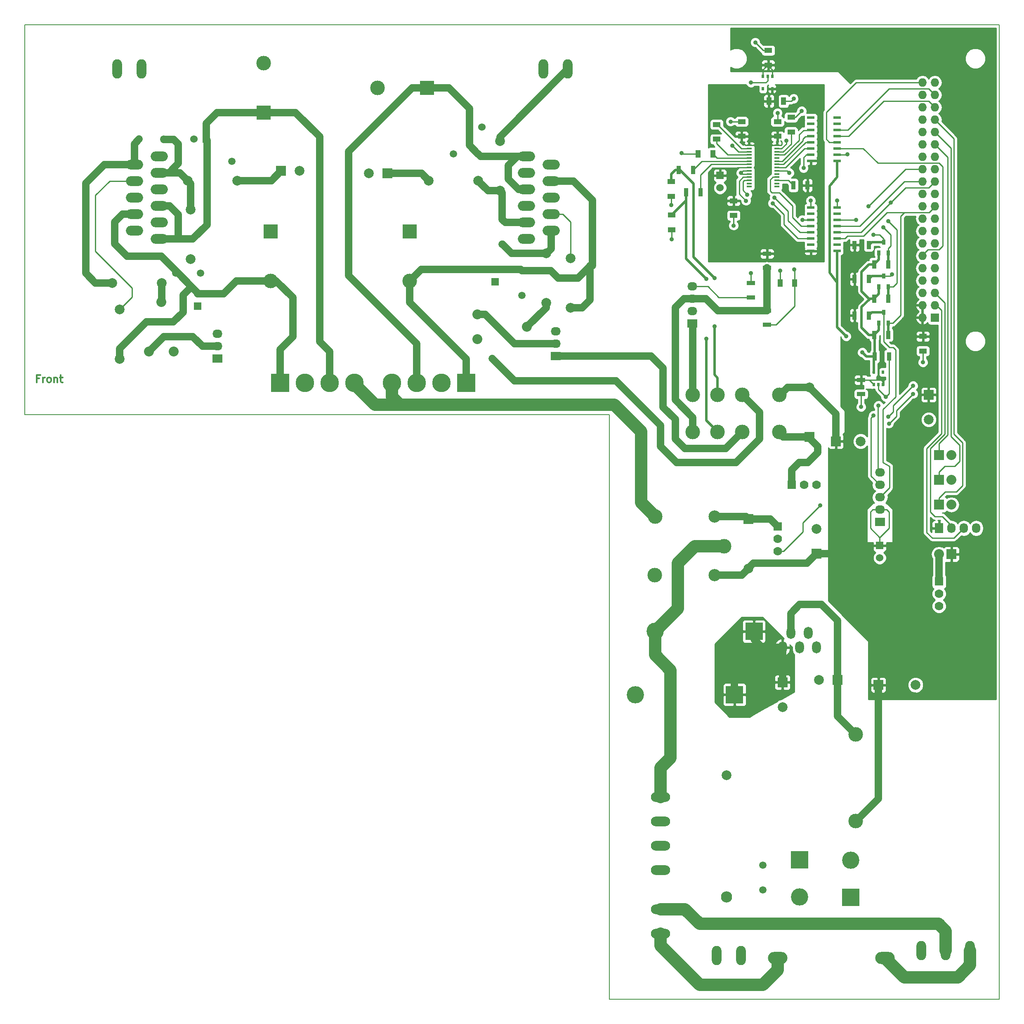
<source format=gbr>
G04 #@! TF.FileFunction,Copper,L1,Top,Mixed*
%FSLAX46Y46*%
G04 Gerber Fmt 4.6, Leading zero omitted, Abs format (unit mm)*
G04 Created by KiCad (PCBNEW (2015-01-19 BZR 5380)-product) date Thu 19 Feb 2015 00:57:00 CET*
%MOMM*%
G01*
G04 APERTURE LIST*
%ADD10C,0.020000*%
%ADD11C,0.300000*%
%ADD12C,0.150000*%
%ADD13O,3.524000X2.000000*%
%ADD14C,2.032000*%
%ADD15C,1.998980*%
%ADD16O,1.981200X3.962400*%
%ADD17R,1.998980X1.998980*%
%ADD18C,1.501140*%
%ADD19R,1.524000X1.524000*%
%ADD20C,1.524000*%
%ADD21R,2.999740X2.999740*%
%ADD22C,2.999740*%
%ADD23R,1.600000X1.000000*%
%ADD24R,1.000000X1.600000*%
%ADD25R,1.700000X0.900000*%
%ADD26R,0.900000X1.700000*%
%ADD27C,3.810000*%
%ADD28R,3.810000X3.810000*%
%ADD29O,4.000500X2.499360*%
%ADD30R,2.032000X2.032000*%
%ADD31O,2.032000X2.032000*%
%ADD32R,1.727200X1.727200*%
%ADD33O,1.727200X1.727200*%
%ADD34C,2.500000*%
%ADD35C,3.000000*%
%ADD36R,2.032000X1.727200*%
%ADD37O,2.032000X1.727200*%
%ADD38C,1.778000*%
%ADD39R,1.778000X1.778000*%
%ADD40R,0.800100X1.000760*%
%ADD41C,2.301240*%
%ADD42R,1.100000X0.400000*%
%ADD43R,1.500000X0.600000*%
%ADD44O,1.800860X2.499360*%
%ADD45O,3.962400X1.981200*%
%ADD46C,3.540760*%
%ADD47R,3.540760X3.540760*%
%ADD48R,0.508000X0.762000*%
%ADD49R,1.727200X2.032000*%
%ADD50O,1.727200X2.032000*%
%ADD51C,0.889000*%
%ADD52C,1.500000*%
%ADD53C,0.254000*%
%ADD54C,0.508000*%
%ADD55C,2.500000*%
G04 APERTURE END LIST*
D10*
D11*
X29968286Y-100603857D02*
X29468286Y-100603857D01*
X29468286Y-101389571D02*
X29468286Y-99889571D01*
X30182572Y-99889571D01*
X30754000Y-101389571D02*
X30754000Y-100389571D01*
X30754000Y-100675286D02*
X30825428Y-100532429D01*
X30896857Y-100461000D01*
X31039714Y-100389571D01*
X31182571Y-100389571D01*
X31896857Y-101389571D02*
X31753999Y-101318143D01*
X31682571Y-101246714D01*
X31611142Y-101103857D01*
X31611142Y-100675286D01*
X31682571Y-100532429D01*
X31753999Y-100461000D01*
X31896857Y-100389571D01*
X32111142Y-100389571D01*
X32253999Y-100461000D01*
X32325428Y-100532429D01*
X32396857Y-100675286D01*
X32396857Y-101103857D01*
X32325428Y-101246714D01*
X32253999Y-101318143D01*
X32111142Y-101389571D01*
X31896857Y-101389571D01*
X33039714Y-100389571D02*
X33039714Y-101389571D01*
X33039714Y-100532429D02*
X33111142Y-100461000D01*
X33254000Y-100389571D01*
X33468285Y-100389571D01*
X33611142Y-100461000D01*
X33682571Y-100603857D01*
X33682571Y-101389571D01*
X34182571Y-100389571D02*
X34754000Y-100389571D01*
X34396857Y-99889571D02*
X34396857Y-101175286D01*
X34468285Y-101318143D01*
X34611143Y-101389571D01*
X34754000Y-101389571D01*
D12*
X227000000Y-28000000D02*
X27000000Y-28000000D01*
X227000000Y-228000000D02*
X227000000Y-28000000D01*
X147000000Y-228000000D02*
X227000000Y-228000000D01*
X147000000Y-108000000D02*
X147000000Y-228000000D01*
X27000000Y-108000000D02*
X147000000Y-108000000D01*
X27000000Y-28000000D02*
X27000000Y-108000000D01*
D13*
X54580000Y-72000000D03*
X49500000Y-70300000D03*
X54580000Y-68600000D03*
X49500000Y-66900000D03*
X54580000Y-65200000D03*
X49500000Y-63500000D03*
X54580000Y-61800000D03*
X49500000Y-60100000D03*
X54580000Y-58400000D03*
X49500000Y-56700000D03*
X54580000Y-55000000D03*
D14*
X52460000Y-95080000D03*
X55000000Y-84920000D03*
X57540000Y-95080000D03*
D15*
X61000000Y-65920000D03*
X61000000Y-76080000D03*
X44920000Y-81000000D03*
X55080000Y-81000000D03*
D16*
X45974000Y-37084000D03*
X50974000Y-37084000D03*
D13*
X129920000Y-55000000D03*
X135000000Y-56700000D03*
X129920000Y-58400000D03*
X135000000Y-60100000D03*
X129920000Y-61800000D03*
X135000000Y-63500000D03*
X129920000Y-65200000D03*
X135000000Y-66900000D03*
X129920000Y-68600000D03*
X135000000Y-70300000D03*
X129920000Y-72000000D03*
D14*
X119920000Y-87460000D03*
X130080000Y-90000000D03*
X119920000Y-92540000D03*
D15*
X124500000Y-62080000D03*
X124500000Y-51920000D03*
X134000000Y-74920000D03*
X134000000Y-85080000D03*
D16*
X138430000Y-37084000D03*
X133430000Y-37084000D03*
D17*
X79595000Y-58000000D03*
D15*
X83405000Y-58000000D03*
D18*
X55540000Y-51500000D03*
X50460000Y-51500000D03*
X69540000Y-56000000D03*
X64460000Y-56000000D03*
D19*
X64270000Y-51500000D03*
D20*
X61730000Y-51500000D03*
D19*
X62500000Y-85770000D03*
D20*
X62500000Y-83230000D03*
D18*
X63040000Y-79000000D03*
X57960000Y-79000000D03*
D17*
X101405000Y-58500000D03*
D15*
X97595000Y-58500000D03*
D18*
X125000000Y-67960000D03*
X125000000Y-73040000D03*
X114960000Y-54500000D03*
X120040000Y-54500000D03*
D19*
X118230000Y-49000000D03*
D20*
X120770000Y-49000000D03*
D19*
X123500000Y-80770000D03*
D20*
X123500000Y-78230000D03*
D18*
X129000000Y-83540000D03*
X129000000Y-78460000D03*
X178500000Y-205540000D03*
X178500000Y-200460000D03*
D21*
X77500000Y-70420000D03*
D22*
X77500000Y-80580000D03*
D21*
X76000000Y-46080000D03*
D22*
X76000000Y-35920000D03*
D23*
X159766000Y-70080000D03*
X159766000Y-67080000D03*
X159639000Y-63222000D03*
X159639000Y-60222000D03*
X174117000Y-47903000D03*
X174117000Y-50903000D03*
D19*
X169672000Y-58928000D03*
D20*
X169672000Y-61468000D03*
D24*
X168206000Y-54500000D03*
X165206000Y-54500000D03*
D23*
X172466000Y-67159000D03*
X172466000Y-64159000D03*
X169000000Y-51500000D03*
X169000000Y-48500000D03*
D17*
X189500000Y-136540000D03*
D15*
X189500000Y-131460000D03*
D21*
X106000000Y-70420000D03*
D22*
X106000000Y-80580000D03*
D21*
X109580000Y-41000000D03*
D22*
X99420000Y-41000000D03*
D23*
X181483000Y-47903000D03*
X181483000Y-50903000D03*
X184277000Y-50014000D03*
X184277000Y-47014000D03*
D17*
X182500000Y-162960000D03*
D15*
X182500000Y-168040000D03*
D24*
X182000000Y-81000000D03*
X185000000Y-81000000D03*
D23*
X179578000Y-33298000D03*
X179578000Y-36298000D03*
D17*
X202190000Y-163500000D03*
D15*
X209810000Y-163500000D03*
D24*
X182729000Y-43688000D03*
X179729000Y-43688000D03*
D17*
X193460000Y-113500000D03*
D15*
X198540000Y-113500000D03*
D19*
X202438000Y-134874000D03*
D20*
X202438000Y-137414000D03*
D25*
X198628000Y-103812000D03*
X198628000Y-100912000D03*
D26*
X204351000Y-96077000D03*
X201451000Y-96077000D03*
D17*
X212500000Y-103960000D03*
D15*
X212500000Y-109040000D03*
D23*
X211328000Y-94972000D03*
X211328000Y-91972000D03*
D27*
X84460000Y-101500000D03*
X89540000Y-101500000D03*
D28*
X79380000Y-101500000D03*
D27*
X94620000Y-101500000D03*
X112540000Y-101500000D03*
X107460000Y-101500000D03*
D28*
X117620000Y-101500000D03*
D27*
X102380000Y-101500000D03*
D15*
X190000000Y-162500000D03*
D17*
X193810000Y-162500000D03*
D29*
X181499260Y-219500000D03*
X203500740Y-219500000D03*
D30*
X214630000Y-121412000D03*
D31*
X217170000Y-121412000D03*
D32*
X213770000Y-88130000D03*
D33*
X211230000Y-88130000D03*
X213770000Y-85590000D03*
X211230000Y-85590000D03*
X213770000Y-83050000D03*
X211230000Y-83050000D03*
X213770000Y-80510000D03*
X211230000Y-80510000D03*
X213770000Y-77970000D03*
X211230000Y-77970000D03*
X213770000Y-75430000D03*
X211230000Y-75430000D03*
X213770000Y-72890000D03*
X211230000Y-72890000D03*
X213770000Y-70350000D03*
X211230000Y-70350000D03*
X213770000Y-67810000D03*
X211230000Y-67810000D03*
X213770000Y-65270000D03*
X211230000Y-65270000D03*
X213770000Y-62730000D03*
X211230000Y-62730000D03*
X213770000Y-60190000D03*
X211230000Y-60190000D03*
X213770000Y-57650000D03*
X211230000Y-57650000D03*
X213770000Y-55110000D03*
X211230000Y-55110000D03*
X213770000Y-52570000D03*
X211230000Y-52570000D03*
X213770000Y-50030000D03*
X211230000Y-50030000D03*
X213770000Y-47490000D03*
X211230000Y-47490000D03*
X213770000Y-44950000D03*
X211230000Y-44950000D03*
X213770000Y-42410000D03*
X211230000Y-42410000D03*
X213770000Y-39870000D03*
X211230000Y-39870000D03*
D34*
X168550000Y-128950000D03*
D35*
X156350000Y-128950000D03*
X156300000Y-141000000D03*
D34*
X168550000Y-140950000D03*
D35*
X170500000Y-135000000D03*
D22*
X181880000Y-111620000D03*
X181880000Y-104000000D03*
X174260000Y-104000000D03*
X169180000Y-104000000D03*
X164100000Y-104000000D03*
X174260000Y-111620000D03*
X169180000Y-111620000D03*
X164100000Y-111620000D03*
D35*
X197500000Y-173610000D03*
X197500000Y-191390000D03*
D30*
X217170000Y-136652000D03*
D31*
X214630000Y-136652000D03*
D30*
X214630000Y-116332000D03*
D31*
X217170000Y-116332000D03*
D36*
X164000000Y-89310000D03*
D37*
X164000000Y-86770000D03*
X164000000Y-84230000D03*
X164000000Y-81690000D03*
D36*
X66500000Y-96540000D03*
D37*
X66500000Y-94000000D03*
X66500000Y-91460000D03*
D36*
X136000000Y-96040000D03*
D37*
X136000000Y-93500000D03*
X136000000Y-90960000D03*
D36*
X202500000Y-130080000D03*
D37*
X202500000Y-127540000D03*
X202500000Y-125000000D03*
X202500000Y-122460000D03*
X202500000Y-119920000D03*
D30*
X214630000Y-126492000D03*
D31*
X217170000Y-126492000D03*
D38*
X181500000Y-136040000D03*
X181500000Y-133500000D03*
D39*
X181500000Y-130960000D03*
D38*
X189484000Y-122428000D03*
X186944000Y-122428000D03*
D39*
X184404000Y-122428000D03*
D40*
X203246000Y-87070180D03*
X204198500Y-89269820D03*
X202293500Y-89269820D03*
X203246000Y-72599180D03*
X204198500Y-74798820D03*
X202293500Y-74798820D03*
X203246000Y-79599180D03*
X204198500Y-81798820D03*
X202293500Y-81798820D03*
D15*
X60420000Y-60000000D03*
X70580000Y-60000000D03*
X46500000Y-86420000D03*
X46500000Y-96580000D03*
X120080000Y-60000000D03*
X109920000Y-60000000D03*
X139000000Y-75920000D03*
X139000000Y-86080000D03*
X171000000Y-182000660D03*
D41*
X171000000Y-206999340D03*
D26*
X164137000Y-57785000D03*
X161237000Y-57785000D03*
X165661000Y-62357000D03*
X162761000Y-62357000D03*
X187632000Y-60960000D03*
X184732000Y-60960000D03*
D25*
X179324000Y-77904000D03*
X179324000Y-75004000D03*
X179324000Y-89588000D03*
X179324000Y-86688000D03*
X176000000Y-83950000D03*
X176000000Y-81050000D03*
D26*
X200196000Y-87670000D03*
X197296000Y-87670000D03*
X204196000Y-91670000D03*
X201296000Y-91670000D03*
X200196000Y-73199000D03*
X197296000Y-73199000D03*
X204196000Y-77199000D03*
X201296000Y-77199000D03*
X200196000Y-80199000D03*
X197296000Y-80199000D03*
X204196000Y-84199000D03*
X201296000Y-84199000D03*
D16*
X169000000Y-219000000D03*
X174000000Y-219000000D03*
X221000000Y-218000000D03*
X216000000Y-218000000D03*
X211000000Y-218000000D03*
D42*
X175650000Y-52775000D03*
X175650000Y-53425000D03*
X175650000Y-54075000D03*
X175650000Y-54725000D03*
X175650000Y-55375000D03*
X175650000Y-56025000D03*
X175650000Y-56675000D03*
X175650000Y-57325000D03*
X175650000Y-57975000D03*
X175650000Y-58625000D03*
X175650000Y-59275000D03*
X175650000Y-59925000D03*
X175650000Y-60575000D03*
X175650000Y-61225000D03*
X181350000Y-61225000D03*
X181350000Y-60575000D03*
X181350000Y-59925000D03*
X181350000Y-59275000D03*
X181350000Y-58625000D03*
X181350000Y-57975000D03*
X181350000Y-57325000D03*
X181350000Y-56675000D03*
X181350000Y-56025000D03*
X181350000Y-55375000D03*
X181350000Y-54725000D03*
X181350000Y-54075000D03*
X181350000Y-53425000D03*
X181350000Y-52775000D03*
D43*
X193700000Y-74445000D03*
X193700000Y-73175000D03*
X193700000Y-71905000D03*
X193700000Y-70635000D03*
X193700000Y-69365000D03*
X193700000Y-68095000D03*
X193700000Y-66825000D03*
X193700000Y-65555000D03*
X188300000Y-65555000D03*
X188300000Y-66825000D03*
X188300000Y-68095000D03*
X188300000Y-69365000D03*
X188300000Y-70635000D03*
X188300000Y-71905000D03*
X188300000Y-73175000D03*
X188300000Y-74445000D03*
X193700000Y-55945000D03*
X193700000Y-54675000D03*
X193700000Y-53405000D03*
X193700000Y-52135000D03*
X193700000Y-50865000D03*
X193700000Y-49595000D03*
X193700000Y-48325000D03*
X193700000Y-47055000D03*
X188300000Y-47055000D03*
X188300000Y-48325000D03*
X188300000Y-49595000D03*
X188300000Y-50865000D03*
X188300000Y-52135000D03*
X188300000Y-53405000D03*
X188300000Y-54675000D03*
X188300000Y-55945000D03*
D44*
X186000000Y-155799840D03*
X182499880Y-155799840D03*
X189500120Y-155799840D03*
X187800860Y-152800100D03*
X184199140Y-152800100D03*
D38*
X214630000Y-147320000D03*
X214630000Y-144780000D03*
D39*
X214630000Y-142240000D03*
D45*
X157500000Y-214500000D03*
X157500000Y-209500000D03*
X157500000Y-186500000D03*
X157500000Y-191500000D03*
X157500000Y-201500000D03*
X157500000Y-196500000D03*
D15*
X175500000Y-139580000D03*
D17*
X175500000Y-129420000D03*
D46*
X196500000Y-199500000D03*
D47*
X196500000Y-207120000D03*
D46*
X186000000Y-207000000D03*
D47*
X186000000Y-199380000D03*
D46*
X152340000Y-165500000D03*
D47*
X172660000Y-165500000D03*
D46*
X156340000Y-152500000D03*
D47*
X176660000Y-152500000D03*
D15*
X188000000Y-102420000D03*
D17*
X188000000Y-112580000D03*
D48*
X180403500Y-38608000D03*
X178498500Y-38608000D03*
X180403500Y-41148000D03*
X179451000Y-38608000D03*
X178498500Y-41148000D03*
X201231500Y-101854000D03*
X203136500Y-101854000D03*
X201231500Y-99314000D03*
X202184000Y-101854000D03*
X203136500Y-99314000D03*
D49*
X214630000Y-131318000D03*
D50*
X217170000Y-131318000D03*
X219710000Y-131318000D03*
X222250000Y-131318000D03*
D51*
X166878000Y-80137000D03*
X166878000Y-92456000D03*
X168529000Y-80010000D03*
X168529000Y-89916000D03*
X211582000Y-134366000D03*
X197612000Y-68072000D03*
X195580000Y-91948000D03*
X198882000Y-95250000D03*
X204216000Y-108458000D03*
X209296000Y-102108000D03*
X190246000Y-126619000D03*
X204343000Y-109855000D03*
X209296000Y-103759000D03*
X203200000Y-69596000D03*
X200152000Y-65278000D03*
X122961400Y-96545400D03*
X201168000Y-71120000D03*
X201168000Y-108204000D03*
X204978000Y-79248000D03*
X202184000Y-106172000D03*
X175006000Y-64135000D03*
X180467000Y-64643000D03*
X175260000Y-62865000D03*
X180848000Y-63500000D03*
X186563000Y-68072000D03*
X184912000Y-78232000D03*
X186436000Y-45720000D03*
X181991000Y-78486000D03*
X176022000Y-78994000D03*
X211328000Y-97282000D03*
X203708000Y-104394000D03*
X198628000Y-106426000D03*
X195834000Y-54610000D03*
X188300000Y-64100000D03*
X183896000Y-58420000D03*
X161798000Y-54356000D03*
X172212000Y-52832000D03*
X173990000Y-58420000D03*
X193700000Y-64100000D03*
X186817000Y-57404000D03*
X183261000Y-51816000D03*
X159639000Y-65024000D03*
X159766000Y-72009000D03*
X172466000Y-69215000D03*
X171831000Y-47879000D03*
X181483000Y-46101000D03*
X184785000Y-43180000D03*
X176022000Y-39878000D03*
X176911000Y-31623000D03*
X204216000Y-68326000D03*
X204724000Y-64516000D03*
D52*
X76000000Y-46080000D02*
X82580000Y-46080000D01*
X89540000Y-95040000D02*
X89540000Y-101500000D01*
X87500000Y-93000000D02*
X89540000Y-95040000D01*
X87500000Y-51000000D02*
X87500000Y-93000000D01*
X82580000Y-46080000D02*
X87500000Y-51000000D01*
X64270000Y-51500000D02*
X64270000Y-48230000D01*
X66420000Y-46080000D02*
X76000000Y-46080000D01*
X64270000Y-48230000D02*
X66420000Y-46080000D01*
X64460000Y-56000000D02*
X64460000Y-51690000D01*
X64460000Y-51690000D02*
X64270000Y-51500000D01*
X58500000Y-72000000D02*
X61500000Y-72000000D01*
X54580000Y-72000000D02*
X58500000Y-72000000D01*
X64460000Y-69040000D02*
X64460000Y-56000000D01*
X61500000Y-72000000D02*
X64460000Y-69040000D01*
X56700000Y-65200000D02*
X58500000Y-67000000D01*
X58500000Y-67000000D02*
X58500000Y-72000000D01*
X54580000Y-65200000D02*
X56700000Y-65200000D01*
X62500000Y-83230000D02*
X67770000Y-83230000D01*
X70420000Y-80580000D02*
X78580000Y-80580000D01*
X67770000Y-83230000D02*
X70420000Y-80580000D01*
X78580000Y-80580000D02*
X82000000Y-84000000D01*
X79380000Y-94620000D02*
X79380000Y-101500000D01*
X82000000Y-92000000D02*
X79380000Y-94620000D01*
X82000000Y-84000000D02*
X82000000Y-92000000D01*
X62500000Y-83230000D02*
X62500000Y-83040000D01*
X62500000Y-83040000D02*
X61230000Y-81770000D01*
X46500000Y-96580000D02*
X46500000Y-94500000D01*
X59500000Y-83500000D02*
X61230000Y-81770000D01*
X59500000Y-87000000D02*
X59500000Y-83500000D01*
X57500000Y-89000000D02*
X59500000Y-87000000D01*
X52000000Y-89000000D02*
X57500000Y-89000000D01*
X46500000Y-94500000D02*
X52000000Y-89000000D01*
X58460000Y-79000000D02*
X58460000Y-78960000D01*
X58460000Y-78960000D02*
X55000000Y-75500000D01*
X47100000Y-66900000D02*
X49500000Y-66900000D01*
X45500000Y-68500000D02*
X47100000Y-66900000D01*
X45500000Y-73000000D02*
X45500000Y-68500000D01*
X48000000Y-75500000D02*
X45500000Y-73000000D01*
X55000000Y-75500000D02*
X48000000Y-75500000D01*
X61230000Y-81770000D02*
X58460000Y-79000000D01*
D53*
X49500000Y-60100000D02*
X44400000Y-60100000D01*
X49000000Y-83920000D02*
X46500000Y-86420000D01*
X49000000Y-82000000D02*
X49000000Y-83920000D01*
X41500000Y-74500000D02*
X49000000Y-82000000D01*
X41500000Y-63000000D02*
X41500000Y-74500000D01*
X44400000Y-60100000D02*
X41500000Y-63000000D01*
D52*
X54580000Y-58400000D02*
X58820000Y-58400000D01*
X58820000Y-58400000D02*
X60420000Y-60000000D01*
X57540000Y-51540000D02*
X58500000Y-52500000D01*
X58500000Y-52500000D02*
X58500000Y-56500000D01*
X58500000Y-56500000D02*
X56600000Y-58400000D01*
X56600000Y-58400000D02*
X54580000Y-58400000D01*
X55500000Y-51540000D02*
X57540000Y-51540000D01*
X61000000Y-60580000D02*
X60420000Y-60000000D01*
X61000000Y-65920000D02*
X61000000Y-60580000D01*
X41500000Y-81000000D02*
X39500000Y-79000000D01*
X39500000Y-79000000D02*
X39500000Y-60500000D01*
X39500000Y-60500000D02*
X43300000Y-56700000D01*
X43300000Y-56700000D02*
X49500000Y-56700000D01*
X44920000Y-81000000D02*
X41500000Y-81000000D01*
X49500000Y-52460000D02*
X50460000Y-51500000D01*
X49500000Y-56700000D02*
X49500000Y-52460000D01*
X63500000Y-94000000D02*
X66500000Y-94000000D01*
X61500000Y-92000000D02*
X63500000Y-94000000D01*
X55500000Y-92000000D02*
X61500000Y-92000000D01*
X52460000Y-95040000D02*
X55500000Y-92000000D01*
X52460000Y-95080000D02*
X52460000Y-95040000D01*
X55080000Y-81000000D02*
X55080000Y-84840000D01*
X55080000Y-84840000D02*
X55000000Y-84920000D01*
X129920000Y-61800000D02*
X128348000Y-61800000D01*
X128348000Y-61800000D02*
X126238000Y-59690000D01*
X126238000Y-59690000D02*
X126238000Y-56896000D01*
X126238000Y-56896000D02*
X128134000Y-55000000D01*
X128134000Y-55000000D02*
X129920000Y-55000000D01*
X120540000Y-55000000D02*
X120040000Y-54500000D01*
X129920000Y-55000000D02*
X120540000Y-55000000D01*
X118230000Y-52730000D02*
X118230000Y-49000000D01*
X120000000Y-54500000D02*
X118230000Y-52730000D01*
X120040000Y-54500000D02*
X120000000Y-54500000D01*
X118230000Y-45230000D02*
X114000000Y-41000000D01*
X114000000Y-41000000D02*
X109580000Y-41000000D01*
X118230000Y-49000000D02*
X118230000Y-45230000D01*
X106500000Y-41000000D02*
X93500000Y-54000000D01*
X93500000Y-54000000D02*
X93500000Y-79500000D01*
X93500000Y-79500000D02*
X107460000Y-93460000D01*
X107460000Y-93460000D02*
X107460000Y-101500000D01*
X109580000Y-41000000D02*
X106500000Y-41000000D01*
X124500000Y-51014000D02*
X138430000Y-37084000D01*
X124500000Y-51920000D02*
X124500000Y-51014000D01*
X123500000Y-78230000D02*
X128770000Y-78230000D01*
X134960000Y-78460000D02*
X136500000Y-80000000D01*
X136500000Y-80000000D02*
X140500000Y-80000000D01*
X140500000Y-80000000D02*
X143500000Y-77000000D01*
X143500000Y-77500000D02*
X143500000Y-64000000D01*
X143500000Y-77000000D02*
X143500000Y-77500000D01*
X143500000Y-64000000D02*
X139600000Y-60100000D01*
X139600000Y-60100000D02*
X135000000Y-60100000D01*
X129000000Y-78460000D02*
X134960000Y-78460000D01*
X141420000Y-86080000D02*
X143000000Y-84500000D01*
X143000000Y-84500000D02*
X143000000Y-77500000D01*
X143000000Y-77500000D02*
X143500000Y-77500000D01*
X139000000Y-86080000D02*
X141420000Y-86080000D01*
X108350000Y-78230000D02*
X106000000Y-80580000D01*
X123500000Y-78230000D02*
X108350000Y-78230000D01*
X106000000Y-85000000D02*
X117620000Y-96620000D01*
X117620000Y-96620000D02*
X117620000Y-101500000D01*
X106000000Y-80580000D02*
X106000000Y-85000000D01*
D53*
X137400000Y-66900000D02*
X139000000Y-68500000D01*
X139000000Y-68500000D02*
X139000000Y-75920000D01*
X135000000Y-66900000D02*
X137400000Y-66900000D01*
D52*
X124500000Y-62080000D02*
X124564000Y-62080000D01*
X124564000Y-62080000D02*
X125000000Y-62516000D01*
X125000000Y-62516000D02*
X125000000Y-67960000D01*
X122080000Y-62080000D02*
X124500000Y-62080000D01*
X120080000Y-60080000D02*
X122080000Y-62080000D01*
X120080000Y-60000000D02*
X120080000Y-60080000D01*
X125640000Y-68600000D02*
X125000000Y-67960000D01*
X129920000Y-68600000D02*
X125640000Y-68600000D01*
X126920000Y-74920000D02*
X134000000Y-74920000D01*
X125040000Y-73040000D02*
X126920000Y-74920000D01*
X125000000Y-73040000D02*
X125040000Y-73040000D01*
X135000000Y-74000000D02*
X135000000Y-70300000D01*
X134080000Y-74920000D02*
X135000000Y-74000000D01*
X134000000Y-74920000D02*
X134080000Y-74920000D01*
X127500000Y-93500000D02*
X121460000Y-87460000D01*
X121460000Y-87460000D02*
X119920000Y-87460000D01*
X136000000Y-93500000D02*
X127500000Y-93500000D01*
X134000000Y-86080000D02*
X130080000Y-90000000D01*
X134000000Y-85080000D02*
X134000000Y-86080000D01*
X77595000Y-60000000D02*
X79595000Y-58000000D01*
X70580000Y-60000000D02*
X77595000Y-60000000D01*
X108420000Y-58500000D02*
X109920000Y-60000000D01*
X101405000Y-58500000D02*
X108420000Y-58500000D01*
D54*
X169180000Y-111620000D02*
X169180000Y-111522000D01*
X162761000Y-62357000D02*
X162761000Y-64085000D01*
X162761000Y-64085000D02*
X159766000Y-67080000D01*
X162761000Y-62357000D02*
X162761000Y-76020000D01*
X162761000Y-76020000D02*
X166878000Y-80137000D01*
X166878000Y-92456000D02*
X166878000Y-109220000D01*
X166878000Y-109220000D02*
X169180000Y-111522000D01*
X169180000Y-111522000D02*
X169180000Y-111620000D01*
X170000000Y-103180000D02*
X169180000Y-104000000D01*
X169180000Y-102820000D02*
X169180000Y-104000000D01*
X160528000Y-57785000D02*
X159639000Y-58674000D01*
X159639000Y-58674000D02*
X159639000Y-60222000D01*
X161237000Y-57785000D02*
X160528000Y-57785000D01*
X161237000Y-57785000D02*
X161417000Y-57785000D01*
X161417000Y-57785000D02*
X164211000Y-60579000D01*
X164211000Y-60579000D02*
X164211000Y-75692000D01*
X164211000Y-75692000D02*
X168529000Y-80010000D01*
X168529000Y-89916000D02*
X168529000Y-99822000D01*
X168529000Y-99822000D02*
X169180000Y-100473000D01*
X169180000Y-100473000D02*
X169180000Y-104000000D01*
D53*
X175650000Y-57325000D02*
X175675000Y-57300000D01*
X175650000Y-52775000D02*
X175725000Y-52700000D01*
X181350000Y-52775000D02*
X181275000Y-52700000D01*
X181350000Y-52775000D02*
X181425000Y-52700000D01*
X177095000Y-52775000D02*
X177292000Y-52578000D01*
X175650000Y-52775000D02*
X177095000Y-52775000D01*
X174949000Y-52775000D02*
X173990000Y-51816000D01*
X175650000Y-52775000D02*
X174949000Y-52775000D01*
X173307000Y-57325000D02*
X172974000Y-57658000D01*
X175650000Y-57325000D02*
X173307000Y-57325000D01*
X180156000Y-52775000D02*
X179959000Y-52578000D01*
X181350000Y-52775000D02*
X180156000Y-52775000D01*
X182175000Y-52775000D02*
X182372000Y-52578000D01*
X182372000Y-52578000D02*
X182372000Y-52070000D01*
X182372000Y-52070000D02*
X182118000Y-51816000D01*
X181350000Y-52775000D02*
X182175000Y-52775000D01*
X169081000Y-55375000D02*
X168206000Y-54500000D01*
X175650000Y-55375000D02*
X169081000Y-55375000D01*
X171311000Y-54725000D02*
X169000000Y-52414000D01*
X169000000Y-52414000D02*
X169000000Y-51500000D01*
X175650000Y-54725000D02*
X171311000Y-54725000D01*
X169150000Y-48500000D02*
X169000000Y-48500000D01*
X174075000Y-53425000D02*
X169150000Y-48500000D01*
X175650000Y-53425000D02*
X174075000Y-53425000D01*
D52*
X193460000Y-113500000D02*
X193460000Y-107880000D01*
X193460000Y-107880000D02*
X188000000Y-102420000D01*
X189500000Y-136540000D02*
X193460000Y-136540000D01*
X193460000Y-136540000D02*
X197500000Y-132500000D01*
X175500000Y-139580000D02*
X175500000Y-139500000D01*
X175500000Y-139500000D02*
X176500000Y-138500000D01*
X187540000Y-138500000D02*
X189500000Y-136540000D01*
X176500000Y-138500000D02*
X187540000Y-138500000D01*
X181880000Y-104000000D02*
X182000000Y-104000000D01*
X182000000Y-104000000D02*
X183580000Y-102420000D01*
X183580000Y-102420000D02*
X188000000Y-102420000D01*
X168550000Y-140950000D02*
X174130000Y-140950000D01*
X174130000Y-140950000D02*
X175500000Y-139580000D01*
X197500000Y-191390000D02*
X197610000Y-191390000D01*
X197610000Y-191390000D02*
X202190000Y-186810000D01*
X202190000Y-186810000D02*
X202190000Y-163500000D01*
D53*
X202438000Y-133223000D02*
X204343000Y-131318000D01*
X204343000Y-131318000D02*
X204343000Y-128016000D01*
X204343000Y-128016000D02*
X203867000Y-127540000D01*
X203867000Y-127540000D02*
X202500000Y-127540000D01*
X200533000Y-131318000D02*
X200533000Y-128016000D01*
X200533000Y-128016000D02*
X201009000Y-127540000D01*
X201009000Y-127540000D02*
X202500000Y-127540000D01*
X202438000Y-133223000D02*
X200533000Y-131318000D01*
X202438000Y-134874000D02*
X202438000Y-133223000D01*
X200289500Y-100912000D02*
X201231500Y-101854000D01*
X198628000Y-100912000D02*
X200289500Y-100912000D01*
X203136500Y-101282500D02*
X202766000Y-100912000D01*
X202766000Y-100912000D02*
X198628000Y-100912000D01*
X203136500Y-101854000D02*
X203136500Y-101282500D01*
X179578000Y-36298000D02*
X179475000Y-36298000D01*
X179475000Y-36298000D02*
X178498500Y-37274500D01*
X178498500Y-37274500D02*
X178498500Y-38608000D01*
X179578000Y-36298000D02*
X179578000Y-36449000D01*
X179578000Y-36449000D02*
X180403500Y-37274500D01*
X180403500Y-37274500D02*
X180403500Y-38608000D01*
X184277000Y-52451000D02*
X182653000Y-54075000D01*
X182653000Y-54075000D02*
X181350000Y-54075000D01*
X184277000Y-50014000D02*
X184277000Y-52451000D01*
D52*
X178299840Y-155799840D02*
X182499880Y-155799840D01*
X176660000Y-154160000D02*
X178299840Y-155799840D01*
X176660000Y-152500000D02*
X176660000Y-154160000D01*
X172660000Y-162840000D02*
X178500000Y-157000000D01*
X178500000Y-157000000D02*
X181299720Y-157000000D01*
X181299720Y-157000000D02*
X182499880Y-155799840D01*
X172660000Y-165500000D02*
X172660000Y-162840000D01*
X182499880Y-162959880D02*
X182500000Y-162960000D01*
X182499880Y-155799840D02*
X182499880Y-162959880D01*
D53*
X193700000Y-68095000D02*
X193795000Y-68000000D01*
X197589000Y-68095000D02*
X197612000Y-68072000D01*
X193700000Y-68095000D02*
X197589000Y-68095000D01*
D54*
X201451000Y-96077000D02*
X199709000Y-96077000D01*
X193700000Y-90068000D02*
X193700000Y-80772000D01*
X195580000Y-91948000D02*
X193700000Y-90068000D01*
X199709000Y-96077000D02*
X198882000Y-95250000D01*
X201296000Y-84199000D02*
X200241000Y-84199000D01*
X200251000Y-77199000D02*
X201296000Y-77199000D01*
X198746000Y-78704000D02*
X200251000Y-77199000D01*
X198746000Y-82704000D02*
X198746000Y-78704000D01*
X200241000Y-84199000D02*
X198746000Y-82704000D01*
X201296000Y-91670000D02*
X200212000Y-91670000D01*
X200501000Y-84199000D02*
X201296000Y-84199000D01*
X198746000Y-85954000D02*
X200501000Y-84199000D01*
X198746000Y-90204000D02*
X198746000Y-85954000D01*
X200212000Y-91670000D02*
X198746000Y-90204000D01*
X201451000Y-91825000D02*
X201296000Y-91670000D01*
X202293500Y-90672500D02*
X201296000Y-91670000D01*
X202293500Y-89269820D02*
X202293500Y-90672500D01*
X202293500Y-76201500D02*
X201296000Y-77199000D01*
X202293500Y-74798820D02*
X202293500Y-76201500D01*
X202293500Y-83201500D02*
X201296000Y-84199000D01*
X202293500Y-81798820D02*
X202293500Y-83201500D01*
X201451000Y-96077000D02*
X201401000Y-96077000D01*
X201231500Y-96296500D02*
X201451000Y-96077000D01*
X201231500Y-99314000D02*
X201231500Y-96296500D01*
X193700000Y-74445000D02*
X193700000Y-80772000D01*
X193700000Y-80772000D02*
X193700000Y-80924000D01*
X193700000Y-55945000D02*
X193700000Y-59284000D01*
X192151000Y-78867000D02*
X193700000Y-80924000D01*
X192151000Y-61087000D02*
X192151000Y-78867000D01*
X193700000Y-59284000D02*
X192151000Y-61087000D01*
X201231500Y-99314000D02*
X201168000Y-99314000D01*
X201451000Y-96077000D02*
X201451000Y-91825000D01*
D55*
X102380000Y-104380000D02*
X104000000Y-106000000D01*
X104000000Y-106000000D02*
X148000000Y-106000000D01*
X148000000Y-106000000D02*
X153500000Y-111500000D01*
X153500000Y-111500000D02*
X153500000Y-126100000D01*
X153500000Y-126100000D02*
X156350000Y-128950000D01*
X102380000Y-101500000D02*
X102380000Y-104380000D01*
X98888000Y-106000000D02*
X104000000Y-106000000D01*
X94620000Y-101732000D02*
X98888000Y-106000000D01*
X94620000Y-101500000D02*
X94620000Y-101732000D01*
D52*
X175500000Y-129420000D02*
X179960000Y-129420000D01*
X179960000Y-129420000D02*
X181500000Y-130960000D01*
X168550000Y-128950000D02*
X175030000Y-128950000D01*
X175030000Y-128950000D02*
X175500000Y-129420000D01*
D55*
X164500000Y-135000000D02*
X161000000Y-138500000D01*
X161000000Y-138500000D02*
X161000000Y-147840000D01*
X161000000Y-147840000D02*
X156340000Y-152500000D01*
X170500000Y-135000000D02*
X164500000Y-135000000D01*
X156340000Y-157340000D02*
X159500000Y-160500000D01*
X159500000Y-160500000D02*
X159500000Y-178500000D01*
X159500000Y-178500000D02*
X157500000Y-180500000D01*
X157500000Y-180500000D02*
X157500000Y-186500000D01*
X156340000Y-152500000D02*
X156340000Y-157340000D01*
D52*
X193810000Y-162500000D02*
X193810000Y-169920000D01*
X193810000Y-169920000D02*
X197500000Y-173610000D01*
X184199140Y-152800100D02*
X184199140Y-148800860D01*
X193810000Y-150310000D02*
X193810000Y-162500000D01*
X190500000Y-147000000D02*
X193810000Y-150310000D01*
X186000000Y-147000000D02*
X190500000Y-147000000D01*
X184199140Y-148800860D02*
X186000000Y-147000000D01*
X181880000Y-111620000D02*
X181880000Y-111880000D01*
X181880000Y-111880000D02*
X182580000Y-112580000D01*
X182580000Y-112580000D02*
X188000000Y-112580000D01*
X189738000Y-114554000D02*
X189738000Y-115824000D01*
X189738000Y-115824000D02*
X187706000Y-117856000D01*
X187706000Y-117856000D02*
X185928000Y-117856000D01*
X185928000Y-117856000D02*
X184404000Y-119380000D01*
X184404000Y-119380000D02*
X184404000Y-122428000D01*
X188000000Y-112816000D02*
X189738000Y-114554000D01*
X188000000Y-112580000D02*
X188000000Y-112816000D01*
D55*
X181499260Y-219500000D02*
X181499260Y-219500740D01*
X181499260Y-222000740D02*
X178500000Y-225000000D01*
X178500000Y-225000000D02*
X165500000Y-225000000D01*
X165500000Y-225000000D02*
X157500000Y-217000000D01*
X157500000Y-217000000D02*
X157500000Y-214500000D01*
X181499260Y-219500000D02*
X181499260Y-222000740D01*
X221000000Y-221000000D02*
X221000000Y-218000000D01*
X218500000Y-223500000D02*
X221000000Y-221000000D01*
X207500000Y-223500000D02*
X218500000Y-223500000D01*
X203500740Y-219500740D02*
X207500000Y-223500000D01*
X203500740Y-219500000D02*
X203500740Y-219500740D01*
D53*
X214630000Y-119761000D02*
X215773000Y-118618000D01*
X215773000Y-118618000D02*
X217805000Y-118618000D01*
X217805000Y-118618000D02*
X218821000Y-117602000D01*
X218821000Y-117602000D02*
X218821000Y-114300000D01*
X218821000Y-114300000D02*
X217043000Y-112522000D01*
X217043000Y-112522000D02*
X217043000Y-53303000D01*
X217043000Y-53303000D02*
X213770000Y-50030000D01*
X214630000Y-121412000D02*
X214630000Y-119761000D01*
X217170000Y-131318000D02*
X217170000Y-130556000D01*
X215265000Y-128905000D02*
X213741000Y-128905000D01*
X213741000Y-128905000D02*
X212852000Y-128016000D01*
X212852000Y-128016000D02*
X212852000Y-114935000D01*
X212852000Y-114935000D02*
X215773000Y-112014000D01*
X215773000Y-112014000D02*
X215773000Y-85053000D01*
X215773000Y-85053000D02*
X213770000Y-83050000D01*
X217170000Y-130810000D02*
X215265000Y-128905000D01*
X217170000Y-131318000D02*
X217170000Y-130810000D01*
X212344000Y-74168000D02*
X214630000Y-74168000D01*
X214630000Y-74168000D02*
X215392000Y-73406000D01*
X215392000Y-73406000D02*
X215392000Y-57150000D01*
X215392000Y-57150000D02*
X214630000Y-56388000D01*
X214630000Y-56388000D02*
X202057000Y-56388000D01*
X202057000Y-56388000D02*
X199074000Y-53405000D01*
X199074000Y-53405000D02*
X193700000Y-53405000D01*
X211230000Y-75282000D02*
X212344000Y-74168000D01*
X211230000Y-75430000D02*
X211230000Y-75282000D01*
X204216000Y-108458000D02*
X205232000Y-107442000D01*
X205232000Y-107442000D02*
X205232000Y-106172000D01*
X205232000Y-106172000D02*
X209296000Y-102108000D01*
X181500000Y-136040000D02*
X181500000Y-136000000D01*
X181500000Y-136040000D02*
X182222000Y-136040000D01*
X182730000Y-136040000D02*
X186690000Y-132080000D01*
X186690000Y-132080000D02*
X186690000Y-130175000D01*
X186690000Y-130175000D02*
X190246000Y-126619000D01*
X204343000Y-109855000D02*
X205867000Y-108331000D01*
X205867000Y-108331000D02*
X205867000Y-107188000D01*
X205867000Y-107188000D02*
X209296000Y-103759000D01*
X181500000Y-136040000D02*
X182730000Y-136040000D01*
X198351000Y-69365000D02*
X207526000Y-60190000D01*
X207526000Y-60190000D02*
X211230000Y-60190000D01*
X193700000Y-69365000D02*
X198351000Y-69365000D01*
D54*
X204198500Y-77196500D02*
X204196000Y-77199000D01*
X204198500Y-74798820D02*
X204198500Y-77196500D01*
D53*
X204198500Y-73931500D02*
X204724000Y-73406000D01*
X204724000Y-73406000D02*
X204724000Y-71120000D01*
X204724000Y-71120000D02*
X203200000Y-69596000D01*
X200152000Y-65278000D02*
X207780000Y-57650000D01*
X207780000Y-57650000D02*
X211230000Y-57650000D01*
X204198500Y-74798820D02*
X204198500Y-73931500D01*
X214630000Y-113919000D02*
X216408000Y-112141000D01*
X216408000Y-112141000D02*
X216408000Y-55208000D01*
X216408000Y-55208000D02*
X213770000Y-52570000D01*
X214630000Y-116332000D02*
X214630000Y-113919000D01*
X214630000Y-125095000D02*
X215900000Y-123825000D01*
X215900000Y-123825000D02*
X218186000Y-123825000D01*
X218186000Y-123825000D02*
X219456000Y-122555000D01*
X219456000Y-122555000D02*
X219456000Y-113792000D01*
X219456000Y-113792000D02*
X217678000Y-112014000D01*
X217678000Y-112014000D02*
X217678000Y-51398000D01*
X217678000Y-51398000D02*
X213770000Y-47490000D01*
X214630000Y-126492000D02*
X214630000Y-125095000D01*
X193700000Y-50865000D02*
X196085000Y-50865000D01*
X212495000Y-43675000D02*
X213770000Y-44950000D01*
X203275000Y-43675000D02*
X212495000Y-43675000D01*
X196085000Y-50865000D02*
X203275000Y-43675000D01*
X193700000Y-49595000D02*
X195905000Y-49595000D01*
X212510000Y-41150000D02*
X213770000Y-42410000D01*
X204350000Y-41150000D02*
X212510000Y-41150000D01*
X195905000Y-49595000D02*
X204350000Y-41150000D01*
X193700000Y-52135000D02*
X192135000Y-52135000D01*
X197630000Y-39870000D02*
X211230000Y-39870000D01*
X191500000Y-46000000D02*
X197630000Y-39870000D01*
X191500000Y-51500000D02*
X191500000Y-46000000D01*
X192135000Y-52135000D02*
X191500000Y-51500000D01*
D52*
X122961400Y-96545400D02*
X127508000Y-101092000D01*
X127508000Y-101092000D02*
X148336000Y-101092000D01*
X148336000Y-101092000D02*
X157480000Y-110236000D01*
X157480000Y-110236000D02*
X157480000Y-114554000D01*
X157480000Y-114554000D02*
X160782000Y-117856000D01*
X160782000Y-117856000D02*
X172974000Y-117856000D01*
X172974000Y-117856000D02*
X177800000Y-113030000D01*
X177800000Y-113030000D02*
X177800000Y-107540000D01*
X177800000Y-107540000D02*
X174260000Y-104000000D01*
X164100000Y-104000000D02*
X164100000Y-89410000D01*
X164100000Y-89410000D02*
X164000000Y-89310000D01*
X136000000Y-96040000D02*
X155540000Y-96040000D01*
X170880000Y-115000000D02*
X174260000Y-111620000D01*
X162500000Y-115000000D02*
X170880000Y-115000000D01*
X160500000Y-113000000D02*
X162500000Y-115000000D01*
X160500000Y-109000000D02*
X160500000Y-113000000D01*
X158000000Y-106500000D02*
X160500000Y-109000000D01*
X158000000Y-98500000D02*
X158000000Y-106500000D01*
X155540000Y-96040000D02*
X158000000Y-98500000D01*
X174260000Y-111620000D02*
X174380000Y-111620000D01*
X164100000Y-111620000D02*
X164100000Y-108600000D01*
X162270000Y-84230000D02*
X164000000Y-84230000D01*
X160500000Y-86000000D02*
X162270000Y-84230000D01*
X160500000Y-105000000D02*
X160500000Y-86000000D01*
X164100000Y-108600000D02*
X160500000Y-105000000D01*
X166780000Y-84230000D02*
X169238000Y-86688000D01*
X169238000Y-86688000D02*
X179324000Y-86688000D01*
X164000000Y-84230000D02*
X166780000Y-84230000D01*
X179324000Y-86688000D02*
X179324000Y-77904000D01*
X214630000Y-136652000D02*
X214630000Y-142240000D01*
D53*
X176000000Y-83950000D02*
X169450000Y-83950000D01*
X167190000Y-81690000D02*
X164000000Y-81690000D01*
X169450000Y-83950000D02*
X167190000Y-81690000D01*
D54*
X200845820Y-87070180D02*
X203246000Y-87070180D01*
X200246000Y-87670000D02*
X200845820Y-87070180D01*
X200196000Y-87670000D02*
X200246000Y-87670000D01*
D53*
X203246000Y-93010000D02*
X204470000Y-94234000D01*
X204470000Y-94234000D02*
X205232000Y-94234000D01*
X205232000Y-94234000D02*
X205740000Y-94742000D01*
X205740000Y-94742000D02*
X205740000Y-104394000D01*
X205740000Y-104394000D02*
X203073000Y-106934000D01*
X203073000Y-106934000D02*
X203073000Y-117856000D01*
X203073000Y-117856000D02*
X204470000Y-118618000D01*
X204470000Y-118618000D02*
X204470000Y-123030000D01*
X204470000Y-123030000D02*
X202500000Y-125000000D01*
X203246000Y-87070180D02*
X203246000Y-93010000D01*
D54*
X200845820Y-72599180D02*
X203246000Y-72599180D01*
X200246000Y-73199000D02*
X200845820Y-72599180D01*
X200196000Y-73199000D02*
X200246000Y-73199000D01*
D53*
X203246000Y-71928000D02*
X202438000Y-71120000D01*
X202438000Y-71120000D02*
X201168000Y-71120000D01*
X201168000Y-108204000D02*
X200660000Y-108712000D01*
X200660000Y-108712000D02*
X200660000Y-120620000D01*
X200660000Y-120620000D02*
X202500000Y-122460000D01*
X203246000Y-72599180D02*
X203246000Y-71928000D01*
D54*
X200845820Y-79599180D02*
X203246000Y-79599180D01*
X200246000Y-80199000D02*
X200845820Y-79599180D01*
X200196000Y-80199000D02*
X200246000Y-80199000D01*
D53*
X202184000Y-106172000D02*
X202119000Y-106488000D01*
X202119000Y-106488000D02*
X202119000Y-119920000D01*
X203246000Y-79599180D02*
X204626820Y-79599180D01*
X204626820Y-79599180D02*
X204978000Y-79248000D01*
X165897000Y-56025000D02*
X164137000Y-57785000D01*
X175650000Y-56025000D02*
X165897000Y-56025000D01*
X167861000Y-56675000D02*
X165661000Y-58875000D01*
X165661000Y-58875000D02*
X165661000Y-62357000D01*
X175650000Y-56675000D02*
X167861000Y-56675000D01*
X183697000Y-59925000D02*
X184732000Y-60960000D01*
X181350000Y-59925000D02*
X183697000Y-59925000D01*
D55*
X216000000Y-214000000D02*
X214500000Y-212500000D01*
X214500000Y-212500000D02*
X165500000Y-212500000D01*
X165500000Y-212500000D02*
X162500000Y-209500000D01*
X162500000Y-209500000D02*
X157500000Y-209500000D01*
X216000000Y-218000000D02*
X216000000Y-214000000D01*
D53*
X174405000Y-59275000D02*
X173609000Y-60071000D01*
X173609000Y-60071000D02*
X173609000Y-62738000D01*
X173609000Y-62738000D02*
X175006000Y-64135000D01*
X180467000Y-64643000D02*
X182753000Y-66929000D01*
X182753000Y-66929000D02*
X182753000Y-68961000D01*
X182753000Y-68961000D02*
X185697000Y-71905000D01*
X185697000Y-71905000D02*
X188300000Y-71905000D01*
X175650000Y-59275000D02*
X174405000Y-59275000D01*
X174644000Y-59925000D02*
X174371000Y-60198000D01*
X174371000Y-60198000D02*
X174371000Y-61976000D01*
X174371000Y-61976000D02*
X175260000Y-62865000D01*
X180848000Y-63500000D02*
X183642000Y-66294000D01*
X183642000Y-66294000D02*
X183642000Y-68199000D01*
X183642000Y-68199000D02*
X186078000Y-70635000D01*
X186078000Y-70635000D02*
X188300000Y-70635000D01*
X175650000Y-59925000D02*
X174644000Y-59925000D01*
X186332000Y-69365000D02*
X184531000Y-67564000D01*
X184531000Y-67564000D02*
X184531000Y-65151000D01*
X184531000Y-65151000D02*
X181864000Y-62484000D01*
X181864000Y-62484000D02*
X180340000Y-62484000D01*
X180340000Y-62484000D02*
X179959000Y-62103000D01*
X179959000Y-62103000D02*
X179959000Y-59817000D01*
X179959000Y-59817000D02*
X180501000Y-59275000D01*
X180501000Y-59275000D02*
X181350000Y-59275000D01*
X188300000Y-69365000D02*
X186332000Y-69365000D01*
X187641000Y-53405000D02*
X188300000Y-53405000D01*
X183086000Y-57325000D02*
X187006000Y-53405000D01*
X187006000Y-53405000D02*
X188300000Y-53405000D01*
X181350000Y-57325000D02*
X183086000Y-57325000D01*
X187895000Y-52135000D02*
X188300000Y-52135000D01*
X182720000Y-56675000D02*
X187260000Y-52135000D01*
X187260000Y-52135000D02*
X188300000Y-52135000D01*
X181350000Y-56675000D02*
X182720000Y-56675000D01*
X188238000Y-50927000D02*
X188300000Y-50865000D01*
X182481000Y-56025000D02*
X186690000Y-51816000D01*
X186690000Y-51816000D02*
X186690000Y-51435000D01*
X186690000Y-51435000D02*
X187198000Y-50927000D01*
X187198000Y-50927000D02*
X188238000Y-50927000D01*
X181350000Y-56025000D02*
X182481000Y-56025000D01*
X187655000Y-49595000D02*
X188300000Y-49595000D01*
X188238000Y-49657000D02*
X188300000Y-49595000D01*
X182892000Y-54725000D02*
X185928000Y-51689000D01*
X185928000Y-51689000D02*
X185928000Y-50546000D01*
X185928000Y-50546000D02*
X186817000Y-49657000D01*
X186817000Y-49657000D02*
X188238000Y-49657000D01*
X181350000Y-54725000D02*
X182892000Y-54725000D01*
X181176000Y-89588000D02*
X185000000Y-85764000D01*
X185000000Y-85764000D02*
X185000000Y-81000000D01*
X179324000Y-89588000D02*
X181176000Y-89588000D01*
X186586000Y-68095000D02*
X186563000Y-68072000D01*
X184912000Y-78232000D02*
X185000000Y-78320000D01*
X185000000Y-78320000D02*
X185000000Y-81000000D01*
X188300000Y-68095000D02*
X186586000Y-68095000D01*
X184277000Y-47014000D02*
X185142000Y-47014000D01*
X185142000Y-47014000D02*
X186436000Y-45720000D01*
X182000000Y-81000000D02*
X182000000Y-78495000D01*
X182000000Y-78495000D02*
X181991000Y-78486000D01*
X176000000Y-81050000D02*
X176000000Y-79016000D01*
X176000000Y-79016000D02*
X176022000Y-78994000D01*
X211328000Y-94972000D02*
X211328000Y-97282000D01*
X204351000Y-96077000D02*
X204351000Y-103751000D01*
X202184000Y-102870000D02*
X203708000Y-104394000D01*
X202184000Y-102870000D02*
X202184000Y-101854000D01*
X204351000Y-103751000D02*
X203708000Y-104394000D01*
X198628000Y-103812000D02*
X198628000Y-106426000D01*
X193700000Y-54675000D02*
X195769000Y-54675000D01*
X195769000Y-54675000D02*
X195834000Y-54610000D01*
X188300000Y-65555000D02*
X188300000Y-64100000D01*
X183451000Y-57975000D02*
X183896000Y-58420000D01*
X181350000Y-57975000D02*
X183451000Y-57975000D01*
X161942000Y-54500000D02*
X161798000Y-54356000D01*
X165206000Y-54500000D02*
X161942000Y-54500000D01*
X173455000Y-54075000D02*
X172212000Y-52832000D01*
X175650000Y-54075000D02*
X173455000Y-54075000D01*
X174195000Y-58625000D02*
X173990000Y-58420000D01*
X174435000Y-57975000D02*
X175650000Y-57975000D01*
X174435000Y-57975000D02*
X173990000Y-58420000D01*
X175650000Y-58625000D02*
X174195000Y-58625000D01*
X193700000Y-65555000D02*
X193700000Y-64100000D01*
X187387000Y-54675000D02*
X186817000Y-55245000D01*
X186817000Y-55245000D02*
X186817000Y-57404000D01*
X188300000Y-54675000D02*
X187387000Y-54675000D01*
X182287000Y-53425000D02*
X183261000Y-52451000D01*
X183261000Y-52451000D02*
X183261000Y-51816000D01*
X181350000Y-53425000D02*
X182287000Y-53425000D01*
X184277000Y-47014000D02*
X184277000Y-46736000D01*
X159639000Y-63222000D02*
X159639000Y-65024000D01*
X159766000Y-70080000D02*
X159766000Y-72009000D01*
X172466000Y-67159000D02*
X172466000Y-69215000D01*
X171855000Y-47903000D02*
X171831000Y-47879000D01*
X174117000Y-47903000D02*
X171855000Y-47903000D01*
X181483000Y-47903000D02*
X181483000Y-46101000D01*
X182729000Y-43688000D02*
X184277000Y-43688000D01*
X184277000Y-43688000D02*
X184785000Y-43180000D01*
X179451000Y-39497000D02*
X179070000Y-39878000D01*
X179070000Y-39878000D02*
X176022000Y-39878000D01*
X179451000Y-38608000D02*
X179451000Y-39497000D01*
X178586000Y-33298000D02*
X176911000Y-31623000D01*
X179578000Y-33298000D02*
X178586000Y-33298000D01*
D54*
X204198500Y-91667500D02*
X204196000Y-91670000D01*
X204198500Y-89269820D02*
X204198500Y-91667500D01*
D53*
X203962000Y-66548000D02*
X199136000Y-71374000D01*
X199136000Y-71374000D02*
X195834000Y-71374000D01*
X195834000Y-71374000D02*
X195303000Y-71905000D01*
X195303000Y-71905000D02*
X193700000Y-71905000D01*
X207518000Y-66548000D02*
X203962000Y-66548000D01*
X212598000Y-66548000D02*
X208280000Y-66548000D01*
X208280000Y-66548000D02*
X207518000Y-66548000D01*
X213770000Y-65376000D02*
X212598000Y-66548000D01*
X213770000Y-65270000D02*
X213770000Y-65376000D01*
X205116180Y-89269820D02*
X206756000Y-87630000D01*
X206756000Y-87630000D02*
X206756000Y-67310000D01*
X206756000Y-67310000D02*
X207518000Y-66548000D01*
X204198500Y-89269820D02*
X205116180Y-89269820D01*
X204198500Y-81798820D02*
X204459180Y-81798820D01*
D54*
X204198500Y-84196500D02*
X204196000Y-84199000D01*
X204198500Y-81798820D02*
X204198500Y-84196500D01*
D53*
X207772000Y-61468000D02*
X208026000Y-61468000D01*
X212492000Y-61468000D02*
X213770000Y-60190000D01*
X208026000Y-61468000D02*
X212492000Y-61468000D01*
X205740000Y-63500000D02*
X207772000Y-61468000D01*
X198605000Y-70635000D02*
X205740000Y-63500000D01*
X193700000Y-70635000D02*
X198605000Y-70635000D01*
X205221180Y-81798820D02*
X205994000Y-81026000D01*
X205994000Y-81026000D02*
X205994000Y-70104000D01*
X205994000Y-70104000D02*
X204216000Y-68326000D01*
X204724000Y-64516000D02*
X205740000Y-63500000D01*
X204198500Y-81798820D02*
X205221180Y-81798820D01*
X217678000Y-133350000D02*
X219710000Y-131318000D01*
X213233000Y-133350000D02*
X217678000Y-133350000D01*
X212090000Y-132207000D02*
X213233000Y-133350000D01*
X212090000Y-114935000D02*
X212090000Y-132207000D01*
X215138000Y-111887000D02*
X212090000Y-114935000D01*
X215138000Y-86614000D02*
X215138000Y-111887000D01*
X214114000Y-85590000D02*
X215138000Y-86614000D01*
X213770000Y-85590000D02*
X214114000Y-85590000D01*
G36*
X203764427Y-94606058D02*
X203658877Y-94626537D01*
X203446073Y-94766327D01*
X203303623Y-94977360D01*
X203253560Y-95227000D01*
X203253560Y-96927000D01*
X203300537Y-97169123D01*
X203440327Y-97381927D01*
X203589000Y-97482283D01*
X203589000Y-98325367D01*
X203390500Y-98285560D01*
X202882500Y-98285560D01*
X202640377Y-98332537D01*
X202427573Y-98472327D01*
X202285123Y-98683360D01*
X202235060Y-98933000D01*
X202235060Y-99695000D01*
X202282037Y-99937123D01*
X202421827Y-100149927D01*
X202632860Y-100292377D01*
X202882500Y-100342440D01*
X203390500Y-100342440D01*
X203589000Y-100303926D01*
X203589000Y-100867902D01*
X203516809Y-100838000D01*
X203422250Y-100838000D01*
X203263500Y-100996750D01*
X203263500Y-101727000D01*
X203283500Y-101727000D01*
X203283500Y-101981000D01*
X203263500Y-101981000D01*
X203263500Y-102001000D01*
X203085440Y-102001000D01*
X203085440Y-101473000D01*
X203038463Y-101230877D01*
X203009500Y-101186786D01*
X203009500Y-100996750D01*
X202850750Y-100838000D01*
X202756191Y-100838000D01*
X202672628Y-100872612D01*
X202438000Y-100825560D01*
X201930000Y-100825560D01*
X201803000Y-100850200D01*
X201803000Y-100245948D01*
X201940427Y-100155673D01*
X202082877Y-99944640D01*
X202132940Y-99695000D01*
X202132940Y-98933000D01*
X202120500Y-98868883D01*
X202120500Y-97531852D01*
X202143123Y-97527463D01*
X202355927Y-97387673D01*
X202498377Y-97176640D01*
X202548440Y-96927000D01*
X202548440Y-95227000D01*
X202501463Y-94984877D01*
X202361673Y-94772073D01*
X202340000Y-94757443D01*
X202340000Y-92774642D01*
X202343377Y-92769640D01*
X202393440Y-92520000D01*
X202393440Y-91829796D01*
X202484000Y-91739236D01*
X202484000Y-93010000D01*
X202542004Y-93301605D01*
X202707185Y-93548815D01*
X203764427Y-94606058D01*
X203764427Y-94606058D01*
G37*
X203764427Y-94606058D02*
X203658877Y-94626537D01*
X203446073Y-94766327D01*
X203303623Y-94977360D01*
X203253560Y-95227000D01*
X203253560Y-96927000D01*
X203300537Y-97169123D01*
X203440327Y-97381927D01*
X203589000Y-97482283D01*
X203589000Y-98325367D01*
X203390500Y-98285560D01*
X202882500Y-98285560D01*
X202640377Y-98332537D01*
X202427573Y-98472327D01*
X202285123Y-98683360D01*
X202235060Y-98933000D01*
X202235060Y-99695000D01*
X202282037Y-99937123D01*
X202421827Y-100149927D01*
X202632860Y-100292377D01*
X202882500Y-100342440D01*
X203390500Y-100342440D01*
X203589000Y-100303926D01*
X203589000Y-100867902D01*
X203516809Y-100838000D01*
X203422250Y-100838000D01*
X203263500Y-100996750D01*
X203263500Y-101727000D01*
X203283500Y-101727000D01*
X203283500Y-101981000D01*
X203263500Y-101981000D01*
X203263500Y-102001000D01*
X203085440Y-102001000D01*
X203085440Y-101473000D01*
X203038463Y-101230877D01*
X203009500Y-101186786D01*
X203009500Y-100996750D01*
X202850750Y-100838000D01*
X202756191Y-100838000D01*
X202672628Y-100872612D01*
X202438000Y-100825560D01*
X201930000Y-100825560D01*
X201803000Y-100850200D01*
X201803000Y-100245948D01*
X201940427Y-100155673D01*
X202082877Y-99944640D01*
X202132940Y-99695000D01*
X202132940Y-98933000D01*
X202120500Y-98868883D01*
X202120500Y-97531852D01*
X202143123Y-97527463D01*
X202355927Y-97387673D01*
X202498377Y-97176640D01*
X202548440Y-96927000D01*
X202548440Y-95227000D01*
X202501463Y-94984877D01*
X202361673Y-94772073D01*
X202340000Y-94757443D01*
X202340000Y-92774642D01*
X202343377Y-92769640D01*
X202393440Y-92520000D01*
X202393440Y-91829796D01*
X202484000Y-91739236D01*
X202484000Y-93010000D01*
X202542004Y-93301605D01*
X202707185Y-93548815D01*
X203764427Y-94606058D01*
G36*
X214915750Y-129667000D02*
X214757000Y-129825750D01*
X214757000Y-131191000D01*
X214777000Y-131191000D01*
X214777000Y-131445000D01*
X214757000Y-131445000D01*
X214757000Y-131465000D01*
X214503000Y-131465000D01*
X214503000Y-131445000D01*
X213290150Y-131445000D01*
X213131400Y-131603750D01*
X213131400Y-132170770D01*
X212852000Y-131891370D01*
X212852000Y-129093630D01*
X213202185Y-129443815D01*
X213449395Y-129608996D01*
X213449396Y-129608996D01*
X213741000Y-129667000D01*
X213640091Y-129667000D01*
X213406702Y-129763673D01*
X213228073Y-129942301D01*
X213131400Y-130175690D01*
X213131400Y-130428309D01*
X213131400Y-131032250D01*
X213290150Y-131191000D01*
X214503000Y-131191000D01*
X214503000Y-129825750D01*
X214344250Y-129667000D01*
X214915750Y-129667000D01*
X214915750Y-129667000D01*
G37*
X214915750Y-129667000D02*
X214757000Y-129825750D01*
X214757000Y-131191000D01*
X214777000Y-131191000D01*
X214777000Y-131445000D01*
X214757000Y-131445000D01*
X214757000Y-131465000D01*
X214503000Y-131465000D01*
X214503000Y-131445000D01*
X213290150Y-131445000D01*
X213131400Y-131603750D01*
X213131400Y-132170770D01*
X212852000Y-131891370D01*
X212852000Y-129093630D01*
X213202185Y-129443815D01*
X213449395Y-129608996D01*
X213449396Y-129608996D01*
X213741000Y-129667000D01*
X213640091Y-129667000D01*
X213406702Y-129763673D01*
X213228073Y-129942301D01*
X213131400Y-130175690D01*
X213131400Y-130428309D01*
X213131400Y-131032250D01*
X213290150Y-131191000D01*
X214503000Y-131191000D01*
X214503000Y-129825750D01*
X214344250Y-129667000D01*
X214915750Y-129667000D01*
G36*
X226290000Y-166412000D02*
X224211240Y-166412000D01*
X224211240Y-92517211D01*
X224211240Y-34517211D01*
X223886910Y-33732273D01*
X223286886Y-33131200D01*
X222502515Y-32805501D01*
X221653211Y-32804760D01*
X220868273Y-33129090D01*
X220267200Y-33729114D01*
X219941501Y-34513485D01*
X219940760Y-35362789D01*
X220265090Y-36147727D01*
X220865114Y-36748800D01*
X221649485Y-37074499D01*
X222498789Y-37075240D01*
X223283727Y-36750910D01*
X223884800Y-36150886D01*
X224210499Y-35366515D01*
X224211240Y-34517211D01*
X224211240Y-92517211D01*
X223886910Y-91732273D01*
X223286886Y-91131200D01*
X222502515Y-90805501D01*
X221653211Y-90804760D01*
X220868273Y-91129090D01*
X220267200Y-91729114D01*
X219941501Y-92513485D01*
X219940760Y-93362789D01*
X220265090Y-94147727D01*
X220865114Y-94748800D01*
X221649485Y-95074499D01*
X222498789Y-95075240D01*
X223283727Y-94750910D01*
X223884800Y-94150886D01*
X224210499Y-93366515D01*
X224211240Y-92517211D01*
X224211240Y-166412000D01*
X218821000Y-166412000D01*
X218821000Y-137794310D01*
X218821000Y-137541691D01*
X218821000Y-136937750D01*
X218821000Y-136366250D01*
X218821000Y-135762309D01*
X218821000Y-135509690D01*
X218724327Y-135276301D01*
X218545698Y-135097673D01*
X218312309Y-135001000D01*
X217455750Y-135001000D01*
X217297000Y-135159750D01*
X217297000Y-136525000D01*
X218662250Y-136525000D01*
X218821000Y-136366250D01*
X218821000Y-136937750D01*
X218662250Y-136779000D01*
X217297000Y-136779000D01*
X217297000Y-138144250D01*
X217455750Y-138303000D01*
X218312309Y-138303000D01*
X218545698Y-138206327D01*
X218724327Y-138027699D01*
X218821000Y-137794310D01*
X218821000Y-166412000D01*
X217043000Y-166412000D01*
X217043000Y-138144250D01*
X217043000Y-136779000D01*
X217023000Y-136779000D01*
X217023000Y-136525000D01*
X217043000Y-136525000D01*
X217043000Y-135159750D01*
X216884250Y-135001000D01*
X216027691Y-135001000D01*
X215794302Y-135097673D01*
X215615673Y-135276301D01*
X215594518Y-135327371D01*
X215294155Y-135126675D01*
X214662345Y-135001000D01*
X214597655Y-135001000D01*
X213965845Y-135126675D01*
X213430222Y-135484567D01*
X213072330Y-136020190D01*
X212946655Y-136652000D01*
X213072330Y-137283810D01*
X213245000Y-137542228D01*
X213245000Y-140951174D01*
X213143623Y-141101360D01*
X213093560Y-141351000D01*
X213093560Y-143129000D01*
X213140537Y-143371123D01*
X213280327Y-143583927D01*
X213491360Y-143726377D01*
X213522135Y-143732548D01*
X213338769Y-143915596D01*
X213106265Y-144475528D01*
X213105736Y-145081812D01*
X213337262Y-145642149D01*
X213744737Y-146050335D01*
X213338769Y-146455596D01*
X213106265Y-147015528D01*
X213105736Y-147621812D01*
X213337262Y-148182149D01*
X213765596Y-148611231D01*
X214325528Y-148843735D01*
X214931812Y-148844264D01*
X215492149Y-148612738D01*
X215921231Y-148184404D01*
X216153735Y-147624472D01*
X216154264Y-147018188D01*
X215922738Y-146457851D01*
X215515262Y-146049664D01*
X215921231Y-145644404D01*
X216153735Y-145084472D01*
X216154264Y-144478188D01*
X215922738Y-143917851D01*
X215738969Y-143733761D01*
X215761123Y-143729463D01*
X215973927Y-143589673D01*
X216116377Y-143378640D01*
X216166440Y-143129000D01*
X216166440Y-141351000D01*
X216119463Y-141108877D01*
X216015000Y-140949851D01*
X216015000Y-138297743D01*
X216027691Y-138303000D01*
X216884250Y-138303000D01*
X217043000Y-138144250D01*
X217043000Y-166412000D01*
X211444774Y-166412000D01*
X211444774Y-163176306D01*
X211196462Y-162575345D01*
X210737073Y-162115154D01*
X210136547Y-161865794D01*
X209486306Y-161865226D01*
X208885345Y-162113538D01*
X208425154Y-162572927D01*
X208175794Y-163173453D01*
X208175226Y-163823694D01*
X208423538Y-164424655D01*
X208882927Y-164884846D01*
X209483453Y-165134206D01*
X210133694Y-165134774D01*
X210734655Y-164886462D01*
X211194846Y-164427073D01*
X211444206Y-163826547D01*
X211444774Y-163176306D01*
X211444774Y-166412000D01*
X203835242Y-166412000D01*
X203835242Y-137137339D01*
X203623010Y-136623697D01*
X203270928Y-136271000D01*
X203326310Y-136271000D01*
X203559699Y-136174327D01*
X203738327Y-135995698D01*
X203835000Y-135762309D01*
X203835000Y-135159750D01*
X203676250Y-135001000D01*
X202565000Y-135001000D01*
X202565000Y-135021000D01*
X202311000Y-135021000D01*
X202311000Y-135001000D01*
X201199750Y-135001000D01*
X201041000Y-135159750D01*
X201041000Y-135762309D01*
X201137673Y-135995698D01*
X201316301Y-136174327D01*
X201549690Y-136271000D01*
X201605613Y-136271000D01*
X201254371Y-136621630D01*
X201041243Y-137134900D01*
X201040758Y-137690661D01*
X201252990Y-138204303D01*
X201645630Y-138597629D01*
X202158900Y-138810757D01*
X202714661Y-138811242D01*
X203228303Y-138599010D01*
X203621629Y-138206370D01*
X203834757Y-137693100D01*
X203835242Y-137137339D01*
X203835242Y-166412000D01*
X203824490Y-166412000D01*
X203824490Y-164625799D01*
X203824490Y-163785750D01*
X203824490Y-163214250D01*
X203824490Y-162374201D01*
X203727817Y-162140812D01*
X203549189Y-161962183D01*
X203315800Y-161865510D01*
X203063181Y-161865510D01*
X202475750Y-161865510D01*
X202317000Y-162024260D01*
X202317000Y-163373000D01*
X203665740Y-163373000D01*
X203824490Y-163214250D01*
X203824490Y-163785750D01*
X203665740Y-163627000D01*
X202317000Y-163627000D01*
X202317000Y-164975740D01*
X202475750Y-165134490D01*
X203063181Y-165134490D01*
X203315800Y-165134490D01*
X203549189Y-165037817D01*
X203727817Y-164859188D01*
X203824490Y-164625799D01*
X203824490Y-166412000D01*
X202063000Y-166412000D01*
X202063000Y-164975740D01*
X202063000Y-163627000D01*
X202063000Y-163373000D01*
X202063000Y-162024260D01*
X201904250Y-161865510D01*
X201316819Y-161865510D01*
X201064200Y-161865510D01*
X200830811Y-161962183D01*
X200652183Y-162140812D01*
X200555510Y-162374201D01*
X200555510Y-163214250D01*
X200714260Y-163373000D01*
X202063000Y-163373000D01*
X202063000Y-163627000D01*
X200714260Y-163627000D01*
X200555510Y-163785750D01*
X200555510Y-164625799D01*
X200652183Y-164859188D01*
X200830811Y-165037817D01*
X201064200Y-165134490D01*
X201316819Y-165134490D01*
X201904250Y-165134490D01*
X202063000Y-164975740D01*
X202063000Y-166412000D01*
X200127000Y-166412000D01*
X200127000Y-154481395D01*
X195094490Y-149448885D01*
X195094490Y-114625799D01*
X195094490Y-113785750D01*
X194935740Y-113627000D01*
X193587000Y-113627000D01*
X193587000Y-114975740D01*
X193745750Y-115134490D01*
X194333181Y-115134490D01*
X194585800Y-115134490D01*
X194819189Y-115037817D01*
X194997817Y-114859188D01*
X195094490Y-114625799D01*
X195094490Y-149448885D01*
X191897000Y-146251395D01*
X191897000Y-114798390D01*
X191922183Y-114859188D01*
X192100811Y-115037817D01*
X192334200Y-115134490D01*
X192586819Y-115134490D01*
X193174250Y-115134490D01*
X193333000Y-114975740D01*
X193333000Y-113627000D01*
X193313000Y-113627000D01*
X193313000Y-113373000D01*
X193333000Y-113373000D01*
X193333000Y-113353000D01*
X193587000Y-113353000D01*
X193587000Y-113373000D01*
X194935740Y-113373000D01*
X195094490Y-113214250D01*
X195094490Y-112374201D01*
X194997817Y-112140812D01*
X194934305Y-112077299D01*
X195326000Y-111685605D01*
X195326000Y-107262395D01*
X194437000Y-106373395D01*
X194437000Y-92062236D01*
X194500344Y-92125580D01*
X194500313Y-92161784D01*
X194664311Y-92558689D01*
X194967714Y-92862622D01*
X195364332Y-93027313D01*
X195793784Y-93027687D01*
X196190689Y-92863689D01*
X196494622Y-92560286D01*
X196659313Y-92163668D01*
X196659687Y-91734216D01*
X196495689Y-91337311D01*
X196192286Y-91033378D01*
X195795668Y-90868687D01*
X195757890Y-90868654D01*
X194589000Y-89699764D01*
X194589000Y-80924000D01*
X194589000Y-80772000D01*
X194589000Y-75365471D01*
X194692123Y-75345463D01*
X194904927Y-75205673D01*
X195047377Y-74994640D01*
X195097440Y-74745000D01*
X195097440Y-74145000D01*
X195050463Y-73902877D01*
X194989603Y-73810229D01*
X195047377Y-73724640D01*
X195097440Y-73475000D01*
X195097440Y-72875000D01*
X195057083Y-72667000D01*
X195303000Y-72667000D01*
X195303000Y-72666999D01*
X195594604Y-72608996D01*
X195594605Y-72608996D01*
X195841815Y-72443815D01*
X196149630Y-72136000D01*
X196246908Y-72136000D01*
X196211000Y-72222690D01*
X196211000Y-72475309D01*
X196211000Y-72913250D01*
X196369750Y-73072000D01*
X197169000Y-73072000D01*
X197169000Y-73052000D01*
X197423000Y-73052000D01*
X197423000Y-73072000D01*
X198222250Y-73072000D01*
X198381000Y-72913250D01*
X198381000Y-72475309D01*
X198381000Y-72222690D01*
X198345091Y-72136000D01*
X199136000Y-72136000D01*
X199136000Y-72135999D01*
X199141494Y-72134907D01*
X199098560Y-72349000D01*
X199098560Y-74049000D01*
X199145537Y-74291123D01*
X199285327Y-74503927D01*
X199496360Y-74646377D01*
X199746000Y-74696440D01*
X200646000Y-74696440D01*
X200888123Y-74649463D01*
X201100927Y-74509673D01*
X201243377Y-74298640D01*
X201293440Y-74049000D01*
X201293440Y-73488180D01*
X202341720Y-73488180D01*
X202385277Y-73554487D01*
X202528256Y-73651000D01*
X201893450Y-73651000D01*
X201651327Y-73697977D01*
X201438523Y-73837767D01*
X201296073Y-74048800D01*
X201246010Y-74298440D01*
X201246010Y-75299200D01*
X201292987Y-75541323D01*
X201398245Y-75701560D01*
X200846000Y-75701560D01*
X200603877Y-75748537D01*
X200391073Y-75888327D01*
X200248623Y-76099360D01*
X200204527Y-76319243D01*
X199910794Y-76377671D01*
X199622382Y-76570382D01*
X198381000Y-77811764D01*
X198381000Y-74175310D01*
X198381000Y-73922691D01*
X198381000Y-73484750D01*
X198222250Y-73326000D01*
X197423000Y-73326000D01*
X197423000Y-74525250D01*
X197581750Y-74684000D01*
X197872309Y-74684000D01*
X198105698Y-74587327D01*
X198284327Y-74408699D01*
X198381000Y-74175310D01*
X198381000Y-77811764D01*
X198117382Y-78075382D01*
X197924671Y-78363794D01*
X197857000Y-78704000D01*
X197857000Y-78714000D01*
X197581750Y-78714000D01*
X197423000Y-78872750D01*
X197423000Y-80072000D01*
X197443000Y-80072000D01*
X197443000Y-80326000D01*
X197423000Y-80326000D01*
X197423000Y-81525250D01*
X197581750Y-81684000D01*
X197857000Y-81684000D01*
X197857000Y-82704000D01*
X197924671Y-83044206D01*
X198117382Y-83332618D01*
X199113764Y-84329000D01*
X198117382Y-85325382D01*
X197924671Y-85613794D01*
X197857000Y-85954000D01*
X197857000Y-86185000D01*
X197581750Y-86185000D01*
X197423000Y-86343750D01*
X197423000Y-87543000D01*
X197443000Y-87543000D01*
X197443000Y-87797000D01*
X197423000Y-87797000D01*
X197423000Y-88996250D01*
X197581750Y-89155000D01*
X197857000Y-89155000D01*
X197857000Y-90204000D01*
X197924671Y-90544206D01*
X198117382Y-90832618D01*
X199583382Y-92298618D01*
X199871794Y-92491329D01*
X199871795Y-92491329D01*
X200205891Y-92557784D01*
X200245537Y-92762123D01*
X200385327Y-92974927D01*
X200562000Y-93094183D01*
X200562000Y-94755864D01*
X200546073Y-94766327D01*
X200403623Y-94977360D01*
X200361381Y-95188000D01*
X200077236Y-95188000D01*
X199961655Y-95072419D01*
X199961687Y-95036216D01*
X199797689Y-94639311D01*
X199494286Y-94335378D01*
X199097668Y-94170687D01*
X198668216Y-94170313D01*
X198271311Y-94334311D01*
X197967378Y-94637714D01*
X197802687Y-95034332D01*
X197802313Y-95463784D01*
X197966311Y-95860689D01*
X198269714Y-96164622D01*
X198666332Y-96329313D01*
X198704109Y-96329345D01*
X199080382Y-96705618D01*
X199368794Y-96898329D01*
X199368795Y-96898330D01*
X199709000Y-96966000D01*
X200342500Y-96966000D01*
X200342500Y-98870967D01*
X200330060Y-98933000D01*
X200330060Y-99057303D01*
X200279000Y-99314000D01*
X200330060Y-99570696D01*
X200330060Y-99695000D01*
X200377037Y-99937123D01*
X200468264Y-100076000D01*
X199990025Y-100076000D01*
X199837699Y-99923673D01*
X199604310Y-99827000D01*
X199351691Y-99827000D01*
X198913750Y-99827000D01*
X198755000Y-99985750D01*
X198755000Y-100785000D01*
X198775000Y-100785000D01*
X198775000Y-101039000D01*
X198755000Y-101039000D01*
X198755000Y-101838250D01*
X198913750Y-101997000D01*
X199136000Y-101997000D01*
X199136000Y-102714560D01*
X198501000Y-102714560D01*
X198501000Y-101838250D01*
X198501000Y-101039000D01*
X198501000Y-100785000D01*
X198501000Y-99985750D01*
X198342250Y-99827000D01*
X197904309Y-99827000D01*
X197651690Y-99827000D01*
X197418301Y-99923673D01*
X197239673Y-100102302D01*
X197169000Y-100272921D01*
X197169000Y-88996250D01*
X197169000Y-87797000D01*
X197169000Y-87543000D01*
X197169000Y-86343750D01*
X197169000Y-81525250D01*
X197169000Y-80326000D01*
X197169000Y-80072000D01*
X197169000Y-78872750D01*
X197169000Y-74525250D01*
X197169000Y-73326000D01*
X196369750Y-73326000D01*
X196211000Y-73484750D01*
X196211000Y-73922691D01*
X196211000Y-74175310D01*
X196307673Y-74408699D01*
X196486302Y-74587327D01*
X196719691Y-74684000D01*
X197010250Y-74684000D01*
X197169000Y-74525250D01*
X197169000Y-78872750D01*
X197010250Y-78714000D01*
X196719691Y-78714000D01*
X196486302Y-78810673D01*
X196307673Y-78989301D01*
X196211000Y-79222690D01*
X196211000Y-79475309D01*
X196211000Y-79913250D01*
X196369750Y-80072000D01*
X197169000Y-80072000D01*
X197169000Y-80326000D01*
X196369750Y-80326000D01*
X196211000Y-80484750D01*
X196211000Y-80922691D01*
X196211000Y-81175310D01*
X196307673Y-81408699D01*
X196486302Y-81587327D01*
X196719691Y-81684000D01*
X197010250Y-81684000D01*
X197169000Y-81525250D01*
X197169000Y-86343750D01*
X197010250Y-86185000D01*
X196719691Y-86185000D01*
X196486302Y-86281673D01*
X196307673Y-86460301D01*
X196211000Y-86693690D01*
X196211000Y-86946309D01*
X196211000Y-87384250D01*
X196369750Y-87543000D01*
X197169000Y-87543000D01*
X197169000Y-87797000D01*
X196369750Y-87797000D01*
X196211000Y-87955750D01*
X196211000Y-88393691D01*
X196211000Y-88646310D01*
X196307673Y-88879699D01*
X196486302Y-89058327D01*
X196719691Y-89155000D01*
X197010250Y-89155000D01*
X197169000Y-88996250D01*
X197169000Y-100272921D01*
X197143000Y-100335691D01*
X197143000Y-100626250D01*
X197301750Y-100785000D01*
X198501000Y-100785000D01*
X198501000Y-101039000D01*
X197301750Y-101039000D01*
X197143000Y-101197750D01*
X197143000Y-101488309D01*
X197239673Y-101721698D01*
X197418301Y-101900327D01*
X197651690Y-101997000D01*
X197904309Y-101997000D01*
X198342250Y-101997000D01*
X198501000Y-101838250D01*
X198501000Y-102714560D01*
X197778000Y-102714560D01*
X197535877Y-102761537D01*
X197323073Y-102901327D01*
X197180623Y-103112360D01*
X197130560Y-103362000D01*
X197130560Y-104262000D01*
X197177537Y-104504123D01*
X197317327Y-104716927D01*
X197528360Y-104859377D01*
X197778000Y-104909440D01*
X197866000Y-104909440D01*
X197866000Y-105661358D01*
X197713378Y-105813714D01*
X197548687Y-106210332D01*
X197548313Y-106639784D01*
X197712311Y-107036689D01*
X198015714Y-107340622D01*
X198412332Y-107505313D01*
X198841784Y-107505687D01*
X199238689Y-107341689D01*
X199542622Y-107038286D01*
X199707313Y-106641668D01*
X199707687Y-106212216D01*
X199543689Y-105815311D01*
X199390000Y-105661353D01*
X199390000Y-104909440D01*
X199478000Y-104909440D01*
X199720123Y-104862463D01*
X199932927Y-104722673D01*
X200075377Y-104511640D01*
X200125440Y-104262000D01*
X200125440Y-103362000D01*
X200078463Y-103119877D01*
X199938673Y-102907073D01*
X199727640Y-102764623D01*
X199619816Y-102743000D01*
X200587474Y-102743000D01*
X200617802Y-102773327D01*
X200851191Y-102870000D01*
X200945750Y-102870000D01*
X201072750Y-102743000D01*
X201390250Y-102743000D01*
X201422000Y-102774750D01*
X201422000Y-102870000D01*
X201480004Y-103161605D01*
X201645185Y-103408815D01*
X202628500Y-104392131D01*
X202628313Y-104607784D01*
X202792311Y-105004689D01*
X203095714Y-105308622D01*
X203492332Y-105473313D01*
X203501813Y-105473321D01*
X203187155Y-105772995D01*
X203099689Y-105561311D01*
X202796286Y-105257378D01*
X202399668Y-105092687D01*
X201970216Y-105092313D01*
X201573311Y-105256311D01*
X201269378Y-105559714D01*
X201104687Y-105956332D01*
X201104313Y-106385784D01*
X201268311Y-106782689D01*
X201357000Y-106871532D01*
X201357000Y-107124663D01*
X200954216Y-107124313D01*
X200557311Y-107288311D01*
X200253378Y-107591714D01*
X200088687Y-107988332D01*
X200088483Y-108222126D01*
X199956004Y-108420395D01*
X199898000Y-108712000D01*
X199898000Y-112546833D01*
X199467073Y-112115154D01*
X198866547Y-111865794D01*
X198216306Y-111865226D01*
X197615345Y-112113538D01*
X197155154Y-112572927D01*
X196905794Y-113173453D01*
X196905226Y-113823694D01*
X197153538Y-114424655D01*
X197612927Y-114884846D01*
X198213453Y-115134206D01*
X198863694Y-115134774D01*
X199464655Y-114886462D01*
X199898000Y-114453872D01*
X199898000Y-120620000D01*
X199956004Y-120911605D01*
X200121185Y-121158815D01*
X200917149Y-121954779D01*
X200816655Y-122460000D01*
X200930729Y-123033489D01*
X201255585Y-123519670D01*
X201570365Y-123730000D01*
X201255585Y-123940330D01*
X200930729Y-124426511D01*
X200816655Y-125000000D01*
X200930729Y-125573489D01*
X201255585Y-126059670D01*
X201332405Y-126111000D01*
X201115395Y-126111000D01*
X199771000Y-127455395D01*
X199771000Y-134239000D01*
X201041000Y-134239000D01*
X201041000Y-134588250D01*
X201199750Y-134747000D01*
X202311000Y-134747000D01*
X202311000Y-134727000D01*
X202565000Y-134727000D01*
X202565000Y-134747000D01*
X203676250Y-134747000D01*
X203835000Y-134588250D01*
X203835000Y-134239000D01*
X205105000Y-134239000D01*
X205105000Y-127455395D01*
X203760605Y-126111000D01*
X203667594Y-126111000D01*
X203744415Y-126059670D01*
X204069271Y-125573489D01*
X204183345Y-125000000D01*
X204082850Y-124494779D01*
X205008815Y-123568815D01*
X205008816Y-123568815D01*
X205107834Y-123420623D01*
X205173996Y-123321605D01*
X205173996Y-123321604D01*
X205232000Y-123030000D01*
X205232000Y-118618000D01*
X205210779Y-118511316D01*
X205201036Y-118402989D01*
X205182001Y-118366640D01*
X205173996Y-118326395D01*
X205113566Y-118235956D01*
X205063108Y-118139600D01*
X205031610Y-118113300D01*
X205008815Y-118079185D01*
X204918380Y-118018758D01*
X204834885Y-117949043D01*
X203835000Y-117403651D01*
X203835000Y-110812925D01*
X204127332Y-110934313D01*
X204556784Y-110934687D01*
X204953689Y-110770689D01*
X205257622Y-110467286D01*
X205422313Y-110070668D01*
X205422502Y-109853127D01*
X206405815Y-108869816D01*
X206405815Y-108869815D01*
X206570996Y-108622605D01*
X206628999Y-108331000D01*
X206629000Y-108331000D01*
X206629000Y-107503630D01*
X209294131Y-104838499D01*
X209509784Y-104838687D01*
X209906689Y-104674689D01*
X210210622Y-104371286D01*
X210375313Y-103974668D01*
X210375687Y-103545216D01*
X210211689Y-103148311D01*
X209997144Y-102933391D01*
X210210622Y-102720286D01*
X210375313Y-102323668D01*
X210375687Y-101894216D01*
X210211689Y-101497311D01*
X209908286Y-101193378D01*
X209511668Y-101028687D01*
X209082216Y-101028313D01*
X208685311Y-101192311D01*
X208381378Y-101495714D01*
X208216687Y-101892332D01*
X208216497Y-102109872D01*
X206502000Y-103824370D01*
X206502000Y-94742000D01*
X206443996Y-94450395D01*
X206278815Y-94203185D01*
X206278815Y-94203184D01*
X205770815Y-93695185D01*
X205523605Y-93530004D01*
X205232000Y-93472000D01*
X204785630Y-93472000D01*
X204481070Y-93167440D01*
X204646000Y-93167440D01*
X204888123Y-93120463D01*
X205100927Y-92980673D01*
X205243377Y-92769640D01*
X205293440Y-92520000D01*
X205293440Y-90820000D01*
X205246463Y-90577877D01*
X205106673Y-90365073D01*
X205087500Y-90352130D01*
X205087500Y-90180469D01*
X205195927Y-90019840D01*
X205196737Y-90015795D01*
X205196738Y-90015795D01*
X205407784Y-89973816D01*
X205407785Y-89973816D01*
X205654995Y-89808635D01*
X207294815Y-88168815D01*
X207294816Y-88168815D01*
X207393834Y-88020623D01*
X207459996Y-87921605D01*
X207459996Y-87921604D01*
X207518000Y-87630000D01*
X207518000Y-67625630D01*
X207833630Y-67310000D01*
X208280000Y-67310000D01*
X209825016Y-67310000D01*
X209731400Y-67780641D01*
X209731400Y-67839359D01*
X209845474Y-68412848D01*
X210170330Y-68899029D01*
X210441172Y-69080000D01*
X210170330Y-69260971D01*
X209845474Y-69747152D01*
X209731400Y-70320641D01*
X209731400Y-70379359D01*
X209845474Y-70952848D01*
X210170330Y-71439029D01*
X210441172Y-71620000D01*
X210170330Y-71800971D01*
X209845474Y-72287152D01*
X209731400Y-72860641D01*
X209731400Y-72919359D01*
X209845474Y-73492848D01*
X210170330Y-73979029D01*
X210441172Y-74160000D01*
X210170330Y-74340971D01*
X209845474Y-74827152D01*
X209731400Y-75400641D01*
X209731400Y-75459359D01*
X209845474Y-76032848D01*
X210170330Y-76519029D01*
X210441172Y-76700000D01*
X210170330Y-76880971D01*
X209845474Y-77367152D01*
X209731400Y-77940641D01*
X209731400Y-77999359D01*
X209845474Y-78572848D01*
X210170330Y-79059029D01*
X210441172Y-79240000D01*
X210170330Y-79420971D01*
X209845474Y-79907152D01*
X209731400Y-80480641D01*
X209731400Y-80539359D01*
X209845474Y-81112848D01*
X210170330Y-81599029D01*
X210441172Y-81780000D01*
X210170330Y-81960971D01*
X209845474Y-82447152D01*
X209731400Y-83020641D01*
X209731400Y-83079359D01*
X209845474Y-83652848D01*
X210170330Y-84139029D01*
X210441160Y-84319992D01*
X210023179Y-84701510D01*
X209775032Y-85230973D01*
X209895531Y-85463000D01*
X211103000Y-85463000D01*
X211103000Y-85443000D01*
X211357000Y-85443000D01*
X211357000Y-85463000D01*
X211377000Y-85463000D01*
X211377000Y-85717000D01*
X211357000Y-85717000D01*
X211357000Y-86796183D01*
X211357000Y-86923817D01*
X211357000Y-88003000D01*
X211377000Y-88003000D01*
X211377000Y-88257000D01*
X211357000Y-88257000D01*
X211357000Y-89463817D01*
X211589026Y-89584958D01*
X212004947Y-89412688D01*
X212289821Y-89152665D01*
X212305937Y-89235723D01*
X212445727Y-89448527D01*
X212656760Y-89590977D01*
X212906400Y-89641040D01*
X214376000Y-89641040D01*
X214376000Y-111571370D01*
X214134774Y-111812596D01*
X214134774Y-108716306D01*
X214134490Y-108715618D01*
X214134490Y-105085800D01*
X214134490Y-104833181D01*
X214134490Y-104245750D01*
X214134490Y-103674250D01*
X214134490Y-103086819D01*
X214134490Y-102834200D01*
X214037817Y-102600811D01*
X213859188Y-102422183D01*
X213625799Y-102325510D01*
X212785750Y-102325510D01*
X212775440Y-102335820D01*
X212775440Y-95472000D01*
X212775440Y-94472000D01*
X212763000Y-94407883D01*
X212763000Y-92598309D01*
X212763000Y-92257750D01*
X212763000Y-91686250D01*
X212763000Y-91345691D01*
X212666327Y-91112302D01*
X212487699Y-90933673D01*
X212254310Y-90837000D01*
X212001691Y-90837000D01*
X211613750Y-90837000D01*
X211455000Y-90995750D01*
X211455000Y-91845000D01*
X212604250Y-91845000D01*
X212763000Y-91686250D01*
X212763000Y-92257750D01*
X212604250Y-92099000D01*
X211455000Y-92099000D01*
X211455000Y-92948250D01*
X211613750Y-93107000D01*
X212001691Y-93107000D01*
X212254310Y-93107000D01*
X212487699Y-93010327D01*
X212666327Y-92831698D01*
X212763000Y-92598309D01*
X212763000Y-94407883D01*
X212728463Y-94229877D01*
X212588673Y-94017073D01*
X212377640Y-93874623D01*
X212128000Y-93824560D01*
X211201000Y-93824560D01*
X211201000Y-92948250D01*
X211201000Y-92099000D01*
X211201000Y-91845000D01*
X211201000Y-90995750D01*
X211103000Y-90897750D01*
X211103000Y-89463817D01*
X211103000Y-88257000D01*
X211103000Y-88003000D01*
X211103000Y-86923817D01*
X211103000Y-86796183D01*
X211103000Y-85717000D01*
X209895531Y-85717000D01*
X209775032Y-85949027D01*
X210023179Y-86478490D01*
X210441152Y-86860000D01*
X210023179Y-87241510D01*
X209775032Y-87770973D01*
X209895531Y-88003000D01*
X211103000Y-88003000D01*
X211103000Y-88257000D01*
X209895531Y-88257000D01*
X209775032Y-88489027D01*
X210023179Y-89018490D01*
X210455053Y-89412688D01*
X210870974Y-89584958D01*
X211103000Y-89463817D01*
X211103000Y-90897750D01*
X211042250Y-90837000D01*
X210654309Y-90837000D01*
X210401690Y-90837000D01*
X210168301Y-90933673D01*
X209989673Y-91112302D01*
X209893000Y-91345691D01*
X209893000Y-91686250D01*
X210051750Y-91845000D01*
X211201000Y-91845000D01*
X211201000Y-92099000D01*
X210051750Y-92099000D01*
X209893000Y-92257750D01*
X209893000Y-92598309D01*
X209989673Y-92831698D01*
X210168301Y-93010327D01*
X210401690Y-93107000D01*
X210654309Y-93107000D01*
X211042250Y-93107000D01*
X211201000Y-92948250D01*
X211201000Y-93824560D01*
X210528000Y-93824560D01*
X210285877Y-93871537D01*
X210073073Y-94011327D01*
X209930623Y-94222360D01*
X209880560Y-94472000D01*
X209880560Y-95472000D01*
X209927537Y-95714123D01*
X210067327Y-95926927D01*
X210278360Y-96069377D01*
X210528000Y-96119440D01*
X210566000Y-96119440D01*
X210566000Y-96517358D01*
X210413378Y-96669714D01*
X210248687Y-97066332D01*
X210248313Y-97495784D01*
X210412311Y-97892689D01*
X210715714Y-98196622D01*
X211112332Y-98361313D01*
X211541784Y-98361687D01*
X211938689Y-98197689D01*
X212242622Y-97894286D01*
X212407313Y-97497668D01*
X212407687Y-97068216D01*
X212243689Y-96671311D01*
X212090000Y-96517353D01*
X212090000Y-96119440D01*
X212128000Y-96119440D01*
X212370123Y-96072463D01*
X212582927Y-95932673D01*
X212725377Y-95721640D01*
X212775440Y-95472000D01*
X212775440Y-102335820D01*
X212627000Y-102484260D01*
X212627000Y-103833000D01*
X213975740Y-103833000D01*
X214134490Y-103674250D01*
X214134490Y-104245750D01*
X213975740Y-104087000D01*
X212627000Y-104087000D01*
X212627000Y-105435740D01*
X212785750Y-105594490D01*
X213625799Y-105594490D01*
X213859188Y-105497817D01*
X214037817Y-105319189D01*
X214134490Y-105085800D01*
X214134490Y-108715618D01*
X213886462Y-108115345D01*
X213427073Y-107655154D01*
X212826547Y-107405794D01*
X212373000Y-107405397D01*
X212373000Y-105435740D01*
X212373000Y-104087000D01*
X212373000Y-103833000D01*
X212373000Y-102484260D01*
X212214250Y-102325510D01*
X211374201Y-102325510D01*
X211140812Y-102422183D01*
X210962183Y-102600811D01*
X210865510Y-102834200D01*
X210865510Y-103086819D01*
X210865510Y-103674250D01*
X211024260Y-103833000D01*
X212373000Y-103833000D01*
X212373000Y-104087000D01*
X211024260Y-104087000D01*
X210865510Y-104245750D01*
X210865510Y-104833181D01*
X210865510Y-105085800D01*
X210962183Y-105319189D01*
X211140812Y-105497817D01*
X211374201Y-105594490D01*
X212214250Y-105594490D01*
X212373000Y-105435740D01*
X212373000Y-107405397D01*
X212176306Y-107405226D01*
X211575345Y-107653538D01*
X211115154Y-108112927D01*
X210865794Y-108713453D01*
X210865226Y-109363694D01*
X211113538Y-109964655D01*
X211572927Y-110424846D01*
X212173453Y-110674206D01*
X212823694Y-110674774D01*
X213424655Y-110426462D01*
X213884846Y-109967073D01*
X214134206Y-109366547D01*
X214134774Y-108716306D01*
X214134774Y-111812596D01*
X211551185Y-114396185D01*
X211386004Y-114643395D01*
X211328000Y-114935000D01*
X211328000Y-132207000D01*
X211386004Y-132498605D01*
X211551185Y-132745815D01*
X212694185Y-133888815D01*
X212941395Y-134053996D01*
X213233000Y-134112000D01*
X217678000Y-134112000D01*
X217678000Y-134111999D01*
X217969604Y-134053996D01*
X217969605Y-134053996D01*
X218216815Y-133888815D01*
X219204779Y-132900850D01*
X219710000Y-133001345D01*
X220283489Y-132887271D01*
X220769670Y-132562415D01*
X220980000Y-132247634D01*
X221190330Y-132562415D01*
X221676511Y-132887271D01*
X222250000Y-133001345D01*
X222823489Y-132887271D01*
X223309670Y-132562415D01*
X223634526Y-132076234D01*
X223748600Y-131502745D01*
X223748600Y-131133255D01*
X223634526Y-130559766D01*
X223309670Y-130073585D01*
X222823489Y-129748729D01*
X222250000Y-129634655D01*
X221676511Y-129748729D01*
X221190330Y-130073585D01*
X220980000Y-130388365D01*
X220769670Y-130073585D01*
X220283489Y-129748729D01*
X219710000Y-129634655D01*
X219136511Y-129748729D01*
X218650330Y-130073585D01*
X218440000Y-130388365D01*
X218229670Y-130073585D01*
X217743489Y-129748729D01*
X217170000Y-129634655D01*
X217088496Y-129650866D01*
X215803815Y-128366185D01*
X215556605Y-128201004D01*
X215327539Y-128155440D01*
X215646000Y-128155440D01*
X215888123Y-128108463D01*
X216100927Y-127968673D01*
X216204156Y-127815743D01*
X216505845Y-128017325D01*
X217137655Y-128143000D01*
X217202345Y-128143000D01*
X217834155Y-128017325D01*
X218369778Y-127659433D01*
X218727670Y-127123810D01*
X218853345Y-126492000D01*
X218727670Y-125860190D01*
X218369778Y-125324567D01*
X217834155Y-124966675D01*
X217202345Y-124841000D01*
X217137655Y-124841000D01*
X216505845Y-124966675D01*
X216203601Y-125168627D01*
X216106673Y-125021073D01*
X215912575Y-124890054D01*
X216215630Y-124587000D01*
X218186000Y-124587000D01*
X218186000Y-124586999D01*
X218477604Y-124528996D01*
X218477605Y-124528996D01*
X218724815Y-124363815D01*
X219994815Y-123093816D01*
X219994815Y-123093815D01*
X220159996Y-122846605D01*
X220217999Y-122555000D01*
X220218000Y-122555000D01*
X220218000Y-113792000D01*
X220159996Y-113500396D01*
X220159996Y-113500395D01*
X220093834Y-113401376D01*
X219994816Y-113253185D01*
X218440000Y-111698369D01*
X218440000Y-51398000D01*
X218381997Y-51106396D01*
X218381996Y-51106395D01*
X218216816Y-50859185D01*
X215203627Y-47845997D01*
X215268600Y-47519359D01*
X215268600Y-47460641D01*
X215154526Y-46887152D01*
X214829670Y-46400971D01*
X214558827Y-46220000D01*
X214829670Y-46039029D01*
X215154526Y-45552848D01*
X215268600Y-44979359D01*
X215268600Y-44920641D01*
X215154526Y-44347152D01*
X214829670Y-43860971D01*
X214558827Y-43680000D01*
X214829670Y-43499029D01*
X215154526Y-43012848D01*
X215268600Y-42439359D01*
X215268600Y-42380641D01*
X215154526Y-41807152D01*
X214829670Y-41320971D01*
X214558827Y-41140000D01*
X214829670Y-40959029D01*
X215154526Y-40472848D01*
X215268600Y-39899359D01*
X215268600Y-39840641D01*
X215154526Y-39267152D01*
X214829670Y-38780971D01*
X214343489Y-38456115D01*
X213770000Y-38342041D01*
X213196511Y-38456115D01*
X212710330Y-38780971D01*
X212500000Y-39095751D01*
X212289670Y-38780971D01*
X211803489Y-38456115D01*
X211230000Y-38342041D01*
X210656511Y-38456115D01*
X210170330Y-38780971D01*
X209951816Y-39108000D01*
X197630000Y-39108000D01*
X197338395Y-39166004D01*
X197091185Y-39331185D01*
X196405987Y-40016382D01*
X193981605Y-37592000D01*
X181025440Y-37592000D01*
X181025440Y-33798000D01*
X181025440Y-32798000D01*
X180978463Y-32555877D01*
X180838673Y-32343073D01*
X180627640Y-32200623D01*
X180378000Y-32150560D01*
X178778000Y-32150560D01*
X178558733Y-32193102D01*
X177990499Y-31624868D01*
X177990687Y-31409216D01*
X177826689Y-31012311D01*
X177523286Y-30708378D01*
X177126668Y-30543687D01*
X176697216Y-30543313D01*
X176300311Y-30707311D01*
X175996378Y-31010714D01*
X175831687Y-31407332D01*
X175831313Y-31836784D01*
X175995311Y-32233689D01*
X176298714Y-32537622D01*
X176695332Y-32702313D01*
X176912872Y-32702502D01*
X178047185Y-33836816D01*
X178151631Y-33906604D01*
X178177537Y-34040123D01*
X178317327Y-34252927D01*
X178528360Y-34395377D01*
X178778000Y-34445440D01*
X180378000Y-34445440D01*
X180620123Y-34398463D01*
X180832927Y-34258673D01*
X180975377Y-34047640D01*
X181025440Y-33798000D01*
X181025440Y-37592000D01*
X181013000Y-37592000D01*
X181013000Y-36924309D01*
X181013000Y-36583750D01*
X181013000Y-36012250D01*
X181013000Y-35671691D01*
X180916327Y-35438302D01*
X180737699Y-35259673D01*
X180504310Y-35163000D01*
X180251691Y-35163000D01*
X179863750Y-35163000D01*
X179705000Y-35321750D01*
X179705000Y-36171000D01*
X180854250Y-36171000D01*
X181013000Y-36012250D01*
X181013000Y-36583750D01*
X180854250Y-36425000D01*
X179705000Y-36425000D01*
X179705000Y-37274250D01*
X179863750Y-37433000D01*
X180251691Y-37433000D01*
X180504310Y-37433000D01*
X180737699Y-37336327D01*
X180916327Y-37157698D01*
X181013000Y-36924309D01*
X181013000Y-37592000D01*
X180783809Y-37592000D01*
X180689250Y-37592000D01*
X180530502Y-37592000D01*
X180276498Y-37592000D01*
X180117750Y-37592000D01*
X180023191Y-37592000D01*
X179767032Y-37592000D01*
X179705000Y-37579560D01*
X179451000Y-37579560D01*
X179451000Y-37274250D01*
X179451000Y-36425000D01*
X179451000Y-36171000D01*
X179451000Y-35321750D01*
X179292250Y-35163000D01*
X178904309Y-35163000D01*
X178651690Y-35163000D01*
X178418301Y-35259673D01*
X178239673Y-35438302D01*
X178143000Y-35671691D01*
X178143000Y-36012250D01*
X178301750Y-36171000D01*
X179451000Y-36171000D01*
X179451000Y-36425000D01*
X178301750Y-36425000D01*
X178143000Y-36583750D01*
X178143000Y-36924309D01*
X178239673Y-37157698D01*
X178418301Y-37336327D01*
X178651690Y-37433000D01*
X178904309Y-37433000D01*
X179292250Y-37433000D01*
X179451000Y-37274250D01*
X179451000Y-37579560D01*
X179197000Y-37579560D01*
X179132883Y-37592000D01*
X178878809Y-37592000D01*
X178784250Y-37592000D01*
X178625502Y-37592000D01*
X178371498Y-37592000D01*
X178212750Y-37592000D01*
X178118191Y-37592000D01*
X171831000Y-37592000D01*
X171831000Y-36714626D01*
X171865114Y-36748800D01*
X172649485Y-37074499D01*
X173498789Y-37075240D01*
X174283727Y-36750910D01*
X174884800Y-36150886D01*
X175210499Y-35366515D01*
X175211240Y-34517211D01*
X174886910Y-33732273D01*
X174286886Y-33131200D01*
X173502515Y-32805501D01*
X172653211Y-32804760D01*
X171868273Y-33129090D01*
X171831000Y-33166297D01*
X171831000Y-28710000D01*
X226290000Y-28710000D01*
X226290000Y-166412000D01*
X226290000Y-166412000D01*
G37*
X226290000Y-166412000D02*
X224211240Y-166412000D01*
X224211240Y-92517211D01*
X224211240Y-34517211D01*
X223886910Y-33732273D01*
X223286886Y-33131200D01*
X222502515Y-32805501D01*
X221653211Y-32804760D01*
X220868273Y-33129090D01*
X220267200Y-33729114D01*
X219941501Y-34513485D01*
X219940760Y-35362789D01*
X220265090Y-36147727D01*
X220865114Y-36748800D01*
X221649485Y-37074499D01*
X222498789Y-37075240D01*
X223283727Y-36750910D01*
X223884800Y-36150886D01*
X224210499Y-35366515D01*
X224211240Y-34517211D01*
X224211240Y-92517211D01*
X223886910Y-91732273D01*
X223286886Y-91131200D01*
X222502515Y-90805501D01*
X221653211Y-90804760D01*
X220868273Y-91129090D01*
X220267200Y-91729114D01*
X219941501Y-92513485D01*
X219940760Y-93362789D01*
X220265090Y-94147727D01*
X220865114Y-94748800D01*
X221649485Y-95074499D01*
X222498789Y-95075240D01*
X223283727Y-94750910D01*
X223884800Y-94150886D01*
X224210499Y-93366515D01*
X224211240Y-92517211D01*
X224211240Y-166412000D01*
X218821000Y-166412000D01*
X218821000Y-137794310D01*
X218821000Y-137541691D01*
X218821000Y-136937750D01*
X218821000Y-136366250D01*
X218821000Y-135762309D01*
X218821000Y-135509690D01*
X218724327Y-135276301D01*
X218545698Y-135097673D01*
X218312309Y-135001000D01*
X217455750Y-135001000D01*
X217297000Y-135159750D01*
X217297000Y-136525000D01*
X218662250Y-136525000D01*
X218821000Y-136366250D01*
X218821000Y-136937750D01*
X218662250Y-136779000D01*
X217297000Y-136779000D01*
X217297000Y-138144250D01*
X217455750Y-138303000D01*
X218312309Y-138303000D01*
X218545698Y-138206327D01*
X218724327Y-138027699D01*
X218821000Y-137794310D01*
X218821000Y-166412000D01*
X217043000Y-166412000D01*
X217043000Y-138144250D01*
X217043000Y-136779000D01*
X217023000Y-136779000D01*
X217023000Y-136525000D01*
X217043000Y-136525000D01*
X217043000Y-135159750D01*
X216884250Y-135001000D01*
X216027691Y-135001000D01*
X215794302Y-135097673D01*
X215615673Y-135276301D01*
X215594518Y-135327371D01*
X215294155Y-135126675D01*
X214662345Y-135001000D01*
X214597655Y-135001000D01*
X213965845Y-135126675D01*
X213430222Y-135484567D01*
X213072330Y-136020190D01*
X212946655Y-136652000D01*
X213072330Y-137283810D01*
X213245000Y-137542228D01*
X213245000Y-140951174D01*
X213143623Y-141101360D01*
X213093560Y-141351000D01*
X213093560Y-143129000D01*
X213140537Y-143371123D01*
X213280327Y-143583927D01*
X213491360Y-143726377D01*
X213522135Y-143732548D01*
X213338769Y-143915596D01*
X213106265Y-144475528D01*
X213105736Y-145081812D01*
X213337262Y-145642149D01*
X213744737Y-146050335D01*
X213338769Y-146455596D01*
X213106265Y-147015528D01*
X213105736Y-147621812D01*
X213337262Y-148182149D01*
X213765596Y-148611231D01*
X214325528Y-148843735D01*
X214931812Y-148844264D01*
X215492149Y-148612738D01*
X215921231Y-148184404D01*
X216153735Y-147624472D01*
X216154264Y-147018188D01*
X215922738Y-146457851D01*
X215515262Y-146049664D01*
X215921231Y-145644404D01*
X216153735Y-145084472D01*
X216154264Y-144478188D01*
X215922738Y-143917851D01*
X215738969Y-143733761D01*
X215761123Y-143729463D01*
X215973927Y-143589673D01*
X216116377Y-143378640D01*
X216166440Y-143129000D01*
X216166440Y-141351000D01*
X216119463Y-141108877D01*
X216015000Y-140949851D01*
X216015000Y-138297743D01*
X216027691Y-138303000D01*
X216884250Y-138303000D01*
X217043000Y-138144250D01*
X217043000Y-166412000D01*
X211444774Y-166412000D01*
X211444774Y-163176306D01*
X211196462Y-162575345D01*
X210737073Y-162115154D01*
X210136547Y-161865794D01*
X209486306Y-161865226D01*
X208885345Y-162113538D01*
X208425154Y-162572927D01*
X208175794Y-163173453D01*
X208175226Y-163823694D01*
X208423538Y-164424655D01*
X208882927Y-164884846D01*
X209483453Y-165134206D01*
X210133694Y-165134774D01*
X210734655Y-164886462D01*
X211194846Y-164427073D01*
X211444206Y-163826547D01*
X211444774Y-163176306D01*
X211444774Y-166412000D01*
X203835242Y-166412000D01*
X203835242Y-137137339D01*
X203623010Y-136623697D01*
X203270928Y-136271000D01*
X203326310Y-136271000D01*
X203559699Y-136174327D01*
X203738327Y-135995698D01*
X203835000Y-135762309D01*
X203835000Y-135159750D01*
X203676250Y-135001000D01*
X202565000Y-135001000D01*
X202565000Y-135021000D01*
X202311000Y-135021000D01*
X202311000Y-135001000D01*
X201199750Y-135001000D01*
X201041000Y-135159750D01*
X201041000Y-135762309D01*
X201137673Y-135995698D01*
X201316301Y-136174327D01*
X201549690Y-136271000D01*
X201605613Y-136271000D01*
X201254371Y-136621630D01*
X201041243Y-137134900D01*
X201040758Y-137690661D01*
X201252990Y-138204303D01*
X201645630Y-138597629D01*
X202158900Y-138810757D01*
X202714661Y-138811242D01*
X203228303Y-138599010D01*
X203621629Y-138206370D01*
X203834757Y-137693100D01*
X203835242Y-137137339D01*
X203835242Y-166412000D01*
X203824490Y-166412000D01*
X203824490Y-164625799D01*
X203824490Y-163785750D01*
X203824490Y-163214250D01*
X203824490Y-162374201D01*
X203727817Y-162140812D01*
X203549189Y-161962183D01*
X203315800Y-161865510D01*
X203063181Y-161865510D01*
X202475750Y-161865510D01*
X202317000Y-162024260D01*
X202317000Y-163373000D01*
X203665740Y-163373000D01*
X203824490Y-163214250D01*
X203824490Y-163785750D01*
X203665740Y-163627000D01*
X202317000Y-163627000D01*
X202317000Y-164975740D01*
X202475750Y-165134490D01*
X203063181Y-165134490D01*
X203315800Y-165134490D01*
X203549189Y-165037817D01*
X203727817Y-164859188D01*
X203824490Y-164625799D01*
X203824490Y-166412000D01*
X202063000Y-166412000D01*
X202063000Y-164975740D01*
X202063000Y-163627000D01*
X202063000Y-163373000D01*
X202063000Y-162024260D01*
X201904250Y-161865510D01*
X201316819Y-161865510D01*
X201064200Y-161865510D01*
X200830811Y-161962183D01*
X200652183Y-162140812D01*
X200555510Y-162374201D01*
X200555510Y-163214250D01*
X200714260Y-163373000D01*
X202063000Y-163373000D01*
X202063000Y-163627000D01*
X200714260Y-163627000D01*
X200555510Y-163785750D01*
X200555510Y-164625799D01*
X200652183Y-164859188D01*
X200830811Y-165037817D01*
X201064200Y-165134490D01*
X201316819Y-165134490D01*
X201904250Y-165134490D01*
X202063000Y-164975740D01*
X202063000Y-166412000D01*
X200127000Y-166412000D01*
X200127000Y-154481395D01*
X195094490Y-149448885D01*
X195094490Y-114625799D01*
X195094490Y-113785750D01*
X194935740Y-113627000D01*
X193587000Y-113627000D01*
X193587000Y-114975740D01*
X193745750Y-115134490D01*
X194333181Y-115134490D01*
X194585800Y-115134490D01*
X194819189Y-115037817D01*
X194997817Y-114859188D01*
X195094490Y-114625799D01*
X195094490Y-149448885D01*
X191897000Y-146251395D01*
X191897000Y-114798390D01*
X191922183Y-114859188D01*
X192100811Y-115037817D01*
X192334200Y-115134490D01*
X192586819Y-115134490D01*
X193174250Y-115134490D01*
X193333000Y-114975740D01*
X193333000Y-113627000D01*
X193313000Y-113627000D01*
X193313000Y-113373000D01*
X193333000Y-113373000D01*
X193333000Y-113353000D01*
X193587000Y-113353000D01*
X193587000Y-113373000D01*
X194935740Y-113373000D01*
X195094490Y-113214250D01*
X195094490Y-112374201D01*
X194997817Y-112140812D01*
X194934305Y-112077299D01*
X195326000Y-111685605D01*
X195326000Y-107262395D01*
X194437000Y-106373395D01*
X194437000Y-92062236D01*
X194500344Y-92125580D01*
X194500313Y-92161784D01*
X194664311Y-92558689D01*
X194967714Y-92862622D01*
X195364332Y-93027313D01*
X195793784Y-93027687D01*
X196190689Y-92863689D01*
X196494622Y-92560286D01*
X196659313Y-92163668D01*
X196659687Y-91734216D01*
X196495689Y-91337311D01*
X196192286Y-91033378D01*
X195795668Y-90868687D01*
X195757890Y-90868654D01*
X194589000Y-89699764D01*
X194589000Y-80924000D01*
X194589000Y-80772000D01*
X194589000Y-75365471D01*
X194692123Y-75345463D01*
X194904927Y-75205673D01*
X195047377Y-74994640D01*
X195097440Y-74745000D01*
X195097440Y-74145000D01*
X195050463Y-73902877D01*
X194989603Y-73810229D01*
X195047377Y-73724640D01*
X195097440Y-73475000D01*
X195097440Y-72875000D01*
X195057083Y-72667000D01*
X195303000Y-72667000D01*
X195303000Y-72666999D01*
X195594604Y-72608996D01*
X195594605Y-72608996D01*
X195841815Y-72443815D01*
X196149630Y-72136000D01*
X196246908Y-72136000D01*
X196211000Y-72222690D01*
X196211000Y-72475309D01*
X196211000Y-72913250D01*
X196369750Y-73072000D01*
X197169000Y-73072000D01*
X197169000Y-73052000D01*
X197423000Y-73052000D01*
X197423000Y-73072000D01*
X198222250Y-73072000D01*
X198381000Y-72913250D01*
X198381000Y-72475309D01*
X198381000Y-72222690D01*
X198345091Y-72136000D01*
X199136000Y-72136000D01*
X199136000Y-72135999D01*
X199141494Y-72134907D01*
X199098560Y-72349000D01*
X199098560Y-74049000D01*
X199145537Y-74291123D01*
X199285327Y-74503927D01*
X199496360Y-74646377D01*
X199746000Y-74696440D01*
X200646000Y-74696440D01*
X200888123Y-74649463D01*
X201100927Y-74509673D01*
X201243377Y-74298640D01*
X201293440Y-74049000D01*
X201293440Y-73488180D01*
X202341720Y-73488180D01*
X202385277Y-73554487D01*
X202528256Y-73651000D01*
X201893450Y-73651000D01*
X201651327Y-73697977D01*
X201438523Y-73837767D01*
X201296073Y-74048800D01*
X201246010Y-74298440D01*
X201246010Y-75299200D01*
X201292987Y-75541323D01*
X201398245Y-75701560D01*
X200846000Y-75701560D01*
X200603877Y-75748537D01*
X200391073Y-75888327D01*
X200248623Y-76099360D01*
X200204527Y-76319243D01*
X199910794Y-76377671D01*
X199622382Y-76570382D01*
X198381000Y-77811764D01*
X198381000Y-74175310D01*
X198381000Y-73922691D01*
X198381000Y-73484750D01*
X198222250Y-73326000D01*
X197423000Y-73326000D01*
X197423000Y-74525250D01*
X197581750Y-74684000D01*
X197872309Y-74684000D01*
X198105698Y-74587327D01*
X198284327Y-74408699D01*
X198381000Y-74175310D01*
X198381000Y-77811764D01*
X198117382Y-78075382D01*
X197924671Y-78363794D01*
X197857000Y-78704000D01*
X197857000Y-78714000D01*
X197581750Y-78714000D01*
X197423000Y-78872750D01*
X197423000Y-80072000D01*
X197443000Y-80072000D01*
X197443000Y-80326000D01*
X197423000Y-80326000D01*
X197423000Y-81525250D01*
X197581750Y-81684000D01*
X197857000Y-81684000D01*
X197857000Y-82704000D01*
X197924671Y-83044206D01*
X198117382Y-83332618D01*
X199113764Y-84329000D01*
X198117382Y-85325382D01*
X197924671Y-85613794D01*
X197857000Y-85954000D01*
X197857000Y-86185000D01*
X197581750Y-86185000D01*
X197423000Y-86343750D01*
X197423000Y-87543000D01*
X197443000Y-87543000D01*
X197443000Y-87797000D01*
X197423000Y-87797000D01*
X197423000Y-88996250D01*
X197581750Y-89155000D01*
X197857000Y-89155000D01*
X197857000Y-90204000D01*
X197924671Y-90544206D01*
X198117382Y-90832618D01*
X199583382Y-92298618D01*
X199871794Y-92491329D01*
X199871795Y-92491329D01*
X200205891Y-92557784D01*
X200245537Y-92762123D01*
X200385327Y-92974927D01*
X200562000Y-93094183D01*
X200562000Y-94755864D01*
X200546073Y-94766327D01*
X200403623Y-94977360D01*
X200361381Y-95188000D01*
X200077236Y-95188000D01*
X199961655Y-95072419D01*
X199961687Y-95036216D01*
X199797689Y-94639311D01*
X199494286Y-94335378D01*
X199097668Y-94170687D01*
X198668216Y-94170313D01*
X198271311Y-94334311D01*
X197967378Y-94637714D01*
X197802687Y-95034332D01*
X197802313Y-95463784D01*
X197966311Y-95860689D01*
X198269714Y-96164622D01*
X198666332Y-96329313D01*
X198704109Y-96329345D01*
X199080382Y-96705618D01*
X199368794Y-96898329D01*
X199368795Y-96898330D01*
X199709000Y-96966000D01*
X200342500Y-96966000D01*
X200342500Y-98870967D01*
X200330060Y-98933000D01*
X200330060Y-99057303D01*
X200279000Y-99314000D01*
X200330060Y-99570696D01*
X200330060Y-99695000D01*
X200377037Y-99937123D01*
X200468264Y-100076000D01*
X199990025Y-100076000D01*
X199837699Y-99923673D01*
X199604310Y-99827000D01*
X199351691Y-99827000D01*
X198913750Y-99827000D01*
X198755000Y-99985750D01*
X198755000Y-100785000D01*
X198775000Y-100785000D01*
X198775000Y-101039000D01*
X198755000Y-101039000D01*
X198755000Y-101838250D01*
X198913750Y-101997000D01*
X199136000Y-101997000D01*
X199136000Y-102714560D01*
X198501000Y-102714560D01*
X198501000Y-101838250D01*
X198501000Y-101039000D01*
X198501000Y-100785000D01*
X198501000Y-99985750D01*
X198342250Y-99827000D01*
X197904309Y-99827000D01*
X197651690Y-99827000D01*
X197418301Y-99923673D01*
X197239673Y-100102302D01*
X197169000Y-100272921D01*
X197169000Y-88996250D01*
X197169000Y-87797000D01*
X197169000Y-87543000D01*
X197169000Y-86343750D01*
X197169000Y-81525250D01*
X197169000Y-80326000D01*
X197169000Y-80072000D01*
X197169000Y-78872750D01*
X197169000Y-74525250D01*
X197169000Y-73326000D01*
X196369750Y-73326000D01*
X196211000Y-73484750D01*
X196211000Y-73922691D01*
X196211000Y-74175310D01*
X196307673Y-74408699D01*
X196486302Y-74587327D01*
X196719691Y-74684000D01*
X197010250Y-74684000D01*
X197169000Y-74525250D01*
X197169000Y-78872750D01*
X197010250Y-78714000D01*
X196719691Y-78714000D01*
X196486302Y-78810673D01*
X196307673Y-78989301D01*
X196211000Y-79222690D01*
X196211000Y-79475309D01*
X196211000Y-79913250D01*
X196369750Y-80072000D01*
X197169000Y-80072000D01*
X197169000Y-80326000D01*
X196369750Y-80326000D01*
X196211000Y-80484750D01*
X196211000Y-80922691D01*
X196211000Y-81175310D01*
X196307673Y-81408699D01*
X196486302Y-81587327D01*
X196719691Y-81684000D01*
X197010250Y-81684000D01*
X197169000Y-81525250D01*
X197169000Y-86343750D01*
X197010250Y-86185000D01*
X196719691Y-86185000D01*
X196486302Y-86281673D01*
X196307673Y-86460301D01*
X196211000Y-86693690D01*
X196211000Y-86946309D01*
X196211000Y-87384250D01*
X196369750Y-87543000D01*
X197169000Y-87543000D01*
X197169000Y-87797000D01*
X196369750Y-87797000D01*
X196211000Y-87955750D01*
X196211000Y-88393691D01*
X196211000Y-88646310D01*
X196307673Y-88879699D01*
X196486302Y-89058327D01*
X196719691Y-89155000D01*
X197010250Y-89155000D01*
X197169000Y-88996250D01*
X197169000Y-100272921D01*
X197143000Y-100335691D01*
X197143000Y-100626250D01*
X197301750Y-100785000D01*
X198501000Y-100785000D01*
X198501000Y-101039000D01*
X197301750Y-101039000D01*
X197143000Y-101197750D01*
X197143000Y-101488309D01*
X197239673Y-101721698D01*
X197418301Y-101900327D01*
X197651690Y-101997000D01*
X197904309Y-101997000D01*
X198342250Y-101997000D01*
X198501000Y-101838250D01*
X198501000Y-102714560D01*
X197778000Y-102714560D01*
X197535877Y-102761537D01*
X197323073Y-102901327D01*
X197180623Y-103112360D01*
X197130560Y-103362000D01*
X197130560Y-104262000D01*
X197177537Y-104504123D01*
X197317327Y-104716927D01*
X197528360Y-104859377D01*
X197778000Y-104909440D01*
X197866000Y-104909440D01*
X197866000Y-105661358D01*
X197713378Y-105813714D01*
X197548687Y-106210332D01*
X197548313Y-106639784D01*
X197712311Y-107036689D01*
X198015714Y-107340622D01*
X198412332Y-107505313D01*
X198841784Y-107505687D01*
X199238689Y-107341689D01*
X199542622Y-107038286D01*
X199707313Y-106641668D01*
X199707687Y-106212216D01*
X199543689Y-105815311D01*
X199390000Y-105661353D01*
X199390000Y-104909440D01*
X199478000Y-104909440D01*
X199720123Y-104862463D01*
X199932927Y-104722673D01*
X200075377Y-104511640D01*
X200125440Y-104262000D01*
X200125440Y-103362000D01*
X200078463Y-103119877D01*
X199938673Y-102907073D01*
X199727640Y-102764623D01*
X199619816Y-102743000D01*
X200587474Y-102743000D01*
X200617802Y-102773327D01*
X200851191Y-102870000D01*
X200945750Y-102870000D01*
X201072750Y-102743000D01*
X201390250Y-102743000D01*
X201422000Y-102774750D01*
X201422000Y-102870000D01*
X201480004Y-103161605D01*
X201645185Y-103408815D01*
X202628500Y-104392131D01*
X202628313Y-104607784D01*
X202792311Y-105004689D01*
X203095714Y-105308622D01*
X203492332Y-105473313D01*
X203501813Y-105473321D01*
X203187155Y-105772995D01*
X203099689Y-105561311D01*
X202796286Y-105257378D01*
X202399668Y-105092687D01*
X201970216Y-105092313D01*
X201573311Y-105256311D01*
X201269378Y-105559714D01*
X201104687Y-105956332D01*
X201104313Y-106385784D01*
X201268311Y-106782689D01*
X201357000Y-106871532D01*
X201357000Y-107124663D01*
X200954216Y-107124313D01*
X200557311Y-107288311D01*
X200253378Y-107591714D01*
X200088687Y-107988332D01*
X200088483Y-108222126D01*
X199956004Y-108420395D01*
X199898000Y-108712000D01*
X199898000Y-112546833D01*
X199467073Y-112115154D01*
X198866547Y-111865794D01*
X198216306Y-111865226D01*
X197615345Y-112113538D01*
X197155154Y-112572927D01*
X196905794Y-113173453D01*
X196905226Y-113823694D01*
X197153538Y-114424655D01*
X197612927Y-114884846D01*
X198213453Y-115134206D01*
X198863694Y-115134774D01*
X199464655Y-114886462D01*
X199898000Y-114453872D01*
X199898000Y-120620000D01*
X199956004Y-120911605D01*
X200121185Y-121158815D01*
X200917149Y-121954779D01*
X200816655Y-122460000D01*
X200930729Y-123033489D01*
X201255585Y-123519670D01*
X201570365Y-123730000D01*
X201255585Y-123940330D01*
X200930729Y-124426511D01*
X200816655Y-125000000D01*
X200930729Y-125573489D01*
X201255585Y-126059670D01*
X201332405Y-126111000D01*
X201115395Y-126111000D01*
X199771000Y-127455395D01*
X199771000Y-134239000D01*
X201041000Y-134239000D01*
X201041000Y-134588250D01*
X201199750Y-134747000D01*
X202311000Y-134747000D01*
X202311000Y-134727000D01*
X202565000Y-134727000D01*
X202565000Y-134747000D01*
X203676250Y-134747000D01*
X203835000Y-134588250D01*
X203835000Y-134239000D01*
X205105000Y-134239000D01*
X205105000Y-127455395D01*
X203760605Y-126111000D01*
X203667594Y-126111000D01*
X203744415Y-126059670D01*
X204069271Y-125573489D01*
X204183345Y-125000000D01*
X204082850Y-124494779D01*
X205008815Y-123568815D01*
X205008816Y-123568815D01*
X205107834Y-123420623D01*
X205173996Y-123321605D01*
X205173996Y-123321604D01*
X205232000Y-123030000D01*
X205232000Y-118618000D01*
X205210779Y-118511316D01*
X205201036Y-118402989D01*
X205182001Y-118366640D01*
X205173996Y-118326395D01*
X205113566Y-118235956D01*
X205063108Y-118139600D01*
X205031610Y-118113300D01*
X205008815Y-118079185D01*
X204918380Y-118018758D01*
X204834885Y-117949043D01*
X203835000Y-117403651D01*
X203835000Y-110812925D01*
X204127332Y-110934313D01*
X204556784Y-110934687D01*
X204953689Y-110770689D01*
X205257622Y-110467286D01*
X205422313Y-110070668D01*
X205422502Y-109853127D01*
X206405815Y-108869816D01*
X206405815Y-108869815D01*
X206570996Y-108622605D01*
X206628999Y-108331000D01*
X206629000Y-108331000D01*
X206629000Y-107503630D01*
X209294131Y-104838499D01*
X209509784Y-104838687D01*
X209906689Y-104674689D01*
X210210622Y-104371286D01*
X210375313Y-103974668D01*
X210375687Y-103545216D01*
X210211689Y-103148311D01*
X209997144Y-102933391D01*
X210210622Y-102720286D01*
X210375313Y-102323668D01*
X210375687Y-101894216D01*
X210211689Y-101497311D01*
X209908286Y-101193378D01*
X209511668Y-101028687D01*
X209082216Y-101028313D01*
X208685311Y-101192311D01*
X208381378Y-101495714D01*
X208216687Y-101892332D01*
X208216497Y-102109872D01*
X206502000Y-103824370D01*
X206502000Y-94742000D01*
X206443996Y-94450395D01*
X206278815Y-94203185D01*
X206278815Y-94203184D01*
X205770815Y-93695185D01*
X205523605Y-93530004D01*
X205232000Y-93472000D01*
X204785630Y-93472000D01*
X204481070Y-93167440D01*
X204646000Y-93167440D01*
X204888123Y-93120463D01*
X205100927Y-92980673D01*
X205243377Y-92769640D01*
X205293440Y-92520000D01*
X205293440Y-90820000D01*
X205246463Y-90577877D01*
X205106673Y-90365073D01*
X205087500Y-90352130D01*
X205087500Y-90180469D01*
X205195927Y-90019840D01*
X205196737Y-90015795D01*
X205196738Y-90015795D01*
X205407784Y-89973816D01*
X205407785Y-89973816D01*
X205654995Y-89808635D01*
X207294815Y-88168815D01*
X207294816Y-88168815D01*
X207393834Y-88020623D01*
X207459996Y-87921605D01*
X207459996Y-87921604D01*
X207518000Y-87630000D01*
X207518000Y-67625630D01*
X207833630Y-67310000D01*
X208280000Y-67310000D01*
X209825016Y-67310000D01*
X209731400Y-67780641D01*
X209731400Y-67839359D01*
X209845474Y-68412848D01*
X210170330Y-68899029D01*
X210441172Y-69080000D01*
X210170330Y-69260971D01*
X209845474Y-69747152D01*
X209731400Y-70320641D01*
X209731400Y-70379359D01*
X209845474Y-70952848D01*
X210170330Y-71439029D01*
X210441172Y-71620000D01*
X210170330Y-71800971D01*
X209845474Y-72287152D01*
X209731400Y-72860641D01*
X209731400Y-72919359D01*
X209845474Y-73492848D01*
X210170330Y-73979029D01*
X210441172Y-74160000D01*
X210170330Y-74340971D01*
X209845474Y-74827152D01*
X209731400Y-75400641D01*
X209731400Y-75459359D01*
X209845474Y-76032848D01*
X210170330Y-76519029D01*
X210441172Y-76700000D01*
X210170330Y-76880971D01*
X209845474Y-77367152D01*
X209731400Y-77940641D01*
X209731400Y-77999359D01*
X209845474Y-78572848D01*
X210170330Y-79059029D01*
X210441172Y-79240000D01*
X210170330Y-79420971D01*
X209845474Y-79907152D01*
X209731400Y-80480641D01*
X209731400Y-80539359D01*
X209845474Y-81112848D01*
X210170330Y-81599029D01*
X210441172Y-81780000D01*
X210170330Y-81960971D01*
X209845474Y-82447152D01*
X209731400Y-83020641D01*
X209731400Y-83079359D01*
X209845474Y-83652848D01*
X210170330Y-84139029D01*
X210441160Y-84319992D01*
X210023179Y-84701510D01*
X209775032Y-85230973D01*
X209895531Y-85463000D01*
X211103000Y-85463000D01*
X211103000Y-85443000D01*
X211357000Y-85443000D01*
X211357000Y-85463000D01*
X211377000Y-85463000D01*
X211377000Y-85717000D01*
X211357000Y-85717000D01*
X211357000Y-86796183D01*
X211357000Y-86923817D01*
X211357000Y-88003000D01*
X211377000Y-88003000D01*
X211377000Y-88257000D01*
X211357000Y-88257000D01*
X211357000Y-89463817D01*
X211589026Y-89584958D01*
X212004947Y-89412688D01*
X212289821Y-89152665D01*
X212305937Y-89235723D01*
X212445727Y-89448527D01*
X212656760Y-89590977D01*
X212906400Y-89641040D01*
X214376000Y-89641040D01*
X214376000Y-111571370D01*
X214134774Y-111812596D01*
X214134774Y-108716306D01*
X214134490Y-108715618D01*
X214134490Y-105085800D01*
X214134490Y-104833181D01*
X214134490Y-104245750D01*
X214134490Y-103674250D01*
X214134490Y-103086819D01*
X214134490Y-102834200D01*
X214037817Y-102600811D01*
X213859188Y-102422183D01*
X213625799Y-102325510D01*
X212785750Y-102325510D01*
X212775440Y-102335820D01*
X212775440Y-95472000D01*
X212775440Y-94472000D01*
X212763000Y-94407883D01*
X212763000Y-92598309D01*
X212763000Y-92257750D01*
X212763000Y-91686250D01*
X212763000Y-91345691D01*
X212666327Y-91112302D01*
X212487699Y-90933673D01*
X212254310Y-90837000D01*
X212001691Y-90837000D01*
X211613750Y-90837000D01*
X211455000Y-90995750D01*
X211455000Y-91845000D01*
X212604250Y-91845000D01*
X212763000Y-91686250D01*
X212763000Y-92257750D01*
X212604250Y-92099000D01*
X211455000Y-92099000D01*
X211455000Y-92948250D01*
X211613750Y-93107000D01*
X212001691Y-93107000D01*
X212254310Y-93107000D01*
X212487699Y-93010327D01*
X212666327Y-92831698D01*
X212763000Y-92598309D01*
X212763000Y-94407883D01*
X212728463Y-94229877D01*
X212588673Y-94017073D01*
X212377640Y-93874623D01*
X212128000Y-93824560D01*
X211201000Y-93824560D01*
X211201000Y-92948250D01*
X211201000Y-92099000D01*
X211201000Y-91845000D01*
X211201000Y-90995750D01*
X211103000Y-90897750D01*
X211103000Y-89463817D01*
X211103000Y-88257000D01*
X211103000Y-88003000D01*
X211103000Y-86923817D01*
X211103000Y-86796183D01*
X211103000Y-85717000D01*
X209895531Y-85717000D01*
X209775032Y-85949027D01*
X210023179Y-86478490D01*
X210441152Y-86860000D01*
X210023179Y-87241510D01*
X209775032Y-87770973D01*
X209895531Y-88003000D01*
X211103000Y-88003000D01*
X211103000Y-88257000D01*
X209895531Y-88257000D01*
X209775032Y-88489027D01*
X210023179Y-89018490D01*
X210455053Y-89412688D01*
X210870974Y-89584958D01*
X211103000Y-89463817D01*
X211103000Y-90897750D01*
X211042250Y-90837000D01*
X210654309Y-90837000D01*
X210401690Y-90837000D01*
X210168301Y-90933673D01*
X209989673Y-91112302D01*
X209893000Y-91345691D01*
X209893000Y-91686250D01*
X210051750Y-91845000D01*
X211201000Y-91845000D01*
X211201000Y-92099000D01*
X210051750Y-92099000D01*
X209893000Y-92257750D01*
X209893000Y-92598309D01*
X209989673Y-92831698D01*
X210168301Y-93010327D01*
X210401690Y-93107000D01*
X210654309Y-93107000D01*
X211042250Y-93107000D01*
X211201000Y-92948250D01*
X211201000Y-93824560D01*
X210528000Y-93824560D01*
X210285877Y-93871537D01*
X210073073Y-94011327D01*
X209930623Y-94222360D01*
X209880560Y-94472000D01*
X209880560Y-95472000D01*
X209927537Y-95714123D01*
X210067327Y-95926927D01*
X210278360Y-96069377D01*
X210528000Y-96119440D01*
X210566000Y-96119440D01*
X210566000Y-96517358D01*
X210413378Y-96669714D01*
X210248687Y-97066332D01*
X210248313Y-97495784D01*
X210412311Y-97892689D01*
X210715714Y-98196622D01*
X211112332Y-98361313D01*
X211541784Y-98361687D01*
X211938689Y-98197689D01*
X212242622Y-97894286D01*
X212407313Y-97497668D01*
X212407687Y-97068216D01*
X212243689Y-96671311D01*
X212090000Y-96517353D01*
X212090000Y-96119440D01*
X212128000Y-96119440D01*
X212370123Y-96072463D01*
X212582927Y-95932673D01*
X212725377Y-95721640D01*
X212775440Y-95472000D01*
X212775440Y-102335820D01*
X212627000Y-102484260D01*
X212627000Y-103833000D01*
X213975740Y-103833000D01*
X214134490Y-103674250D01*
X214134490Y-104245750D01*
X213975740Y-104087000D01*
X212627000Y-104087000D01*
X212627000Y-105435740D01*
X212785750Y-105594490D01*
X213625799Y-105594490D01*
X213859188Y-105497817D01*
X214037817Y-105319189D01*
X214134490Y-105085800D01*
X214134490Y-108715618D01*
X213886462Y-108115345D01*
X213427073Y-107655154D01*
X212826547Y-107405794D01*
X212373000Y-107405397D01*
X212373000Y-105435740D01*
X212373000Y-104087000D01*
X212373000Y-103833000D01*
X212373000Y-102484260D01*
X212214250Y-102325510D01*
X211374201Y-102325510D01*
X211140812Y-102422183D01*
X210962183Y-102600811D01*
X210865510Y-102834200D01*
X210865510Y-103086819D01*
X210865510Y-103674250D01*
X211024260Y-103833000D01*
X212373000Y-103833000D01*
X212373000Y-104087000D01*
X211024260Y-104087000D01*
X210865510Y-104245750D01*
X210865510Y-104833181D01*
X210865510Y-105085800D01*
X210962183Y-105319189D01*
X211140812Y-105497817D01*
X211374201Y-105594490D01*
X212214250Y-105594490D01*
X212373000Y-105435740D01*
X212373000Y-107405397D01*
X212176306Y-107405226D01*
X211575345Y-107653538D01*
X211115154Y-108112927D01*
X210865794Y-108713453D01*
X210865226Y-109363694D01*
X211113538Y-109964655D01*
X211572927Y-110424846D01*
X212173453Y-110674206D01*
X212823694Y-110674774D01*
X213424655Y-110426462D01*
X213884846Y-109967073D01*
X214134206Y-109366547D01*
X214134774Y-108716306D01*
X214134774Y-111812596D01*
X211551185Y-114396185D01*
X211386004Y-114643395D01*
X211328000Y-114935000D01*
X211328000Y-132207000D01*
X211386004Y-132498605D01*
X211551185Y-132745815D01*
X212694185Y-133888815D01*
X212941395Y-134053996D01*
X213233000Y-134112000D01*
X217678000Y-134112000D01*
X217678000Y-134111999D01*
X217969604Y-134053996D01*
X217969605Y-134053996D01*
X218216815Y-133888815D01*
X219204779Y-132900850D01*
X219710000Y-133001345D01*
X220283489Y-132887271D01*
X220769670Y-132562415D01*
X220980000Y-132247634D01*
X221190330Y-132562415D01*
X221676511Y-132887271D01*
X222250000Y-133001345D01*
X222823489Y-132887271D01*
X223309670Y-132562415D01*
X223634526Y-132076234D01*
X223748600Y-131502745D01*
X223748600Y-131133255D01*
X223634526Y-130559766D01*
X223309670Y-130073585D01*
X222823489Y-129748729D01*
X222250000Y-129634655D01*
X221676511Y-129748729D01*
X221190330Y-130073585D01*
X220980000Y-130388365D01*
X220769670Y-130073585D01*
X220283489Y-129748729D01*
X219710000Y-129634655D01*
X219136511Y-129748729D01*
X218650330Y-130073585D01*
X218440000Y-130388365D01*
X218229670Y-130073585D01*
X217743489Y-129748729D01*
X217170000Y-129634655D01*
X217088496Y-129650866D01*
X215803815Y-128366185D01*
X215556605Y-128201004D01*
X215327539Y-128155440D01*
X215646000Y-128155440D01*
X215888123Y-128108463D01*
X216100927Y-127968673D01*
X216204156Y-127815743D01*
X216505845Y-128017325D01*
X217137655Y-128143000D01*
X217202345Y-128143000D01*
X217834155Y-128017325D01*
X218369778Y-127659433D01*
X218727670Y-127123810D01*
X218853345Y-126492000D01*
X218727670Y-125860190D01*
X218369778Y-125324567D01*
X217834155Y-124966675D01*
X217202345Y-124841000D01*
X217137655Y-124841000D01*
X216505845Y-124966675D01*
X216203601Y-125168627D01*
X216106673Y-125021073D01*
X215912575Y-124890054D01*
X216215630Y-124587000D01*
X218186000Y-124587000D01*
X218186000Y-124586999D01*
X218477604Y-124528996D01*
X218477605Y-124528996D01*
X218724815Y-124363815D01*
X219994815Y-123093816D01*
X219994815Y-123093815D01*
X220159996Y-122846605D01*
X220217999Y-122555000D01*
X220218000Y-122555000D01*
X220218000Y-113792000D01*
X220159996Y-113500396D01*
X220159996Y-113500395D01*
X220093834Y-113401376D01*
X219994816Y-113253185D01*
X218440000Y-111698369D01*
X218440000Y-51398000D01*
X218381997Y-51106396D01*
X218381996Y-51106395D01*
X218216816Y-50859185D01*
X215203627Y-47845997D01*
X215268600Y-47519359D01*
X215268600Y-47460641D01*
X215154526Y-46887152D01*
X214829670Y-46400971D01*
X214558827Y-46220000D01*
X214829670Y-46039029D01*
X215154526Y-45552848D01*
X215268600Y-44979359D01*
X215268600Y-44920641D01*
X215154526Y-44347152D01*
X214829670Y-43860971D01*
X214558827Y-43680000D01*
X214829670Y-43499029D01*
X215154526Y-43012848D01*
X215268600Y-42439359D01*
X215268600Y-42380641D01*
X215154526Y-41807152D01*
X214829670Y-41320971D01*
X214558827Y-41140000D01*
X214829670Y-40959029D01*
X215154526Y-40472848D01*
X215268600Y-39899359D01*
X215268600Y-39840641D01*
X215154526Y-39267152D01*
X214829670Y-38780971D01*
X214343489Y-38456115D01*
X213770000Y-38342041D01*
X213196511Y-38456115D01*
X212710330Y-38780971D01*
X212500000Y-39095751D01*
X212289670Y-38780971D01*
X211803489Y-38456115D01*
X211230000Y-38342041D01*
X210656511Y-38456115D01*
X210170330Y-38780971D01*
X209951816Y-39108000D01*
X197630000Y-39108000D01*
X197338395Y-39166004D01*
X197091185Y-39331185D01*
X196405987Y-40016382D01*
X193981605Y-37592000D01*
X181025440Y-37592000D01*
X181025440Y-33798000D01*
X181025440Y-32798000D01*
X180978463Y-32555877D01*
X180838673Y-32343073D01*
X180627640Y-32200623D01*
X180378000Y-32150560D01*
X178778000Y-32150560D01*
X178558733Y-32193102D01*
X177990499Y-31624868D01*
X177990687Y-31409216D01*
X177826689Y-31012311D01*
X177523286Y-30708378D01*
X177126668Y-30543687D01*
X176697216Y-30543313D01*
X176300311Y-30707311D01*
X175996378Y-31010714D01*
X175831687Y-31407332D01*
X175831313Y-31836784D01*
X175995311Y-32233689D01*
X176298714Y-32537622D01*
X176695332Y-32702313D01*
X176912872Y-32702502D01*
X178047185Y-33836816D01*
X178151631Y-33906604D01*
X178177537Y-34040123D01*
X178317327Y-34252927D01*
X178528360Y-34395377D01*
X178778000Y-34445440D01*
X180378000Y-34445440D01*
X180620123Y-34398463D01*
X180832927Y-34258673D01*
X180975377Y-34047640D01*
X181025440Y-33798000D01*
X181025440Y-37592000D01*
X181013000Y-37592000D01*
X181013000Y-36924309D01*
X181013000Y-36583750D01*
X181013000Y-36012250D01*
X181013000Y-35671691D01*
X180916327Y-35438302D01*
X180737699Y-35259673D01*
X180504310Y-35163000D01*
X180251691Y-35163000D01*
X179863750Y-35163000D01*
X179705000Y-35321750D01*
X179705000Y-36171000D01*
X180854250Y-36171000D01*
X181013000Y-36012250D01*
X181013000Y-36583750D01*
X180854250Y-36425000D01*
X179705000Y-36425000D01*
X179705000Y-37274250D01*
X179863750Y-37433000D01*
X180251691Y-37433000D01*
X180504310Y-37433000D01*
X180737699Y-37336327D01*
X180916327Y-37157698D01*
X181013000Y-36924309D01*
X181013000Y-37592000D01*
X180783809Y-37592000D01*
X180689250Y-37592000D01*
X180530502Y-37592000D01*
X180276498Y-37592000D01*
X180117750Y-37592000D01*
X180023191Y-37592000D01*
X179767032Y-37592000D01*
X179705000Y-37579560D01*
X179451000Y-37579560D01*
X179451000Y-37274250D01*
X179451000Y-36425000D01*
X179451000Y-36171000D01*
X179451000Y-35321750D01*
X179292250Y-35163000D01*
X178904309Y-35163000D01*
X178651690Y-35163000D01*
X178418301Y-35259673D01*
X178239673Y-35438302D01*
X178143000Y-35671691D01*
X178143000Y-36012250D01*
X178301750Y-36171000D01*
X179451000Y-36171000D01*
X179451000Y-36425000D01*
X178301750Y-36425000D01*
X178143000Y-36583750D01*
X178143000Y-36924309D01*
X178239673Y-37157698D01*
X178418301Y-37336327D01*
X178651690Y-37433000D01*
X178904309Y-37433000D01*
X179292250Y-37433000D01*
X179451000Y-37274250D01*
X179451000Y-37579560D01*
X179197000Y-37579560D01*
X179132883Y-37592000D01*
X178878809Y-37592000D01*
X178784250Y-37592000D01*
X178625502Y-37592000D01*
X178371498Y-37592000D01*
X178212750Y-37592000D01*
X178118191Y-37592000D01*
X171831000Y-37592000D01*
X171831000Y-36714626D01*
X171865114Y-36748800D01*
X172649485Y-37074499D01*
X173498789Y-37075240D01*
X174283727Y-36750910D01*
X174884800Y-36150886D01*
X175210499Y-35366515D01*
X175211240Y-34517211D01*
X174886910Y-33732273D01*
X174286886Y-33131200D01*
X173502515Y-32805501D01*
X172653211Y-32804760D01*
X171868273Y-33129090D01*
X171831000Y-33166297D01*
X171831000Y-28710000D01*
X226290000Y-28710000D01*
X226290000Y-166412000D01*
G36*
X191008000Y-76581000D02*
X189697440Y-76581000D01*
X189697440Y-73475000D01*
X189697440Y-72875000D01*
X189650463Y-72632877D01*
X189589603Y-72540229D01*
X189647377Y-72454640D01*
X189697440Y-72205000D01*
X189697440Y-71605000D01*
X189650463Y-71362877D01*
X189589603Y-71270229D01*
X189647377Y-71184640D01*
X189697440Y-70935000D01*
X189697440Y-70335000D01*
X189650463Y-70092877D01*
X189589603Y-70000229D01*
X189647377Y-69914640D01*
X189697440Y-69665000D01*
X189697440Y-69065000D01*
X189650463Y-68822877D01*
X189589603Y-68730229D01*
X189647377Y-68644640D01*
X189697440Y-68395000D01*
X189697440Y-67795000D01*
X189650463Y-67552877D01*
X189589603Y-67460229D01*
X189647377Y-67374640D01*
X189697440Y-67125000D01*
X189697440Y-66525000D01*
X189650463Y-66282877D01*
X189589603Y-66190229D01*
X189647377Y-66104640D01*
X189697440Y-65855000D01*
X189697440Y-65255000D01*
X189685000Y-65190883D01*
X189685000Y-56371310D01*
X189685000Y-56230750D01*
X189526250Y-56072000D01*
X188427000Y-56072000D01*
X188427000Y-56721250D01*
X188585750Y-56880000D01*
X189176309Y-56880000D01*
X189409698Y-56783327D01*
X189588327Y-56604699D01*
X189685000Y-56371310D01*
X189685000Y-65190883D01*
X189650463Y-65012877D01*
X189510673Y-64800073D01*
X189299640Y-64657623D01*
X189242110Y-64646086D01*
X189379313Y-64315668D01*
X189379687Y-63886216D01*
X189215689Y-63489311D01*
X188912286Y-63185378D01*
X188717000Y-63104287D01*
X188717000Y-61936310D01*
X188717000Y-61683691D01*
X188717000Y-61245750D01*
X188717000Y-60674250D01*
X188717000Y-60236309D01*
X188717000Y-59983690D01*
X188620327Y-59750301D01*
X188441698Y-59571673D01*
X188208309Y-59475000D01*
X187917750Y-59475000D01*
X187759000Y-59633750D01*
X187759000Y-60833000D01*
X188558250Y-60833000D01*
X188717000Y-60674250D01*
X188717000Y-61245750D01*
X188558250Y-61087000D01*
X187759000Y-61087000D01*
X187759000Y-62286250D01*
X187917750Y-62445000D01*
X188208309Y-62445000D01*
X188441698Y-62348327D01*
X188620327Y-62169699D01*
X188717000Y-61936310D01*
X188717000Y-63104287D01*
X188515668Y-63020687D01*
X188086216Y-63020313D01*
X187689311Y-63184311D01*
X187505000Y-63368300D01*
X187505000Y-62286250D01*
X187505000Y-61087000D01*
X187505000Y-60833000D01*
X187505000Y-59633750D01*
X187346250Y-59475000D01*
X187055691Y-59475000D01*
X186822302Y-59571673D01*
X186643673Y-59750301D01*
X186547000Y-59983690D01*
X186547000Y-60236309D01*
X186547000Y-60674250D01*
X186705750Y-60833000D01*
X187505000Y-60833000D01*
X187505000Y-61087000D01*
X186705750Y-61087000D01*
X186547000Y-61245750D01*
X186547000Y-61683691D01*
X186547000Y-61936310D01*
X186643673Y-62169699D01*
X186822302Y-62348327D01*
X187055691Y-62445000D01*
X187346250Y-62445000D01*
X187505000Y-62286250D01*
X187505000Y-63368300D01*
X187385378Y-63487714D01*
X187220687Y-63884332D01*
X187220313Y-64313784D01*
X187357158Y-64644975D01*
X187307877Y-64654537D01*
X187095073Y-64794327D01*
X186952623Y-65005360D01*
X186902560Y-65255000D01*
X186902560Y-65855000D01*
X186949537Y-66097123D01*
X187010396Y-66189770D01*
X186952623Y-66275360D01*
X186902560Y-66525000D01*
X186902560Y-67044131D01*
X186778668Y-66992687D01*
X186349216Y-66992313D01*
X185952311Y-67156311D01*
X185648378Y-67459714D01*
X185606117Y-67561487D01*
X185293000Y-67248369D01*
X185293000Y-65151000D01*
X185234997Y-64859396D01*
X185234996Y-64859395D01*
X185069816Y-64612185D01*
X182402815Y-61945185D01*
X182334162Y-61899313D01*
X182334162Y-61899312D01*
X182354927Y-61885673D01*
X182497377Y-61674640D01*
X182547440Y-61425000D01*
X182547440Y-61025000D01*
X182522786Y-60897934D01*
X182547440Y-60775000D01*
X182547440Y-60687000D01*
X183381370Y-60687000D01*
X183634560Y-60940190D01*
X183634560Y-61810000D01*
X183681537Y-62052123D01*
X183821327Y-62264927D01*
X184032360Y-62407377D01*
X184282000Y-62457440D01*
X185182000Y-62457440D01*
X185424123Y-62410463D01*
X185636927Y-62270673D01*
X185779377Y-62059640D01*
X185829440Y-61810000D01*
X185829440Y-60110000D01*
X185782463Y-59867877D01*
X185642673Y-59655073D01*
X185431640Y-59512623D01*
X185182000Y-59462560D01*
X184312190Y-59462560D01*
X184279281Y-59429651D01*
X184506689Y-59335689D01*
X184810622Y-59032286D01*
X184975313Y-58635668D01*
X184975687Y-58206216D01*
X184811689Y-57809311D01*
X184508286Y-57505378D01*
X184137299Y-57351330D01*
X186055000Y-55433630D01*
X186055000Y-56639358D01*
X185902378Y-56791714D01*
X185737687Y-57188332D01*
X185737313Y-57617784D01*
X185901311Y-58014689D01*
X186204714Y-58318622D01*
X186601332Y-58483313D01*
X187030784Y-58483687D01*
X187427689Y-58319689D01*
X187731622Y-58016286D01*
X187896313Y-57619668D01*
X187896687Y-57190216D01*
X187768508Y-56880000D01*
X188014250Y-56880000D01*
X188173000Y-56721250D01*
X188173000Y-56072000D01*
X188153000Y-56072000D01*
X188153000Y-55818000D01*
X188173000Y-55818000D01*
X188173000Y-55798000D01*
X188427000Y-55798000D01*
X188427000Y-55818000D01*
X189526250Y-55818000D01*
X189685000Y-55659250D01*
X189685000Y-55518690D01*
X189595211Y-55301921D01*
X189647377Y-55224640D01*
X189697440Y-54975000D01*
X189697440Y-54375000D01*
X189650463Y-54132877D01*
X189589603Y-54040229D01*
X189647377Y-53954640D01*
X189697440Y-53705000D01*
X189697440Y-53105000D01*
X189650463Y-52862877D01*
X189589603Y-52770229D01*
X189647377Y-52684640D01*
X189697440Y-52435000D01*
X189697440Y-51835000D01*
X189650463Y-51592877D01*
X189589603Y-51500229D01*
X189647377Y-51414640D01*
X189697440Y-51165000D01*
X189697440Y-50565000D01*
X189650463Y-50322877D01*
X189589603Y-50230229D01*
X189647377Y-50144640D01*
X189697440Y-49895000D01*
X189697440Y-49295000D01*
X189650463Y-49052877D01*
X189589603Y-48960229D01*
X189647377Y-48874640D01*
X189697440Y-48625000D01*
X189697440Y-48025000D01*
X189650463Y-47782877D01*
X189589603Y-47690229D01*
X189647377Y-47604640D01*
X189697440Y-47355000D01*
X189697440Y-46755000D01*
X189650463Y-46512877D01*
X189510673Y-46300073D01*
X189299640Y-46157623D01*
X189050000Y-46107560D01*
X187550000Y-46107560D01*
X187434643Y-46129941D01*
X187515313Y-45935668D01*
X187515687Y-45506216D01*
X187351689Y-45109311D01*
X187048286Y-44805378D01*
X186651668Y-44640687D01*
X186222216Y-44640313D01*
X185864687Y-44788041D01*
X185864687Y-42966216D01*
X185700689Y-42569311D01*
X185397286Y-42265378D01*
X185000668Y-42100687D01*
X184571216Y-42100313D01*
X184174311Y-42264311D01*
X183870378Y-42567714D01*
X183832156Y-42659760D01*
X183829463Y-42645877D01*
X183689673Y-42433073D01*
X183478640Y-42290623D01*
X183229000Y-42240560D01*
X182229000Y-42240560D01*
X181986877Y-42287537D01*
X181774073Y-42427327D01*
X181631623Y-42638360D01*
X181581560Y-42888000D01*
X181581560Y-44488000D01*
X181628537Y-44730123D01*
X181768327Y-44942927D01*
X181979360Y-45085377D01*
X182229000Y-45135440D01*
X183229000Y-45135440D01*
X183471123Y-45088463D01*
X183683927Y-44948673D01*
X183826377Y-44737640D01*
X183876440Y-44488000D01*
X183876440Y-44450000D01*
X184277000Y-44450000D01*
X184277000Y-44449999D01*
X184568604Y-44391996D01*
X184568605Y-44391996D01*
X184766920Y-44259485D01*
X184998784Y-44259687D01*
X185395689Y-44095689D01*
X185699622Y-43792286D01*
X185864313Y-43395668D01*
X185864687Y-42966216D01*
X185864687Y-44788041D01*
X185825311Y-44804311D01*
X185521378Y-45107714D01*
X185356687Y-45504332D01*
X185356497Y-45721871D01*
X185189290Y-45889078D01*
X185077000Y-45866560D01*
X183477000Y-45866560D01*
X183234877Y-45913537D01*
X183022073Y-46053327D01*
X182879623Y-46264360D01*
X182829560Y-46514000D01*
X182829560Y-47078819D01*
X182743673Y-46948073D01*
X182532640Y-46805623D01*
X182343183Y-46767629D01*
X182397622Y-46713286D01*
X182562313Y-46316668D01*
X182562687Y-45887216D01*
X182398689Y-45490311D01*
X182095286Y-45186378D01*
X181698668Y-45021687D01*
X181292500Y-45021333D01*
X181292500Y-41655310D01*
X181292500Y-41433750D01*
X181133750Y-41275000D01*
X180530500Y-41275000D01*
X180530500Y-42005250D01*
X180689250Y-42164000D01*
X180783809Y-42164000D01*
X181017198Y-42067327D01*
X181195827Y-41888699D01*
X181292500Y-41655310D01*
X181292500Y-45021333D01*
X181269216Y-45021313D01*
X180872311Y-45185311D01*
X180864000Y-45193607D01*
X180864000Y-44614310D01*
X180864000Y-44361691D01*
X180864000Y-43973750D01*
X180864000Y-43402250D01*
X180864000Y-43014309D01*
X180864000Y-42761690D01*
X180767327Y-42528301D01*
X180588698Y-42349673D01*
X180355309Y-42253000D01*
X180276500Y-42253000D01*
X180276500Y-42005250D01*
X180276500Y-41275000D01*
X179673250Y-41275000D01*
X179514500Y-41433750D01*
X179514500Y-41655310D01*
X179611173Y-41888699D01*
X179789802Y-42067327D01*
X180023191Y-42164000D01*
X180117750Y-42164000D01*
X180276500Y-42005250D01*
X180276500Y-42253000D01*
X180014750Y-42253000D01*
X179856000Y-42411750D01*
X179856000Y-43561000D01*
X180705250Y-43561000D01*
X180864000Y-43402250D01*
X180864000Y-43973750D01*
X180705250Y-43815000D01*
X179856000Y-43815000D01*
X179856000Y-44964250D01*
X180014750Y-45123000D01*
X180355309Y-45123000D01*
X180588698Y-45026327D01*
X180767327Y-44847699D01*
X180864000Y-44614310D01*
X180864000Y-45193607D01*
X180568378Y-45488714D01*
X180403687Y-45885332D01*
X180403313Y-46314784D01*
X180567311Y-46711689D01*
X180622770Y-46767245D01*
X180440877Y-46802537D01*
X180228073Y-46942327D01*
X180085623Y-47153360D01*
X180035560Y-47403000D01*
X180035560Y-48403000D01*
X180082537Y-48645123D01*
X180222327Y-48857927D01*
X180433360Y-49000377D01*
X180683000Y-49050440D01*
X182283000Y-49050440D01*
X182525123Y-49003463D01*
X182737927Y-48863673D01*
X182880377Y-48652640D01*
X182930440Y-48403000D01*
X182930440Y-47838180D01*
X183016327Y-47968927D01*
X183227360Y-48111377D01*
X183477000Y-48161440D01*
X185077000Y-48161440D01*
X185319123Y-48114463D01*
X185531927Y-47974673D01*
X185674377Y-47763640D01*
X185724440Y-47514000D01*
X185724440Y-47509190D01*
X186434131Y-46799499D01*
X186649784Y-46799687D01*
X186915626Y-46689842D01*
X186902560Y-46755000D01*
X186902560Y-47355000D01*
X186949537Y-47597123D01*
X187010396Y-47689770D01*
X186952623Y-47775360D01*
X186902560Y-48025000D01*
X186902560Y-48625000D01*
X186949537Y-48867123D01*
X186967849Y-48895000D01*
X186817000Y-48895000D01*
X186525395Y-48953004D01*
X186278185Y-49118185D01*
X185724440Y-49671930D01*
X185724440Y-49514000D01*
X185677463Y-49271877D01*
X185537673Y-49059073D01*
X185326640Y-48916623D01*
X185077000Y-48866560D01*
X183477000Y-48866560D01*
X183234877Y-48913537D01*
X183022073Y-49053327D01*
X182879623Y-49264360D01*
X182829560Y-49514000D01*
X182829560Y-50063178D01*
X182821327Y-50043302D01*
X182642699Y-49864673D01*
X182409310Y-49768000D01*
X182156691Y-49768000D01*
X181768750Y-49768000D01*
X181610000Y-49926750D01*
X181610000Y-50776000D01*
X181630000Y-50776000D01*
X181630000Y-51030000D01*
X181610000Y-51030000D01*
X181610000Y-51879250D01*
X181670750Y-51940000D01*
X181635750Y-51940000D01*
X181477000Y-52098750D01*
X181477000Y-52577560D01*
X181223000Y-52577560D01*
X181223000Y-52098750D01*
X181162250Y-52038000D01*
X181197250Y-52038000D01*
X181356000Y-51879250D01*
X181356000Y-51030000D01*
X181356000Y-50776000D01*
X181356000Y-49926750D01*
X181197250Y-49768000D01*
X180809309Y-49768000D01*
X180556690Y-49768000D01*
X180323301Y-49864673D01*
X180144673Y-50043302D01*
X180048000Y-50276691D01*
X180048000Y-50617250D01*
X180206750Y-50776000D01*
X181356000Y-50776000D01*
X181356000Y-51030000D01*
X180206750Y-51030000D01*
X180048000Y-51188750D01*
X180048000Y-51529309D01*
X180144673Y-51762698D01*
X180323301Y-51941327D01*
X180496894Y-52013231D01*
X180440302Y-52036673D01*
X180261673Y-52215301D01*
X180165000Y-52448690D01*
X180165000Y-52516250D01*
X180323750Y-52675000D01*
X180481056Y-52675000D01*
X180345073Y-52764327D01*
X180202623Y-52975360D01*
X180197413Y-53001336D01*
X180165000Y-53033750D01*
X180165000Y-53101310D01*
X180173331Y-53121423D01*
X180152560Y-53225000D01*
X180152560Y-53625000D01*
X180177213Y-53752065D01*
X180152560Y-53875000D01*
X180152560Y-54275000D01*
X180177213Y-54402065D01*
X180152560Y-54525000D01*
X180152560Y-54925000D01*
X180177213Y-55052065D01*
X180152560Y-55175000D01*
X180152560Y-55575000D01*
X180177213Y-55702065D01*
X180152560Y-55825000D01*
X180152560Y-56225000D01*
X180177213Y-56352065D01*
X180152560Y-56475000D01*
X180152560Y-56875000D01*
X180177213Y-57002065D01*
X180152560Y-57125000D01*
X180152560Y-57525000D01*
X180177213Y-57652065D01*
X180152560Y-57775000D01*
X180152560Y-58175000D01*
X180177213Y-58302065D01*
X180152560Y-58425000D01*
X180152560Y-58608980D01*
X180110376Y-58637165D01*
X179962185Y-58736184D01*
X179602000Y-59096369D01*
X179602000Y-44964250D01*
X179602000Y-43815000D01*
X179602000Y-43561000D01*
X179602000Y-42411750D01*
X179443250Y-42253000D01*
X179102691Y-42253000D01*
X178869302Y-42349673D01*
X178690673Y-42528301D01*
X178594000Y-42761690D01*
X178594000Y-43014309D01*
X178594000Y-43402250D01*
X178752750Y-43561000D01*
X179602000Y-43561000D01*
X179602000Y-43815000D01*
X178752750Y-43815000D01*
X178594000Y-43973750D01*
X178594000Y-44361691D01*
X178594000Y-44614310D01*
X178690673Y-44847699D01*
X178869302Y-45026327D01*
X179102691Y-45123000D01*
X179443250Y-45123000D01*
X179602000Y-44964250D01*
X179602000Y-59096369D01*
X179420185Y-59278185D01*
X179255004Y-59525395D01*
X179197000Y-59817000D01*
X179197000Y-62103000D01*
X179255004Y-62394605D01*
X179420185Y-62641815D01*
X179801184Y-63022815D01*
X179801185Y-63022815D01*
X179860751Y-63062616D01*
X179768687Y-63284332D01*
X179768313Y-63713784D01*
X179797967Y-63785552D01*
X179552378Y-64030714D01*
X179387687Y-64427332D01*
X179387313Y-64856784D01*
X179551311Y-65253689D01*
X179854714Y-65557622D01*
X180251332Y-65722313D01*
X180468872Y-65722502D01*
X181991000Y-67244630D01*
X181991000Y-68961000D01*
X182049004Y-69252605D01*
X182214185Y-69499815D01*
X185158185Y-72443816D01*
X185306376Y-72542834D01*
X185405395Y-72608996D01*
X185405396Y-72608996D01*
X185697000Y-72667000D01*
X186944272Y-72667000D01*
X186902560Y-72875000D01*
X186902560Y-73475000D01*
X186949537Y-73717123D01*
X187004963Y-73801499D01*
X186915000Y-74018690D01*
X186915000Y-74159250D01*
X187073750Y-74318000D01*
X188173000Y-74318000D01*
X188173000Y-74298000D01*
X188427000Y-74298000D01*
X188427000Y-74318000D01*
X189526250Y-74318000D01*
X189685000Y-74159250D01*
X189685000Y-74018690D01*
X189595211Y-73801921D01*
X189647377Y-73724640D01*
X189697440Y-73475000D01*
X189697440Y-76581000D01*
X189685000Y-76581000D01*
X189685000Y-74871310D01*
X189685000Y-74730750D01*
X189526250Y-74572000D01*
X188427000Y-74572000D01*
X188427000Y-75221250D01*
X188585750Y-75380000D01*
X189176309Y-75380000D01*
X189409698Y-75283327D01*
X189588327Y-75104699D01*
X189685000Y-74871310D01*
X189685000Y-76581000D01*
X188173000Y-76581000D01*
X188173000Y-75221250D01*
X188173000Y-74572000D01*
X187073750Y-74572000D01*
X186915000Y-74730750D01*
X186915000Y-74871310D01*
X187011673Y-75104699D01*
X187190302Y-75283327D01*
X187423691Y-75380000D01*
X188014250Y-75380000D01*
X188173000Y-75221250D01*
X188173000Y-76581000D01*
X180809000Y-76581000D01*
X180809000Y-75580309D01*
X180809000Y-75289750D01*
X180809000Y-74718250D01*
X180809000Y-74427691D01*
X180712327Y-74194302D01*
X180533699Y-74015673D01*
X180300310Y-73919000D01*
X180047691Y-73919000D01*
X179609750Y-73919000D01*
X179451000Y-74077750D01*
X179451000Y-74877000D01*
X180650250Y-74877000D01*
X180809000Y-74718250D01*
X180809000Y-75289750D01*
X180650250Y-75131000D01*
X179451000Y-75131000D01*
X179451000Y-75930250D01*
X179609750Y-76089000D01*
X180047691Y-76089000D01*
X180300310Y-76089000D01*
X180533699Y-75992327D01*
X180712327Y-75813698D01*
X180809000Y-75580309D01*
X180809000Y-76581000D01*
X179635694Y-76581000D01*
X179324000Y-76519000D01*
X179197000Y-76544261D01*
X179197000Y-75930250D01*
X179197000Y-75131000D01*
X179197000Y-74877000D01*
X179197000Y-74077750D01*
X179038250Y-73919000D01*
X178600309Y-73919000D01*
X178347690Y-73919000D01*
X178114301Y-74015673D01*
X177935673Y-74194302D01*
X177839000Y-74427691D01*
X177839000Y-74718250D01*
X177997750Y-74877000D01*
X179197000Y-74877000D01*
X179197000Y-75131000D01*
X177997750Y-75131000D01*
X177839000Y-75289750D01*
X177839000Y-75580309D01*
X177935673Y-75813698D01*
X178114301Y-75992327D01*
X178347690Y-76089000D01*
X178600309Y-76089000D01*
X179038250Y-76089000D01*
X179197000Y-75930250D01*
X179197000Y-76544261D01*
X179012305Y-76581000D01*
X173913440Y-76581000D01*
X173913440Y-67659000D01*
X173913440Y-66659000D01*
X173901000Y-66594883D01*
X173901000Y-64785309D01*
X173901000Y-64444750D01*
X173742250Y-64286000D01*
X172593000Y-64286000D01*
X172593000Y-65135250D01*
X172751750Y-65294000D01*
X173139691Y-65294000D01*
X173392310Y-65294000D01*
X173625699Y-65197327D01*
X173804327Y-65018698D01*
X173901000Y-64785309D01*
X173901000Y-66594883D01*
X173866463Y-66416877D01*
X173726673Y-66204073D01*
X173515640Y-66061623D01*
X173266000Y-66011560D01*
X172339000Y-66011560D01*
X172339000Y-65135250D01*
X172339000Y-64286000D01*
X172339000Y-64032000D01*
X172339000Y-63182750D01*
X172180250Y-63024000D01*
X171792309Y-63024000D01*
X171539690Y-63024000D01*
X171306301Y-63120673D01*
X171127673Y-63299302D01*
X171069242Y-63440366D01*
X171069242Y-61191339D01*
X170857010Y-60677697D01*
X170504928Y-60325000D01*
X170560310Y-60325000D01*
X170793699Y-60228327D01*
X170972327Y-60049698D01*
X171069000Y-59816309D01*
X171069000Y-59213750D01*
X171069000Y-58642250D01*
X171069000Y-58039691D01*
X170972327Y-57806302D01*
X170793699Y-57627673D01*
X170560310Y-57531000D01*
X170307691Y-57531000D01*
X169957750Y-57531000D01*
X169799000Y-57689750D01*
X169799000Y-58801000D01*
X170910250Y-58801000D01*
X171069000Y-58642250D01*
X171069000Y-59213750D01*
X170910250Y-59055000D01*
X169799000Y-59055000D01*
X169799000Y-59075000D01*
X169545000Y-59075000D01*
X169545000Y-59055000D01*
X169545000Y-58801000D01*
X169545000Y-57689750D01*
X169386250Y-57531000D01*
X169036309Y-57531000D01*
X168783690Y-57531000D01*
X168550301Y-57627673D01*
X168371673Y-57806302D01*
X168275000Y-58039691D01*
X168275000Y-58642250D01*
X168433750Y-58801000D01*
X169545000Y-58801000D01*
X169545000Y-59055000D01*
X168433750Y-59055000D01*
X168275000Y-59213750D01*
X168275000Y-59816309D01*
X168371673Y-60049698D01*
X168550301Y-60228327D01*
X168783690Y-60325000D01*
X168839613Y-60325000D01*
X168488371Y-60675630D01*
X168275243Y-61188900D01*
X168274758Y-61744661D01*
X168486990Y-62258303D01*
X168879630Y-62651629D01*
X169392900Y-62864757D01*
X169948661Y-62865242D01*
X170462303Y-62653010D01*
X170855629Y-62260370D01*
X171068757Y-61747100D01*
X171069242Y-61191339D01*
X171069242Y-63440366D01*
X171031000Y-63532691D01*
X171031000Y-63873250D01*
X171189750Y-64032000D01*
X172339000Y-64032000D01*
X172339000Y-64286000D01*
X171189750Y-64286000D01*
X171031000Y-64444750D01*
X171031000Y-64785309D01*
X171127673Y-65018698D01*
X171306301Y-65197327D01*
X171539690Y-65294000D01*
X171792309Y-65294000D01*
X172180250Y-65294000D01*
X172339000Y-65135250D01*
X172339000Y-66011560D01*
X171666000Y-66011560D01*
X171423877Y-66058537D01*
X171211073Y-66198327D01*
X171068623Y-66409360D01*
X171018560Y-66659000D01*
X171018560Y-67659000D01*
X171065537Y-67901123D01*
X171205327Y-68113927D01*
X171416360Y-68256377D01*
X171666000Y-68306440D01*
X171704000Y-68306440D01*
X171704000Y-68450358D01*
X171551378Y-68602714D01*
X171386687Y-68999332D01*
X171386313Y-69428784D01*
X171550311Y-69825689D01*
X171853714Y-70129622D01*
X172250332Y-70294313D01*
X172679784Y-70294687D01*
X173076689Y-70130689D01*
X173380622Y-69827286D01*
X173545313Y-69430668D01*
X173545687Y-69001216D01*
X173381689Y-68604311D01*
X173228000Y-68450353D01*
X173228000Y-68306440D01*
X173266000Y-68306440D01*
X173508123Y-68259463D01*
X173720927Y-68119673D01*
X173863377Y-67908640D01*
X173913440Y-67659000D01*
X173913440Y-76581000D01*
X167259000Y-76581000D01*
X167259000Y-58354630D01*
X168176630Y-57437000D01*
X173542215Y-57437000D01*
X173379311Y-57504311D01*
X173075378Y-57807714D01*
X172910687Y-58204332D01*
X172910313Y-58633784D01*
X173074311Y-59030689D01*
X173322778Y-59279591D01*
X173070185Y-59532185D01*
X172905004Y-59779395D01*
X172847000Y-60071000D01*
X172847000Y-62738000D01*
X172903889Y-63024000D01*
X172751750Y-63024000D01*
X172593000Y-63182750D01*
X172593000Y-64032000D01*
X173742250Y-64032000D01*
X173783809Y-63990440D01*
X173926500Y-64133131D01*
X173926313Y-64348784D01*
X174090311Y-64745689D01*
X174393714Y-65049622D01*
X174790332Y-65214313D01*
X175219784Y-65214687D01*
X175616689Y-65050689D01*
X175920622Y-64747286D01*
X176085313Y-64350668D01*
X176085687Y-63921216D01*
X175981794Y-63669777D01*
X176174622Y-63477286D01*
X176339313Y-63080668D01*
X176339687Y-62651216D01*
X176175689Y-62254311D01*
X175994135Y-62072440D01*
X176200000Y-62072440D01*
X176442123Y-62025463D01*
X176654927Y-61885673D01*
X176797377Y-61674640D01*
X176847440Y-61425000D01*
X176847440Y-61025000D01*
X176822786Y-60897934D01*
X176847440Y-60775000D01*
X176847440Y-60375000D01*
X176822786Y-60247934D01*
X176847440Y-60125000D01*
X176847440Y-59725000D01*
X176822786Y-59597934D01*
X176847440Y-59475000D01*
X176847440Y-59075000D01*
X176822786Y-58947934D01*
X176847440Y-58825000D01*
X176847440Y-58425000D01*
X176822786Y-58297934D01*
X176847440Y-58175000D01*
X176847440Y-57775000D01*
X176827128Y-57670313D01*
X176835000Y-57651310D01*
X176835000Y-57583750D01*
X176804395Y-57553145D01*
X176800463Y-57532877D01*
X176663032Y-57323664D01*
X176797377Y-57124640D01*
X176802586Y-57098663D01*
X176835000Y-57066250D01*
X176835000Y-56998690D01*
X176826668Y-56978576D01*
X176847440Y-56875000D01*
X176847440Y-56475000D01*
X176822786Y-56347934D01*
X176847440Y-56225000D01*
X176847440Y-55825000D01*
X176822786Y-55697934D01*
X176847440Y-55575000D01*
X176847440Y-55175000D01*
X176822786Y-55047934D01*
X176847440Y-54925000D01*
X176847440Y-54525000D01*
X176822786Y-54397934D01*
X176847440Y-54275000D01*
X176847440Y-53875000D01*
X176822786Y-53747934D01*
X176847440Y-53625000D01*
X176847440Y-53225000D01*
X176827128Y-53120313D01*
X176835000Y-53101310D01*
X176835000Y-53033750D01*
X176804395Y-53003145D01*
X176800463Y-52982877D01*
X176660673Y-52770073D01*
X176519826Y-52675000D01*
X176676250Y-52675000D01*
X176835000Y-52516250D01*
X176835000Y-52448690D01*
X176738327Y-52215301D01*
X176559698Y-52036673D01*
X176326309Y-51940000D01*
X175935750Y-51940000D01*
X175777000Y-52098750D01*
X175777000Y-52577560D01*
X175564440Y-52577560D01*
X175564440Y-48403000D01*
X175564440Y-47403000D01*
X175517463Y-47160877D01*
X175377673Y-46948073D01*
X175166640Y-46805623D01*
X174917000Y-46755560D01*
X173317000Y-46755560D01*
X173074877Y-46802537D01*
X172862073Y-46942327D01*
X172727966Y-47141000D01*
X172619600Y-47141000D01*
X172443286Y-46964378D01*
X172046668Y-46799687D01*
X171617216Y-46799313D01*
X171220311Y-46963311D01*
X170916378Y-47266714D01*
X170751687Y-47663332D01*
X170751313Y-48092784D01*
X170915311Y-48489689D01*
X171218714Y-48793622D01*
X171615332Y-48958313D01*
X172044784Y-48958687D01*
X172441689Y-48794689D01*
X172571604Y-48665000D01*
X172729594Y-48665000D01*
X172856327Y-48857927D01*
X173067360Y-49000377D01*
X173317000Y-49050440D01*
X174917000Y-49050440D01*
X175159123Y-49003463D01*
X175371927Y-48863673D01*
X175514377Y-48652640D01*
X175564440Y-48403000D01*
X175564440Y-52577560D01*
X175523000Y-52577560D01*
X175523000Y-52098750D01*
X175364250Y-51940000D01*
X175278025Y-51940000D01*
X175455327Y-51762698D01*
X175552000Y-51529309D01*
X175552000Y-51188750D01*
X175552000Y-50617250D01*
X175552000Y-50276691D01*
X175455327Y-50043302D01*
X175276699Y-49864673D01*
X175043310Y-49768000D01*
X174790691Y-49768000D01*
X174402750Y-49768000D01*
X174244000Y-49926750D01*
X174244000Y-50776000D01*
X175393250Y-50776000D01*
X175552000Y-50617250D01*
X175552000Y-51188750D01*
X175393250Y-51030000D01*
X174244000Y-51030000D01*
X174244000Y-51879250D01*
X174402750Y-52038000D01*
X174738974Y-52038000D01*
X174561673Y-52215301D01*
X174465000Y-52448690D01*
X174465000Y-52516250D01*
X174596748Y-52647998D01*
X174465000Y-52647998D01*
X174465000Y-52663000D01*
X174390630Y-52663000D01*
X173765630Y-52038000D01*
X173831250Y-52038000D01*
X173990000Y-51879250D01*
X173990000Y-51030000D01*
X173990000Y-50776000D01*
X173990000Y-49926750D01*
X173831250Y-49768000D01*
X173443309Y-49768000D01*
X173190690Y-49768000D01*
X172957301Y-49864673D01*
X172778673Y-50043302D01*
X172682000Y-50276691D01*
X172682000Y-50617250D01*
X172840750Y-50776000D01*
X173990000Y-50776000D01*
X173990000Y-51030000D01*
X172840750Y-51030000D01*
X172799190Y-51071559D01*
X170447440Y-48719809D01*
X170447440Y-48000000D01*
X170400463Y-47757877D01*
X170260673Y-47545073D01*
X170049640Y-47402623D01*
X169800000Y-47352560D01*
X168200000Y-47352560D01*
X167957877Y-47399537D01*
X167745073Y-47539327D01*
X167602623Y-47750360D01*
X167552560Y-48000000D01*
X167552560Y-49000000D01*
X167599537Y-49242123D01*
X167739327Y-49454927D01*
X167950360Y-49597377D01*
X168200000Y-49647440D01*
X169219809Y-49647440D01*
X169956267Y-50383898D01*
X169800000Y-50352560D01*
X168200000Y-50352560D01*
X167957877Y-50399537D01*
X167745073Y-50539327D01*
X167602623Y-50750360D01*
X167552560Y-51000000D01*
X167552560Y-52000000D01*
X167599537Y-52242123D01*
X167739327Y-52454927D01*
X167950360Y-52597377D01*
X168200000Y-52647440D01*
X168284434Y-52647440D01*
X168296004Y-52705605D01*
X168461185Y-52952815D01*
X168560929Y-53052560D01*
X167706000Y-53052560D01*
X167463877Y-53099537D01*
X167259000Y-53234119D01*
X167259000Y-40259000D01*
X175011405Y-40259000D01*
X175106311Y-40488689D01*
X175409714Y-40792622D01*
X175806332Y-40957313D01*
X176235784Y-40957687D01*
X176632689Y-40793689D01*
X176786646Y-40640000D01*
X177622528Y-40640000D01*
X177597060Y-40767000D01*
X177597060Y-41529000D01*
X177644037Y-41771123D01*
X177783827Y-41983927D01*
X177994860Y-42126377D01*
X178244500Y-42176440D01*
X178752500Y-42176440D01*
X178994623Y-42129463D01*
X179207427Y-41989673D01*
X179349877Y-41778640D01*
X179399940Y-41529000D01*
X179399940Y-40767000D01*
X179363765Y-40580552D01*
X179606626Y-40418277D01*
X179514500Y-40640690D01*
X179514500Y-40862250D01*
X179673250Y-41021000D01*
X180276500Y-41021000D01*
X180276500Y-41001000D01*
X180530500Y-41001000D01*
X180530500Y-41021000D01*
X181133750Y-41021000D01*
X181292500Y-40862250D01*
X181292500Y-40640690D01*
X181195827Y-40407301D01*
X181047525Y-40259000D01*
X191008000Y-40259000D01*
X191008000Y-45414370D01*
X190961185Y-45461185D01*
X190796004Y-45708395D01*
X190738000Y-46000000D01*
X190738000Y-51500000D01*
X190796004Y-51791605D01*
X190961185Y-52038815D01*
X191008000Y-52085630D01*
X191008000Y-76581000D01*
X191008000Y-76581000D01*
G37*
X191008000Y-76581000D02*
X189697440Y-76581000D01*
X189697440Y-73475000D01*
X189697440Y-72875000D01*
X189650463Y-72632877D01*
X189589603Y-72540229D01*
X189647377Y-72454640D01*
X189697440Y-72205000D01*
X189697440Y-71605000D01*
X189650463Y-71362877D01*
X189589603Y-71270229D01*
X189647377Y-71184640D01*
X189697440Y-70935000D01*
X189697440Y-70335000D01*
X189650463Y-70092877D01*
X189589603Y-70000229D01*
X189647377Y-69914640D01*
X189697440Y-69665000D01*
X189697440Y-69065000D01*
X189650463Y-68822877D01*
X189589603Y-68730229D01*
X189647377Y-68644640D01*
X189697440Y-68395000D01*
X189697440Y-67795000D01*
X189650463Y-67552877D01*
X189589603Y-67460229D01*
X189647377Y-67374640D01*
X189697440Y-67125000D01*
X189697440Y-66525000D01*
X189650463Y-66282877D01*
X189589603Y-66190229D01*
X189647377Y-66104640D01*
X189697440Y-65855000D01*
X189697440Y-65255000D01*
X189685000Y-65190883D01*
X189685000Y-56371310D01*
X189685000Y-56230750D01*
X189526250Y-56072000D01*
X188427000Y-56072000D01*
X188427000Y-56721250D01*
X188585750Y-56880000D01*
X189176309Y-56880000D01*
X189409698Y-56783327D01*
X189588327Y-56604699D01*
X189685000Y-56371310D01*
X189685000Y-65190883D01*
X189650463Y-65012877D01*
X189510673Y-64800073D01*
X189299640Y-64657623D01*
X189242110Y-64646086D01*
X189379313Y-64315668D01*
X189379687Y-63886216D01*
X189215689Y-63489311D01*
X188912286Y-63185378D01*
X188717000Y-63104287D01*
X188717000Y-61936310D01*
X188717000Y-61683691D01*
X188717000Y-61245750D01*
X188717000Y-60674250D01*
X188717000Y-60236309D01*
X188717000Y-59983690D01*
X188620327Y-59750301D01*
X188441698Y-59571673D01*
X188208309Y-59475000D01*
X187917750Y-59475000D01*
X187759000Y-59633750D01*
X187759000Y-60833000D01*
X188558250Y-60833000D01*
X188717000Y-60674250D01*
X188717000Y-61245750D01*
X188558250Y-61087000D01*
X187759000Y-61087000D01*
X187759000Y-62286250D01*
X187917750Y-62445000D01*
X188208309Y-62445000D01*
X188441698Y-62348327D01*
X188620327Y-62169699D01*
X188717000Y-61936310D01*
X188717000Y-63104287D01*
X188515668Y-63020687D01*
X188086216Y-63020313D01*
X187689311Y-63184311D01*
X187505000Y-63368300D01*
X187505000Y-62286250D01*
X187505000Y-61087000D01*
X187505000Y-60833000D01*
X187505000Y-59633750D01*
X187346250Y-59475000D01*
X187055691Y-59475000D01*
X186822302Y-59571673D01*
X186643673Y-59750301D01*
X186547000Y-59983690D01*
X186547000Y-60236309D01*
X186547000Y-60674250D01*
X186705750Y-60833000D01*
X187505000Y-60833000D01*
X187505000Y-61087000D01*
X186705750Y-61087000D01*
X186547000Y-61245750D01*
X186547000Y-61683691D01*
X186547000Y-61936310D01*
X186643673Y-62169699D01*
X186822302Y-62348327D01*
X187055691Y-62445000D01*
X187346250Y-62445000D01*
X187505000Y-62286250D01*
X187505000Y-63368300D01*
X187385378Y-63487714D01*
X187220687Y-63884332D01*
X187220313Y-64313784D01*
X187357158Y-64644975D01*
X187307877Y-64654537D01*
X187095073Y-64794327D01*
X186952623Y-65005360D01*
X186902560Y-65255000D01*
X186902560Y-65855000D01*
X186949537Y-66097123D01*
X187010396Y-66189770D01*
X186952623Y-66275360D01*
X186902560Y-66525000D01*
X186902560Y-67044131D01*
X186778668Y-66992687D01*
X186349216Y-66992313D01*
X185952311Y-67156311D01*
X185648378Y-67459714D01*
X185606117Y-67561487D01*
X185293000Y-67248369D01*
X185293000Y-65151000D01*
X185234997Y-64859396D01*
X185234996Y-64859395D01*
X185069816Y-64612185D01*
X182402815Y-61945185D01*
X182334162Y-61899313D01*
X182334162Y-61899312D01*
X182354927Y-61885673D01*
X182497377Y-61674640D01*
X182547440Y-61425000D01*
X182547440Y-61025000D01*
X182522786Y-60897934D01*
X182547440Y-60775000D01*
X182547440Y-60687000D01*
X183381370Y-60687000D01*
X183634560Y-60940190D01*
X183634560Y-61810000D01*
X183681537Y-62052123D01*
X183821327Y-62264927D01*
X184032360Y-62407377D01*
X184282000Y-62457440D01*
X185182000Y-62457440D01*
X185424123Y-62410463D01*
X185636927Y-62270673D01*
X185779377Y-62059640D01*
X185829440Y-61810000D01*
X185829440Y-60110000D01*
X185782463Y-59867877D01*
X185642673Y-59655073D01*
X185431640Y-59512623D01*
X185182000Y-59462560D01*
X184312190Y-59462560D01*
X184279281Y-59429651D01*
X184506689Y-59335689D01*
X184810622Y-59032286D01*
X184975313Y-58635668D01*
X184975687Y-58206216D01*
X184811689Y-57809311D01*
X184508286Y-57505378D01*
X184137299Y-57351330D01*
X186055000Y-55433630D01*
X186055000Y-56639358D01*
X185902378Y-56791714D01*
X185737687Y-57188332D01*
X185737313Y-57617784D01*
X185901311Y-58014689D01*
X186204714Y-58318622D01*
X186601332Y-58483313D01*
X187030784Y-58483687D01*
X187427689Y-58319689D01*
X187731622Y-58016286D01*
X187896313Y-57619668D01*
X187896687Y-57190216D01*
X187768508Y-56880000D01*
X188014250Y-56880000D01*
X188173000Y-56721250D01*
X188173000Y-56072000D01*
X188153000Y-56072000D01*
X188153000Y-55818000D01*
X188173000Y-55818000D01*
X188173000Y-55798000D01*
X188427000Y-55798000D01*
X188427000Y-55818000D01*
X189526250Y-55818000D01*
X189685000Y-55659250D01*
X189685000Y-55518690D01*
X189595211Y-55301921D01*
X189647377Y-55224640D01*
X189697440Y-54975000D01*
X189697440Y-54375000D01*
X189650463Y-54132877D01*
X189589603Y-54040229D01*
X189647377Y-53954640D01*
X189697440Y-53705000D01*
X189697440Y-53105000D01*
X189650463Y-52862877D01*
X189589603Y-52770229D01*
X189647377Y-52684640D01*
X189697440Y-52435000D01*
X189697440Y-51835000D01*
X189650463Y-51592877D01*
X189589603Y-51500229D01*
X189647377Y-51414640D01*
X189697440Y-51165000D01*
X189697440Y-50565000D01*
X189650463Y-50322877D01*
X189589603Y-50230229D01*
X189647377Y-50144640D01*
X189697440Y-49895000D01*
X189697440Y-49295000D01*
X189650463Y-49052877D01*
X189589603Y-48960229D01*
X189647377Y-48874640D01*
X189697440Y-48625000D01*
X189697440Y-48025000D01*
X189650463Y-47782877D01*
X189589603Y-47690229D01*
X189647377Y-47604640D01*
X189697440Y-47355000D01*
X189697440Y-46755000D01*
X189650463Y-46512877D01*
X189510673Y-46300073D01*
X189299640Y-46157623D01*
X189050000Y-46107560D01*
X187550000Y-46107560D01*
X187434643Y-46129941D01*
X187515313Y-45935668D01*
X187515687Y-45506216D01*
X187351689Y-45109311D01*
X187048286Y-44805378D01*
X186651668Y-44640687D01*
X186222216Y-44640313D01*
X185864687Y-44788041D01*
X185864687Y-42966216D01*
X185700689Y-42569311D01*
X185397286Y-42265378D01*
X185000668Y-42100687D01*
X184571216Y-42100313D01*
X184174311Y-42264311D01*
X183870378Y-42567714D01*
X183832156Y-42659760D01*
X183829463Y-42645877D01*
X183689673Y-42433073D01*
X183478640Y-42290623D01*
X183229000Y-42240560D01*
X182229000Y-42240560D01*
X181986877Y-42287537D01*
X181774073Y-42427327D01*
X181631623Y-42638360D01*
X181581560Y-42888000D01*
X181581560Y-44488000D01*
X181628537Y-44730123D01*
X181768327Y-44942927D01*
X181979360Y-45085377D01*
X182229000Y-45135440D01*
X183229000Y-45135440D01*
X183471123Y-45088463D01*
X183683927Y-44948673D01*
X183826377Y-44737640D01*
X183876440Y-44488000D01*
X183876440Y-44450000D01*
X184277000Y-44450000D01*
X184277000Y-44449999D01*
X184568604Y-44391996D01*
X184568605Y-44391996D01*
X184766920Y-44259485D01*
X184998784Y-44259687D01*
X185395689Y-44095689D01*
X185699622Y-43792286D01*
X185864313Y-43395668D01*
X185864687Y-42966216D01*
X185864687Y-44788041D01*
X185825311Y-44804311D01*
X185521378Y-45107714D01*
X185356687Y-45504332D01*
X185356497Y-45721871D01*
X185189290Y-45889078D01*
X185077000Y-45866560D01*
X183477000Y-45866560D01*
X183234877Y-45913537D01*
X183022073Y-46053327D01*
X182879623Y-46264360D01*
X182829560Y-46514000D01*
X182829560Y-47078819D01*
X182743673Y-46948073D01*
X182532640Y-46805623D01*
X182343183Y-46767629D01*
X182397622Y-46713286D01*
X182562313Y-46316668D01*
X182562687Y-45887216D01*
X182398689Y-45490311D01*
X182095286Y-45186378D01*
X181698668Y-45021687D01*
X181292500Y-45021333D01*
X181292500Y-41655310D01*
X181292500Y-41433750D01*
X181133750Y-41275000D01*
X180530500Y-41275000D01*
X180530500Y-42005250D01*
X180689250Y-42164000D01*
X180783809Y-42164000D01*
X181017198Y-42067327D01*
X181195827Y-41888699D01*
X181292500Y-41655310D01*
X181292500Y-45021333D01*
X181269216Y-45021313D01*
X180872311Y-45185311D01*
X180864000Y-45193607D01*
X180864000Y-44614310D01*
X180864000Y-44361691D01*
X180864000Y-43973750D01*
X180864000Y-43402250D01*
X180864000Y-43014309D01*
X180864000Y-42761690D01*
X180767327Y-42528301D01*
X180588698Y-42349673D01*
X180355309Y-42253000D01*
X180276500Y-42253000D01*
X180276500Y-42005250D01*
X180276500Y-41275000D01*
X179673250Y-41275000D01*
X179514500Y-41433750D01*
X179514500Y-41655310D01*
X179611173Y-41888699D01*
X179789802Y-42067327D01*
X180023191Y-42164000D01*
X180117750Y-42164000D01*
X180276500Y-42005250D01*
X180276500Y-42253000D01*
X180014750Y-42253000D01*
X179856000Y-42411750D01*
X179856000Y-43561000D01*
X180705250Y-43561000D01*
X180864000Y-43402250D01*
X180864000Y-43973750D01*
X180705250Y-43815000D01*
X179856000Y-43815000D01*
X179856000Y-44964250D01*
X180014750Y-45123000D01*
X180355309Y-45123000D01*
X180588698Y-45026327D01*
X180767327Y-44847699D01*
X180864000Y-44614310D01*
X180864000Y-45193607D01*
X180568378Y-45488714D01*
X180403687Y-45885332D01*
X180403313Y-46314784D01*
X180567311Y-46711689D01*
X180622770Y-46767245D01*
X180440877Y-46802537D01*
X180228073Y-46942327D01*
X180085623Y-47153360D01*
X180035560Y-47403000D01*
X180035560Y-48403000D01*
X180082537Y-48645123D01*
X180222327Y-48857927D01*
X180433360Y-49000377D01*
X180683000Y-49050440D01*
X182283000Y-49050440D01*
X182525123Y-49003463D01*
X182737927Y-48863673D01*
X182880377Y-48652640D01*
X182930440Y-48403000D01*
X182930440Y-47838180D01*
X183016327Y-47968927D01*
X183227360Y-48111377D01*
X183477000Y-48161440D01*
X185077000Y-48161440D01*
X185319123Y-48114463D01*
X185531927Y-47974673D01*
X185674377Y-47763640D01*
X185724440Y-47514000D01*
X185724440Y-47509190D01*
X186434131Y-46799499D01*
X186649784Y-46799687D01*
X186915626Y-46689842D01*
X186902560Y-46755000D01*
X186902560Y-47355000D01*
X186949537Y-47597123D01*
X187010396Y-47689770D01*
X186952623Y-47775360D01*
X186902560Y-48025000D01*
X186902560Y-48625000D01*
X186949537Y-48867123D01*
X186967849Y-48895000D01*
X186817000Y-48895000D01*
X186525395Y-48953004D01*
X186278185Y-49118185D01*
X185724440Y-49671930D01*
X185724440Y-49514000D01*
X185677463Y-49271877D01*
X185537673Y-49059073D01*
X185326640Y-48916623D01*
X185077000Y-48866560D01*
X183477000Y-48866560D01*
X183234877Y-48913537D01*
X183022073Y-49053327D01*
X182879623Y-49264360D01*
X182829560Y-49514000D01*
X182829560Y-50063178D01*
X182821327Y-50043302D01*
X182642699Y-49864673D01*
X182409310Y-49768000D01*
X182156691Y-49768000D01*
X181768750Y-49768000D01*
X181610000Y-49926750D01*
X181610000Y-50776000D01*
X181630000Y-50776000D01*
X181630000Y-51030000D01*
X181610000Y-51030000D01*
X181610000Y-51879250D01*
X181670750Y-51940000D01*
X181635750Y-51940000D01*
X181477000Y-52098750D01*
X181477000Y-52577560D01*
X181223000Y-52577560D01*
X181223000Y-52098750D01*
X181162250Y-52038000D01*
X181197250Y-52038000D01*
X181356000Y-51879250D01*
X181356000Y-51030000D01*
X181356000Y-50776000D01*
X181356000Y-49926750D01*
X181197250Y-49768000D01*
X180809309Y-49768000D01*
X180556690Y-49768000D01*
X180323301Y-49864673D01*
X180144673Y-50043302D01*
X180048000Y-50276691D01*
X180048000Y-50617250D01*
X180206750Y-50776000D01*
X181356000Y-50776000D01*
X181356000Y-51030000D01*
X180206750Y-51030000D01*
X180048000Y-51188750D01*
X180048000Y-51529309D01*
X180144673Y-51762698D01*
X180323301Y-51941327D01*
X180496894Y-52013231D01*
X180440302Y-52036673D01*
X180261673Y-52215301D01*
X180165000Y-52448690D01*
X180165000Y-52516250D01*
X180323750Y-52675000D01*
X180481056Y-52675000D01*
X180345073Y-52764327D01*
X180202623Y-52975360D01*
X180197413Y-53001336D01*
X180165000Y-53033750D01*
X180165000Y-53101310D01*
X180173331Y-53121423D01*
X180152560Y-53225000D01*
X180152560Y-53625000D01*
X180177213Y-53752065D01*
X180152560Y-53875000D01*
X180152560Y-54275000D01*
X180177213Y-54402065D01*
X180152560Y-54525000D01*
X180152560Y-54925000D01*
X180177213Y-55052065D01*
X180152560Y-55175000D01*
X180152560Y-55575000D01*
X180177213Y-55702065D01*
X180152560Y-55825000D01*
X180152560Y-56225000D01*
X180177213Y-56352065D01*
X180152560Y-56475000D01*
X180152560Y-56875000D01*
X180177213Y-57002065D01*
X180152560Y-57125000D01*
X180152560Y-57525000D01*
X180177213Y-57652065D01*
X180152560Y-57775000D01*
X180152560Y-58175000D01*
X180177213Y-58302065D01*
X180152560Y-58425000D01*
X180152560Y-58608980D01*
X180110376Y-58637165D01*
X179962185Y-58736184D01*
X179602000Y-59096369D01*
X179602000Y-44964250D01*
X179602000Y-43815000D01*
X179602000Y-43561000D01*
X179602000Y-42411750D01*
X179443250Y-42253000D01*
X179102691Y-42253000D01*
X178869302Y-42349673D01*
X178690673Y-42528301D01*
X178594000Y-42761690D01*
X178594000Y-43014309D01*
X178594000Y-43402250D01*
X178752750Y-43561000D01*
X179602000Y-43561000D01*
X179602000Y-43815000D01*
X178752750Y-43815000D01*
X178594000Y-43973750D01*
X178594000Y-44361691D01*
X178594000Y-44614310D01*
X178690673Y-44847699D01*
X178869302Y-45026327D01*
X179102691Y-45123000D01*
X179443250Y-45123000D01*
X179602000Y-44964250D01*
X179602000Y-59096369D01*
X179420185Y-59278185D01*
X179255004Y-59525395D01*
X179197000Y-59817000D01*
X179197000Y-62103000D01*
X179255004Y-62394605D01*
X179420185Y-62641815D01*
X179801184Y-63022815D01*
X179801185Y-63022815D01*
X179860751Y-63062616D01*
X179768687Y-63284332D01*
X179768313Y-63713784D01*
X179797967Y-63785552D01*
X179552378Y-64030714D01*
X179387687Y-64427332D01*
X179387313Y-64856784D01*
X179551311Y-65253689D01*
X179854714Y-65557622D01*
X180251332Y-65722313D01*
X180468872Y-65722502D01*
X181991000Y-67244630D01*
X181991000Y-68961000D01*
X182049004Y-69252605D01*
X182214185Y-69499815D01*
X185158185Y-72443816D01*
X185306376Y-72542834D01*
X185405395Y-72608996D01*
X185405396Y-72608996D01*
X185697000Y-72667000D01*
X186944272Y-72667000D01*
X186902560Y-72875000D01*
X186902560Y-73475000D01*
X186949537Y-73717123D01*
X187004963Y-73801499D01*
X186915000Y-74018690D01*
X186915000Y-74159250D01*
X187073750Y-74318000D01*
X188173000Y-74318000D01*
X188173000Y-74298000D01*
X188427000Y-74298000D01*
X188427000Y-74318000D01*
X189526250Y-74318000D01*
X189685000Y-74159250D01*
X189685000Y-74018690D01*
X189595211Y-73801921D01*
X189647377Y-73724640D01*
X189697440Y-73475000D01*
X189697440Y-76581000D01*
X189685000Y-76581000D01*
X189685000Y-74871310D01*
X189685000Y-74730750D01*
X189526250Y-74572000D01*
X188427000Y-74572000D01*
X188427000Y-75221250D01*
X188585750Y-75380000D01*
X189176309Y-75380000D01*
X189409698Y-75283327D01*
X189588327Y-75104699D01*
X189685000Y-74871310D01*
X189685000Y-76581000D01*
X188173000Y-76581000D01*
X188173000Y-75221250D01*
X188173000Y-74572000D01*
X187073750Y-74572000D01*
X186915000Y-74730750D01*
X186915000Y-74871310D01*
X187011673Y-75104699D01*
X187190302Y-75283327D01*
X187423691Y-75380000D01*
X188014250Y-75380000D01*
X188173000Y-75221250D01*
X188173000Y-76581000D01*
X180809000Y-76581000D01*
X180809000Y-75580309D01*
X180809000Y-75289750D01*
X180809000Y-74718250D01*
X180809000Y-74427691D01*
X180712327Y-74194302D01*
X180533699Y-74015673D01*
X180300310Y-73919000D01*
X180047691Y-73919000D01*
X179609750Y-73919000D01*
X179451000Y-74077750D01*
X179451000Y-74877000D01*
X180650250Y-74877000D01*
X180809000Y-74718250D01*
X180809000Y-75289750D01*
X180650250Y-75131000D01*
X179451000Y-75131000D01*
X179451000Y-75930250D01*
X179609750Y-76089000D01*
X180047691Y-76089000D01*
X180300310Y-76089000D01*
X180533699Y-75992327D01*
X180712327Y-75813698D01*
X180809000Y-75580309D01*
X180809000Y-76581000D01*
X179635694Y-76581000D01*
X179324000Y-76519000D01*
X179197000Y-76544261D01*
X179197000Y-75930250D01*
X179197000Y-75131000D01*
X179197000Y-74877000D01*
X179197000Y-74077750D01*
X179038250Y-73919000D01*
X178600309Y-73919000D01*
X178347690Y-73919000D01*
X178114301Y-74015673D01*
X177935673Y-74194302D01*
X177839000Y-74427691D01*
X177839000Y-74718250D01*
X177997750Y-74877000D01*
X179197000Y-74877000D01*
X179197000Y-75131000D01*
X177997750Y-75131000D01*
X177839000Y-75289750D01*
X177839000Y-75580309D01*
X177935673Y-75813698D01*
X178114301Y-75992327D01*
X178347690Y-76089000D01*
X178600309Y-76089000D01*
X179038250Y-76089000D01*
X179197000Y-75930250D01*
X179197000Y-76544261D01*
X179012305Y-76581000D01*
X173913440Y-76581000D01*
X173913440Y-67659000D01*
X173913440Y-66659000D01*
X173901000Y-66594883D01*
X173901000Y-64785309D01*
X173901000Y-64444750D01*
X173742250Y-64286000D01*
X172593000Y-64286000D01*
X172593000Y-65135250D01*
X172751750Y-65294000D01*
X173139691Y-65294000D01*
X173392310Y-65294000D01*
X173625699Y-65197327D01*
X173804327Y-65018698D01*
X173901000Y-64785309D01*
X173901000Y-66594883D01*
X173866463Y-66416877D01*
X173726673Y-66204073D01*
X173515640Y-66061623D01*
X173266000Y-66011560D01*
X172339000Y-66011560D01*
X172339000Y-65135250D01*
X172339000Y-64286000D01*
X172339000Y-64032000D01*
X172339000Y-63182750D01*
X172180250Y-63024000D01*
X171792309Y-63024000D01*
X171539690Y-63024000D01*
X171306301Y-63120673D01*
X171127673Y-63299302D01*
X171069242Y-63440366D01*
X171069242Y-61191339D01*
X170857010Y-60677697D01*
X170504928Y-60325000D01*
X170560310Y-60325000D01*
X170793699Y-60228327D01*
X170972327Y-60049698D01*
X171069000Y-59816309D01*
X171069000Y-59213750D01*
X171069000Y-58642250D01*
X171069000Y-58039691D01*
X170972327Y-57806302D01*
X170793699Y-57627673D01*
X170560310Y-57531000D01*
X170307691Y-57531000D01*
X169957750Y-57531000D01*
X169799000Y-57689750D01*
X169799000Y-58801000D01*
X170910250Y-58801000D01*
X171069000Y-58642250D01*
X171069000Y-59213750D01*
X170910250Y-59055000D01*
X169799000Y-59055000D01*
X169799000Y-59075000D01*
X169545000Y-59075000D01*
X169545000Y-59055000D01*
X169545000Y-58801000D01*
X169545000Y-57689750D01*
X169386250Y-57531000D01*
X169036309Y-57531000D01*
X168783690Y-57531000D01*
X168550301Y-57627673D01*
X168371673Y-57806302D01*
X168275000Y-58039691D01*
X168275000Y-58642250D01*
X168433750Y-58801000D01*
X169545000Y-58801000D01*
X169545000Y-59055000D01*
X168433750Y-59055000D01*
X168275000Y-59213750D01*
X168275000Y-59816309D01*
X168371673Y-60049698D01*
X168550301Y-60228327D01*
X168783690Y-60325000D01*
X168839613Y-60325000D01*
X168488371Y-60675630D01*
X168275243Y-61188900D01*
X168274758Y-61744661D01*
X168486990Y-62258303D01*
X168879630Y-62651629D01*
X169392900Y-62864757D01*
X169948661Y-62865242D01*
X170462303Y-62653010D01*
X170855629Y-62260370D01*
X171068757Y-61747100D01*
X171069242Y-61191339D01*
X171069242Y-63440366D01*
X171031000Y-63532691D01*
X171031000Y-63873250D01*
X171189750Y-64032000D01*
X172339000Y-64032000D01*
X172339000Y-64286000D01*
X171189750Y-64286000D01*
X171031000Y-64444750D01*
X171031000Y-64785309D01*
X171127673Y-65018698D01*
X171306301Y-65197327D01*
X171539690Y-65294000D01*
X171792309Y-65294000D01*
X172180250Y-65294000D01*
X172339000Y-65135250D01*
X172339000Y-66011560D01*
X171666000Y-66011560D01*
X171423877Y-66058537D01*
X171211073Y-66198327D01*
X171068623Y-66409360D01*
X171018560Y-66659000D01*
X171018560Y-67659000D01*
X171065537Y-67901123D01*
X171205327Y-68113927D01*
X171416360Y-68256377D01*
X171666000Y-68306440D01*
X171704000Y-68306440D01*
X171704000Y-68450358D01*
X171551378Y-68602714D01*
X171386687Y-68999332D01*
X171386313Y-69428784D01*
X171550311Y-69825689D01*
X171853714Y-70129622D01*
X172250332Y-70294313D01*
X172679784Y-70294687D01*
X173076689Y-70130689D01*
X173380622Y-69827286D01*
X173545313Y-69430668D01*
X173545687Y-69001216D01*
X173381689Y-68604311D01*
X173228000Y-68450353D01*
X173228000Y-68306440D01*
X173266000Y-68306440D01*
X173508123Y-68259463D01*
X173720927Y-68119673D01*
X173863377Y-67908640D01*
X173913440Y-67659000D01*
X173913440Y-76581000D01*
X167259000Y-76581000D01*
X167259000Y-58354630D01*
X168176630Y-57437000D01*
X173542215Y-57437000D01*
X173379311Y-57504311D01*
X173075378Y-57807714D01*
X172910687Y-58204332D01*
X172910313Y-58633784D01*
X173074311Y-59030689D01*
X173322778Y-59279591D01*
X173070185Y-59532185D01*
X172905004Y-59779395D01*
X172847000Y-60071000D01*
X172847000Y-62738000D01*
X172903889Y-63024000D01*
X172751750Y-63024000D01*
X172593000Y-63182750D01*
X172593000Y-64032000D01*
X173742250Y-64032000D01*
X173783809Y-63990440D01*
X173926500Y-64133131D01*
X173926313Y-64348784D01*
X174090311Y-64745689D01*
X174393714Y-65049622D01*
X174790332Y-65214313D01*
X175219784Y-65214687D01*
X175616689Y-65050689D01*
X175920622Y-64747286D01*
X176085313Y-64350668D01*
X176085687Y-63921216D01*
X175981794Y-63669777D01*
X176174622Y-63477286D01*
X176339313Y-63080668D01*
X176339687Y-62651216D01*
X176175689Y-62254311D01*
X175994135Y-62072440D01*
X176200000Y-62072440D01*
X176442123Y-62025463D01*
X176654927Y-61885673D01*
X176797377Y-61674640D01*
X176847440Y-61425000D01*
X176847440Y-61025000D01*
X176822786Y-60897934D01*
X176847440Y-60775000D01*
X176847440Y-60375000D01*
X176822786Y-60247934D01*
X176847440Y-60125000D01*
X176847440Y-59725000D01*
X176822786Y-59597934D01*
X176847440Y-59475000D01*
X176847440Y-59075000D01*
X176822786Y-58947934D01*
X176847440Y-58825000D01*
X176847440Y-58425000D01*
X176822786Y-58297934D01*
X176847440Y-58175000D01*
X176847440Y-57775000D01*
X176827128Y-57670313D01*
X176835000Y-57651310D01*
X176835000Y-57583750D01*
X176804395Y-57553145D01*
X176800463Y-57532877D01*
X176663032Y-57323664D01*
X176797377Y-57124640D01*
X176802586Y-57098663D01*
X176835000Y-57066250D01*
X176835000Y-56998690D01*
X176826668Y-56978576D01*
X176847440Y-56875000D01*
X176847440Y-56475000D01*
X176822786Y-56347934D01*
X176847440Y-56225000D01*
X176847440Y-55825000D01*
X176822786Y-55697934D01*
X176847440Y-55575000D01*
X176847440Y-55175000D01*
X176822786Y-55047934D01*
X176847440Y-54925000D01*
X176847440Y-54525000D01*
X176822786Y-54397934D01*
X176847440Y-54275000D01*
X176847440Y-53875000D01*
X176822786Y-53747934D01*
X176847440Y-53625000D01*
X176847440Y-53225000D01*
X176827128Y-53120313D01*
X176835000Y-53101310D01*
X176835000Y-53033750D01*
X176804395Y-53003145D01*
X176800463Y-52982877D01*
X176660673Y-52770073D01*
X176519826Y-52675000D01*
X176676250Y-52675000D01*
X176835000Y-52516250D01*
X176835000Y-52448690D01*
X176738327Y-52215301D01*
X176559698Y-52036673D01*
X176326309Y-51940000D01*
X175935750Y-51940000D01*
X175777000Y-52098750D01*
X175777000Y-52577560D01*
X175564440Y-52577560D01*
X175564440Y-48403000D01*
X175564440Y-47403000D01*
X175517463Y-47160877D01*
X175377673Y-46948073D01*
X175166640Y-46805623D01*
X174917000Y-46755560D01*
X173317000Y-46755560D01*
X173074877Y-46802537D01*
X172862073Y-46942327D01*
X172727966Y-47141000D01*
X172619600Y-47141000D01*
X172443286Y-46964378D01*
X172046668Y-46799687D01*
X171617216Y-46799313D01*
X171220311Y-46963311D01*
X170916378Y-47266714D01*
X170751687Y-47663332D01*
X170751313Y-48092784D01*
X170915311Y-48489689D01*
X171218714Y-48793622D01*
X171615332Y-48958313D01*
X172044784Y-48958687D01*
X172441689Y-48794689D01*
X172571604Y-48665000D01*
X172729594Y-48665000D01*
X172856327Y-48857927D01*
X173067360Y-49000377D01*
X173317000Y-49050440D01*
X174917000Y-49050440D01*
X175159123Y-49003463D01*
X175371927Y-48863673D01*
X175514377Y-48652640D01*
X175564440Y-48403000D01*
X175564440Y-52577560D01*
X175523000Y-52577560D01*
X175523000Y-52098750D01*
X175364250Y-51940000D01*
X175278025Y-51940000D01*
X175455327Y-51762698D01*
X175552000Y-51529309D01*
X175552000Y-51188750D01*
X175552000Y-50617250D01*
X175552000Y-50276691D01*
X175455327Y-50043302D01*
X175276699Y-49864673D01*
X175043310Y-49768000D01*
X174790691Y-49768000D01*
X174402750Y-49768000D01*
X174244000Y-49926750D01*
X174244000Y-50776000D01*
X175393250Y-50776000D01*
X175552000Y-50617250D01*
X175552000Y-51188750D01*
X175393250Y-51030000D01*
X174244000Y-51030000D01*
X174244000Y-51879250D01*
X174402750Y-52038000D01*
X174738974Y-52038000D01*
X174561673Y-52215301D01*
X174465000Y-52448690D01*
X174465000Y-52516250D01*
X174596748Y-52647998D01*
X174465000Y-52647998D01*
X174465000Y-52663000D01*
X174390630Y-52663000D01*
X173765630Y-52038000D01*
X173831250Y-52038000D01*
X173990000Y-51879250D01*
X173990000Y-51030000D01*
X173990000Y-50776000D01*
X173990000Y-49926750D01*
X173831250Y-49768000D01*
X173443309Y-49768000D01*
X173190690Y-49768000D01*
X172957301Y-49864673D01*
X172778673Y-50043302D01*
X172682000Y-50276691D01*
X172682000Y-50617250D01*
X172840750Y-50776000D01*
X173990000Y-50776000D01*
X173990000Y-51030000D01*
X172840750Y-51030000D01*
X172799190Y-51071559D01*
X170447440Y-48719809D01*
X170447440Y-48000000D01*
X170400463Y-47757877D01*
X170260673Y-47545073D01*
X170049640Y-47402623D01*
X169800000Y-47352560D01*
X168200000Y-47352560D01*
X167957877Y-47399537D01*
X167745073Y-47539327D01*
X167602623Y-47750360D01*
X167552560Y-48000000D01*
X167552560Y-49000000D01*
X167599537Y-49242123D01*
X167739327Y-49454927D01*
X167950360Y-49597377D01*
X168200000Y-49647440D01*
X169219809Y-49647440D01*
X169956267Y-50383898D01*
X169800000Y-50352560D01*
X168200000Y-50352560D01*
X167957877Y-50399537D01*
X167745073Y-50539327D01*
X167602623Y-50750360D01*
X167552560Y-51000000D01*
X167552560Y-52000000D01*
X167599537Y-52242123D01*
X167739327Y-52454927D01*
X167950360Y-52597377D01*
X168200000Y-52647440D01*
X168284434Y-52647440D01*
X168296004Y-52705605D01*
X168461185Y-52952815D01*
X168560929Y-53052560D01*
X167706000Y-53052560D01*
X167463877Y-53099537D01*
X167259000Y-53234119D01*
X167259000Y-40259000D01*
X175011405Y-40259000D01*
X175106311Y-40488689D01*
X175409714Y-40792622D01*
X175806332Y-40957313D01*
X176235784Y-40957687D01*
X176632689Y-40793689D01*
X176786646Y-40640000D01*
X177622528Y-40640000D01*
X177597060Y-40767000D01*
X177597060Y-41529000D01*
X177644037Y-41771123D01*
X177783827Y-41983927D01*
X177994860Y-42126377D01*
X178244500Y-42176440D01*
X178752500Y-42176440D01*
X178994623Y-42129463D01*
X179207427Y-41989673D01*
X179349877Y-41778640D01*
X179399940Y-41529000D01*
X179399940Y-40767000D01*
X179363765Y-40580552D01*
X179606626Y-40418277D01*
X179514500Y-40640690D01*
X179514500Y-40862250D01*
X179673250Y-41021000D01*
X180276500Y-41021000D01*
X180276500Y-41001000D01*
X180530500Y-41001000D01*
X180530500Y-41021000D01*
X181133750Y-41021000D01*
X181292500Y-40862250D01*
X181292500Y-40640690D01*
X181195827Y-40407301D01*
X181047525Y-40259000D01*
X191008000Y-40259000D01*
X191008000Y-45414370D01*
X190961185Y-45461185D01*
X190796004Y-45708395D01*
X190738000Y-46000000D01*
X190738000Y-51500000D01*
X190796004Y-51791605D01*
X190961185Y-52038815D01*
X191008000Y-52085630D01*
X191008000Y-76581000D01*
G36*
X184912000Y-164898669D02*
X184134490Y-165335352D01*
X184134490Y-164085800D01*
X184134490Y-163833181D01*
X184134490Y-163245750D01*
X184134490Y-162674250D01*
X184134490Y-162086819D01*
X184134490Y-161834200D01*
X184037817Y-161600811D01*
X184035310Y-161598304D01*
X184035310Y-156276090D01*
X184035310Y-155926840D01*
X182626880Y-155926840D01*
X182626880Y-157519900D01*
X182864688Y-157640553D01*
X182970132Y-157616243D01*
X183495791Y-157324605D01*
X183869832Y-156854006D01*
X184035310Y-156276090D01*
X184035310Y-161598304D01*
X183859188Y-161422183D01*
X183625799Y-161325510D01*
X182785750Y-161325510D01*
X182627000Y-161484260D01*
X182627000Y-162833000D01*
X183975740Y-162833000D01*
X184134490Y-162674250D01*
X184134490Y-163245750D01*
X183975740Y-163087000D01*
X182627000Y-163087000D01*
X182627000Y-164435740D01*
X182785750Y-164594490D01*
X183625799Y-164594490D01*
X183859188Y-164497817D01*
X184037817Y-164319189D01*
X184134490Y-164085800D01*
X184134490Y-165335352D01*
X182373000Y-166324681D01*
X182373000Y-164435740D01*
X182373000Y-163087000D01*
X182373000Y-162833000D01*
X182373000Y-161484260D01*
X182372880Y-161484140D01*
X182372880Y-157519900D01*
X182372880Y-155926840D01*
X182372880Y-155672840D01*
X182372880Y-154079780D01*
X182135072Y-153959127D01*
X182029628Y-153983437D01*
X181503969Y-154275075D01*
X181129928Y-154745674D01*
X180964450Y-155323590D01*
X180964450Y-155672840D01*
X182372880Y-155672840D01*
X182372880Y-155926840D01*
X180964450Y-155926840D01*
X180964450Y-156276090D01*
X181129928Y-156854006D01*
X181503969Y-157324605D01*
X182029628Y-157616243D01*
X182135072Y-157640553D01*
X182372880Y-157519900D01*
X182372880Y-161484140D01*
X182214250Y-161325510D01*
X181374201Y-161325510D01*
X181140812Y-161422183D01*
X180962183Y-161600811D01*
X180865510Y-161834200D01*
X180865510Y-162086819D01*
X180865510Y-162674250D01*
X181024260Y-162833000D01*
X182373000Y-162833000D01*
X182373000Y-163087000D01*
X181024260Y-163087000D01*
X180865510Y-163245750D01*
X180865510Y-163833181D01*
X180865510Y-164085800D01*
X180962183Y-164319189D01*
X181140812Y-164497817D01*
X181374201Y-164594490D01*
X182214250Y-164594490D01*
X182373000Y-164435740D01*
X182373000Y-166324681D01*
X182229510Y-166405272D01*
X182176306Y-166405226D01*
X181575345Y-166653538D01*
X181302466Y-166925941D01*
X179065380Y-168182386D01*
X179065380Y-154396690D01*
X179065380Y-154144071D01*
X179065380Y-152785750D01*
X179065380Y-152214250D01*
X179065380Y-150855929D01*
X179065380Y-150603310D01*
X178968707Y-150369921D01*
X178790078Y-150191293D01*
X178556689Y-150094620D01*
X176945750Y-150094620D01*
X176787000Y-150253370D01*
X176787000Y-152373000D01*
X178906630Y-152373000D01*
X179065380Y-152214250D01*
X179065380Y-152785750D01*
X178906630Y-152627000D01*
X176787000Y-152627000D01*
X176787000Y-154746630D01*
X176945750Y-154905380D01*
X178556689Y-154905380D01*
X178790078Y-154808707D01*
X178968707Y-154630079D01*
X179065380Y-154396690D01*
X179065380Y-168182386D01*
X176533000Y-169604682D01*
X176533000Y-154746630D01*
X176533000Y-152627000D01*
X176533000Y-152373000D01*
X176533000Y-150253370D01*
X176374250Y-150094620D01*
X174763311Y-150094620D01*
X174529922Y-150191293D01*
X174351293Y-150369921D01*
X174254620Y-150603310D01*
X174254620Y-150855929D01*
X174254620Y-152214250D01*
X174413370Y-152373000D01*
X176533000Y-152373000D01*
X176533000Y-152627000D01*
X174413370Y-152627000D01*
X174254620Y-152785750D01*
X174254620Y-154144071D01*
X174254620Y-154396690D01*
X174351293Y-154630079D01*
X174529922Y-154808707D01*
X174763311Y-154905380D01*
X176374250Y-154905380D01*
X176533000Y-154746630D01*
X176533000Y-169604682D01*
X175734776Y-170053000D01*
X175065380Y-170053000D01*
X175065380Y-167396690D01*
X175065380Y-167144071D01*
X175065380Y-165785750D01*
X175065380Y-165214250D01*
X175065380Y-163855929D01*
X175065380Y-163603310D01*
X174968707Y-163369921D01*
X174790078Y-163191293D01*
X174556689Y-163094620D01*
X172945750Y-163094620D01*
X172787000Y-163253370D01*
X172787000Y-165373000D01*
X174906630Y-165373000D01*
X175065380Y-165214250D01*
X175065380Y-165785750D01*
X174906630Y-165627000D01*
X172787000Y-165627000D01*
X172787000Y-167746630D01*
X172945750Y-167905380D01*
X174556689Y-167905380D01*
X174790078Y-167808707D01*
X174968707Y-167630079D01*
X175065380Y-167396690D01*
X175065380Y-170053000D01*
X172533000Y-170053000D01*
X172533000Y-167746630D01*
X172533000Y-165627000D01*
X172533000Y-165373000D01*
X172533000Y-163253370D01*
X172374250Y-163094620D01*
X170763311Y-163094620D01*
X170529922Y-163191293D01*
X170351293Y-163369921D01*
X170254620Y-163603310D01*
X170254620Y-163855929D01*
X170254620Y-165214250D01*
X170413370Y-165373000D01*
X172533000Y-165373000D01*
X172533000Y-165627000D01*
X170413370Y-165627000D01*
X170254620Y-165785750D01*
X170254620Y-167144071D01*
X170254620Y-167396690D01*
X170351293Y-167630079D01*
X170529922Y-167808707D01*
X170763311Y-167905380D01*
X172374250Y-167905380D01*
X172533000Y-167746630D01*
X172533000Y-170053000D01*
X171629605Y-170053000D01*
X168656000Y-167079395D01*
X168656000Y-155119605D01*
X174169605Y-149606000D01*
X178382395Y-149606000D01*
X182778997Y-154002602D01*
X182626880Y-154079780D01*
X182626880Y-155672840D01*
X184035310Y-155672840D01*
X184035310Y-155323590D01*
X184009361Y-155232966D01*
X184464570Y-155688175D01*
X184464570Y-156186013D01*
X184581448Y-156773597D01*
X184912000Y-157268303D01*
X184912000Y-157480000D01*
X184912000Y-164898669D01*
X184912000Y-164898669D01*
G37*
X184912000Y-164898669D02*
X184134490Y-165335352D01*
X184134490Y-164085800D01*
X184134490Y-163833181D01*
X184134490Y-163245750D01*
X184134490Y-162674250D01*
X184134490Y-162086819D01*
X184134490Y-161834200D01*
X184037817Y-161600811D01*
X184035310Y-161598304D01*
X184035310Y-156276090D01*
X184035310Y-155926840D01*
X182626880Y-155926840D01*
X182626880Y-157519900D01*
X182864688Y-157640553D01*
X182970132Y-157616243D01*
X183495791Y-157324605D01*
X183869832Y-156854006D01*
X184035310Y-156276090D01*
X184035310Y-161598304D01*
X183859188Y-161422183D01*
X183625799Y-161325510D01*
X182785750Y-161325510D01*
X182627000Y-161484260D01*
X182627000Y-162833000D01*
X183975740Y-162833000D01*
X184134490Y-162674250D01*
X184134490Y-163245750D01*
X183975740Y-163087000D01*
X182627000Y-163087000D01*
X182627000Y-164435740D01*
X182785750Y-164594490D01*
X183625799Y-164594490D01*
X183859188Y-164497817D01*
X184037817Y-164319189D01*
X184134490Y-164085800D01*
X184134490Y-165335352D01*
X182373000Y-166324681D01*
X182373000Y-164435740D01*
X182373000Y-163087000D01*
X182373000Y-162833000D01*
X182373000Y-161484260D01*
X182372880Y-161484140D01*
X182372880Y-157519900D01*
X182372880Y-155926840D01*
X182372880Y-155672840D01*
X182372880Y-154079780D01*
X182135072Y-153959127D01*
X182029628Y-153983437D01*
X181503969Y-154275075D01*
X181129928Y-154745674D01*
X180964450Y-155323590D01*
X180964450Y-155672840D01*
X182372880Y-155672840D01*
X182372880Y-155926840D01*
X180964450Y-155926840D01*
X180964450Y-156276090D01*
X181129928Y-156854006D01*
X181503969Y-157324605D01*
X182029628Y-157616243D01*
X182135072Y-157640553D01*
X182372880Y-157519900D01*
X182372880Y-161484140D01*
X182214250Y-161325510D01*
X181374201Y-161325510D01*
X181140812Y-161422183D01*
X180962183Y-161600811D01*
X180865510Y-161834200D01*
X180865510Y-162086819D01*
X180865510Y-162674250D01*
X181024260Y-162833000D01*
X182373000Y-162833000D01*
X182373000Y-163087000D01*
X181024260Y-163087000D01*
X180865510Y-163245750D01*
X180865510Y-163833181D01*
X180865510Y-164085800D01*
X180962183Y-164319189D01*
X181140812Y-164497817D01*
X181374201Y-164594490D01*
X182214250Y-164594490D01*
X182373000Y-164435740D01*
X182373000Y-166324681D01*
X182229510Y-166405272D01*
X182176306Y-166405226D01*
X181575345Y-166653538D01*
X181302466Y-166925941D01*
X179065380Y-168182386D01*
X179065380Y-154396690D01*
X179065380Y-154144071D01*
X179065380Y-152785750D01*
X179065380Y-152214250D01*
X179065380Y-150855929D01*
X179065380Y-150603310D01*
X178968707Y-150369921D01*
X178790078Y-150191293D01*
X178556689Y-150094620D01*
X176945750Y-150094620D01*
X176787000Y-150253370D01*
X176787000Y-152373000D01*
X178906630Y-152373000D01*
X179065380Y-152214250D01*
X179065380Y-152785750D01*
X178906630Y-152627000D01*
X176787000Y-152627000D01*
X176787000Y-154746630D01*
X176945750Y-154905380D01*
X178556689Y-154905380D01*
X178790078Y-154808707D01*
X178968707Y-154630079D01*
X179065380Y-154396690D01*
X179065380Y-168182386D01*
X176533000Y-169604682D01*
X176533000Y-154746630D01*
X176533000Y-152627000D01*
X176533000Y-152373000D01*
X176533000Y-150253370D01*
X176374250Y-150094620D01*
X174763311Y-150094620D01*
X174529922Y-150191293D01*
X174351293Y-150369921D01*
X174254620Y-150603310D01*
X174254620Y-150855929D01*
X174254620Y-152214250D01*
X174413370Y-152373000D01*
X176533000Y-152373000D01*
X176533000Y-152627000D01*
X174413370Y-152627000D01*
X174254620Y-152785750D01*
X174254620Y-154144071D01*
X174254620Y-154396690D01*
X174351293Y-154630079D01*
X174529922Y-154808707D01*
X174763311Y-154905380D01*
X176374250Y-154905380D01*
X176533000Y-154746630D01*
X176533000Y-169604682D01*
X175734776Y-170053000D01*
X175065380Y-170053000D01*
X175065380Y-167396690D01*
X175065380Y-167144071D01*
X175065380Y-165785750D01*
X175065380Y-165214250D01*
X175065380Y-163855929D01*
X175065380Y-163603310D01*
X174968707Y-163369921D01*
X174790078Y-163191293D01*
X174556689Y-163094620D01*
X172945750Y-163094620D01*
X172787000Y-163253370D01*
X172787000Y-165373000D01*
X174906630Y-165373000D01*
X175065380Y-165214250D01*
X175065380Y-165785750D01*
X174906630Y-165627000D01*
X172787000Y-165627000D01*
X172787000Y-167746630D01*
X172945750Y-167905380D01*
X174556689Y-167905380D01*
X174790078Y-167808707D01*
X174968707Y-167630079D01*
X175065380Y-167396690D01*
X175065380Y-170053000D01*
X172533000Y-170053000D01*
X172533000Y-167746630D01*
X172533000Y-165627000D01*
X172533000Y-165373000D01*
X172533000Y-163253370D01*
X172374250Y-163094620D01*
X170763311Y-163094620D01*
X170529922Y-163191293D01*
X170351293Y-163369921D01*
X170254620Y-163603310D01*
X170254620Y-163855929D01*
X170254620Y-165214250D01*
X170413370Y-165373000D01*
X172533000Y-165373000D01*
X172533000Y-165627000D01*
X170413370Y-165627000D01*
X170254620Y-165785750D01*
X170254620Y-167144071D01*
X170254620Y-167396690D01*
X170351293Y-167630079D01*
X170529922Y-167808707D01*
X170763311Y-167905380D01*
X172374250Y-167905380D01*
X172533000Y-167746630D01*
X172533000Y-170053000D01*
X171629605Y-170053000D01*
X168656000Y-167079395D01*
X168656000Y-155119605D01*
X174169605Y-149606000D01*
X178382395Y-149606000D01*
X182778997Y-154002602D01*
X182626880Y-154079780D01*
X182626880Y-155672840D01*
X184035310Y-155672840D01*
X184035310Y-155323590D01*
X184009361Y-155232966D01*
X184464570Y-155688175D01*
X184464570Y-156186013D01*
X184581448Y-156773597D01*
X184912000Y-157268303D01*
X184912000Y-157480000D01*
X184912000Y-164898669D01*
M02*

</source>
